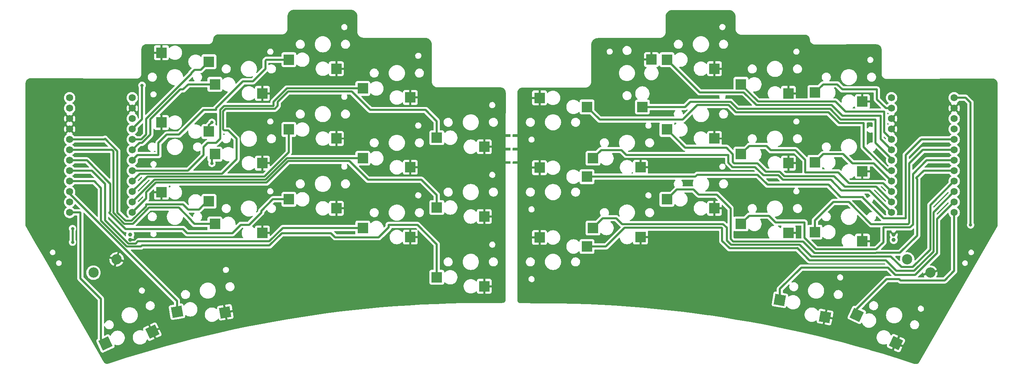
<source format=gbl>
G04 #@! TF.GenerationSoftware,KiCad,Pcbnew,7.0.6*
G04 #@! TF.CreationDate,2023-08-29T20:54:37+02:00*
G04 #@! TF.ProjectId,KoalaKeeb,4b6f616c-614b-4656-9562-2e6b69636164,rev?*
G04 #@! TF.SameCoordinates,Original*
G04 #@! TF.FileFunction,Copper,L2,Bot*
G04 #@! TF.FilePolarity,Positive*
%FSLAX46Y46*%
G04 Gerber Fmt 4.6, Leading zero omitted, Abs format (unit mm)*
G04 Created by KiCad (PCBNEW 7.0.6) date 2023-08-29 20:54:37*
%MOMM*%
%LPD*%
G01*
G04 APERTURE LIST*
G04 Aperture macros list*
%AMRotRect*
0 Rectangle, with rotation*
0 The origin of the aperture is its center*
0 $1 length*
0 $2 width*
0 $3 Rotation angle, in degrees counterclockwise*
0 Add horizontal line*
21,1,$1,$2,0,0,$3*%
G04 Aperture macros list end*
G04 #@! TA.AperFunction,SMDPad,CuDef*
%ADD10R,2.600000X2.600000*%
G04 #@! TD*
G04 #@! TA.AperFunction,ComponentPad*
%ADD11C,1.000000*%
G04 #@! TD*
G04 #@! TA.AperFunction,SMDPad,CuDef*
%ADD12RotRect,2.600000X2.600000X350.000000*%
G04 #@! TD*
G04 #@! TA.AperFunction,ComponentPad*
%ADD13C,2.500000*%
G04 #@! TD*
G04 #@! TA.AperFunction,SMDPad,CuDef*
%ADD14RotRect,2.600000X2.600000X10.000000*%
G04 #@! TD*
G04 #@! TA.AperFunction,SMDPad,CuDef*
%ADD15RotRect,2.600000X2.600000X25.000000*%
G04 #@! TD*
G04 #@! TA.AperFunction,SMDPad,CuDef*
%ADD16RotRect,2.600000X2.600000X335.000000*%
G04 #@! TD*
G04 #@! TA.AperFunction,ComponentPad*
%ADD17C,1.752600*%
G04 #@! TD*
G04 #@! TA.AperFunction,ViaPad*
%ADD18C,0.800000*%
G04 #@! TD*
G04 #@! TA.AperFunction,Conductor*
%ADD19C,0.500000*%
G04 #@! TD*
G04 APERTURE END LIST*
D10*
X245275000Y-60950000D03*
X233725000Y-58750000D03*
D11*
X67096000Y-76375000D03*
X67096000Y-77625000D03*
D10*
X153275000Y-71950000D03*
X141725000Y-69750000D03*
D12*
X236192039Y-96428304D03*
X225199535Y-92256090D03*
D10*
X135275000Y-42950000D03*
X123725000Y-40750000D03*
D13*
X261814583Y-85625000D03*
X256185417Y-82375000D03*
D10*
X99275000Y-58950000D03*
X87725000Y-56750000D03*
X74725000Y-49050000D03*
X86275000Y-51250000D03*
X227275000Y-41950000D03*
X215725000Y-39750000D03*
X245275000Y-77950000D03*
X233725000Y-75750000D03*
X99275000Y-75950000D03*
X87725000Y-73750000D03*
D14*
X90258452Y-95290908D03*
X78501897Y-95129968D03*
D10*
X99275000Y-41950000D03*
X87725000Y-39750000D03*
D15*
X72482737Y-100008457D03*
X61085122Y-102895820D03*
D10*
X135275000Y-59950000D03*
X123725000Y-57750000D03*
X166725000Y-43050000D03*
X178275000Y-45250000D03*
X191275000Y-76950000D03*
X179725000Y-74750000D03*
X117275000Y-69950000D03*
X105725000Y-67750000D03*
X209275000Y-52950000D03*
X197725000Y-50750000D03*
D16*
X253453579Y-102776606D03*
X243915485Y-95901488D03*
D11*
X252904000Y-77625000D03*
X252904000Y-76375000D03*
D10*
X135275000Y-76950000D03*
X123725000Y-74750000D03*
X166725000Y-60050000D03*
X178275000Y-62250000D03*
D17*
X252380000Y-43030000D03*
X252380000Y-45570000D03*
X252380000Y-48110000D03*
X252380000Y-50650000D03*
X252380000Y-53190000D03*
X252380000Y-55730000D03*
X252380000Y-58270000D03*
X252380000Y-60810000D03*
X252380000Y-63350000D03*
X252380000Y-65890000D03*
X252380000Y-68430000D03*
X252380000Y-70970000D03*
X267620000Y-70970000D03*
X267620000Y-68430000D03*
X267620000Y-65890000D03*
X267620000Y-63350000D03*
X267620000Y-60810000D03*
X267620000Y-58270000D03*
X267620000Y-55730000D03*
X267620000Y-53190000D03*
X267620000Y-50650000D03*
X267620000Y-48110000D03*
X267620000Y-45570000D03*
X267620000Y-43030000D03*
D10*
X209275000Y-69950000D03*
X197725000Y-67750000D03*
X209275000Y-35950000D03*
X197725000Y-33750000D03*
X245275000Y-43950000D03*
X233725000Y-41750000D03*
X74725000Y-66050000D03*
X86275000Y-68250000D03*
X227275000Y-75950000D03*
X215725000Y-73750000D03*
X153275000Y-88950000D03*
X141725000Y-86750000D03*
X193950000Y-33725000D03*
X191750000Y-45275000D03*
X74725000Y-32050000D03*
X86275000Y-34250000D03*
D13*
X63814583Y-82375000D03*
X58185417Y-85625000D03*
D17*
X52380000Y-43030000D03*
X52380000Y-45570000D03*
X52380000Y-48110000D03*
X52380000Y-50650000D03*
X52380000Y-53190000D03*
X52380000Y-55730000D03*
X52380000Y-58270000D03*
X52380000Y-60810000D03*
X52380000Y-63350000D03*
X52380000Y-65890000D03*
X52380000Y-68430000D03*
X52380000Y-70970000D03*
X67620000Y-70970000D03*
X67620000Y-68430000D03*
X67620000Y-65890000D03*
X67620000Y-63350000D03*
X67620000Y-60810000D03*
X67620000Y-58270000D03*
X67620000Y-55730000D03*
X67620000Y-53190000D03*
X67620000Y-50650000D03*
X67620000Y-48110000D03*
X67620000Y-45570000D03*
X67620000Y-43030000D03*
D10*
X117275000Y-35950000D03*
X105725000Y-33750000D03*
X117275000Y-52950000D03*
X105725000Y-50750000D03*
X153275000Y-54950000D03*
X141725000Y-52750000D03*
X191275000Y-59950000D03*
X179725000Y-57750000D03*
X227275000Y-58950000D03*
X215725000Y-56750000D03*
X166725000Y-77050000D03*
X178275000Y-79250000D03*
D18*
X229800000Y-76000000D03*
X209500000Y-49500000D03*
X245300000Y-75000000D03*
X230000000Y-59000000D03*
X194200000Y-43000000D03*
X247800000Y-44000000D03*
X248000000Y-61000000D03*
X69400000Y-76600000D03*
X68000000Y-80400000D03*
X82600000Y-42800000D03*
X70000000Y-40000000D03*
X271600000Y-74000000D03*
X53100000Y-78200000D03*
X53100000Y-74900000D03*
X87000000Y-49000000D03*
X87000000Y-59000000D03*
D19*
X153275000Y-53275000D02*
X153275000Y-54950000D01*
X68102208Y-77625000D02*
X69127208Y-76600000D01*
X69127208Y-76600000D02*
X69400000Y-76600000D01*
X67096000Y-77625000D02*
X68102208Y-77625000D01*
X67620000Y-50650000D02*
X70000000Y-48270000D01*
X70000000Y-48270000D02*
X70000000Y-40000000D01*
X271600000Y-44200000D02*
X271600000Y-74000000D01*
X267620000Y-43030000D02*
X270430000Y-43030000D01*
X270430000Y-43030000D02*
X271600000Y-44200000D01*
X53100000Y-74900000D02*
X53100000Y-78200000D01*
X201517324Y-48350900D02*
X181375900Y-48350900D01*
X245600000Y-55010461D02*
X245600000Y-49200000D01*
X205082724Y-44785500D02*
X201517324Y-48350900D01*
X251399539Y-60810000D02*
X245600000Y-55010461D01*
X239654416Y-49200000D02*
X237054416Y-46600000D01*
X212712708Y-44785500D02*
X205082724Y-44785500D01*
X245600000Y-49200000D02*
X239654416Y-49200000D01*
X237054416Y-46600000D02*
X214527208Y-46600000D01*
X214527208Y-46600000D02*
X212712708Y-44785500D01*
X252380000Y-60810000D02*
X251399539Y-60810000D01*
X181375900Y-48350900D02*
X178275000Y-45250000D01*
X213200000Y-44000000D02*
X214900000Y-45700000D01*
X214900000Y-45700000D02*
X237427208Y-45700000D01*
X203400000Y-44000000D02*
X213200000Y-44000000D01*
X248500000Y-48300000D02*
X248500000Y-54008515D01*
X203400000Y-44000000D02*
X202125000Y-45275000D01*
X202125000Y-45275000D02*
X191750000Y-45275000D01*
X248500000Y-54008515D02*
X252380000Y-57888515D01*
X240027208Y-48300000D02*
X248500000Y-48300000D01*
X237427208Y-45700000D02*
X240027208Y-48300000D01*
X252380000Y-57888515D02*
X252380000Y-58270000D01*
X216402208Y-41700000D02*
X219502208Y-44800000D01*
X237800000Y-44800000D02*
X240400000Y-47400000D01*
X205675000Y-41700000D02*
X216402208Y-41700000D01*
X219502208Y-44800000D02*
X237800000Y-44800000D01*
X249700000Y-53050000D02*
X252380000Y-55730000D01*
X249700000Y-47400000D02*
X249700000Y-53050000D01*
X240400000Y-47400000D02*
X249700000Y-47400000D01*
X197725000Y-33750000D02*
X205675000Y-41700000D01*
X219925000Y-43950000D02*
X238750000Y-43950000D01*
X241200000Y-46400000D02*
X250600000Y-46400000D01*
X250600000Y-46400000D02*
X250600000Y-51410000D01*
X238750000Y-43950000D02*
X241200000Y-46400000D01*
X215725000Y-39750000D02*
X219925000Y-43950000D01*
X250600000Y-51410000D02*
X252380000Y-53190000D01*
X248800000Y-43400000D02*
X250970000Y-45570000D01*
X235725000Y-39750000D02*
X239150000Y-39750000D01*
X233725000Y-41750000D02*
X235725000Y-39750000D01*
X240400000Y-41000000D02*
X248800000Y-41000000D01*
X248800000Y-41000000D02*
X248800000Y-43400000D01*
X239150000Y-39750000D02*
X240400000Y-41000000D01*
X250970000Y-45570000D02*
X252380000Y-45570000D01*
X219785500Y-61785500D02*
X222200000Y-64200000D01*
X250412433Y-72400000D02*
X255800000Y-72400000D01*
X240000000Y-67200000D02*
X245400000Y-67200000D01*
X255800000Y-57000000D02*
X259610000Y-53190000D01*
X245400000Y-67200000D02*
X245400000Y-67387567D01*
X245400000Y-67387567D02*
X250412433Y-72400000D01*
X205082724Y-61785500D02*
X219785500Y-61785500D01*
X222200000Y-64200000D02*
X237000000Y-64200000D01*
X255800000Y-72400000D02*
X255800000Y-57000000D01*
X178275000Y-62250000D02*
X204618224Y-62250000D01*
X237000000Y-64200000D02*
X240000000Y-67200000D01*
X204618224Y-62250000D02*
X205082724Y-61785500D01*
X259610000Y-53190000D02*
X267620000Y-53190000D01*
X179725000Y-57750000D02*
X181725000Y-55750000D01*
X213702208Y-59900000D02*
X219200000Y-59900000D01*
X240200000Y-65600000D02*
X247010000Y-65600000D01*
X237600000Y-63000000D02*
X240200000Y-65600000D01*
X187804620Y-56936396D02*
X212663604Y-56936396D01*
X219200000Y-59900000D02*
X221200000Y-61900000D01*
X181725000Y-55750000D02*
X186618224Y-55750000D01*
X186618224Y-55750000D02*
X187804620Y-56936396D01*
X212663604Y-58861396D02*
X213702208Y-59900000D01*
X247010000Y-65600000D02*
X252380000Y-70970000D01*
X221200000Y-61900000D02*
X224827208Y-61900000D01*
X212663604Y-56936396D02*
X212663604Y-58861396D01*
X225927208Y-63000000D02*
X237600000Y-63000000D01*
X224827208Y-61900000D02*
X225927208Y-63000000D01*
X226300000Y-62100000D02*
X238400000Y-62100000D01*
X238400000Y-62100000D02*
X241000000Y-64700000D01*
X221800000Y-61000000D02*
X225200000Y-61000000D01*
X214075000Y-59000000D02*
X219800000Y-59000000D01*
X212200000Y-55200000D02*
X213775000Y-56775000D01*
X248650000Y-64700000D02*
X252380000Y-68430000D01*
X197725000Y-50750000D02*
X202175000Y-55200000D01*
X213775000Y-58700000D02*
X214075000Y-59000000D01*
X202175000Y-55200000D02*
X212200000Y-55200000D01*
X225200000Y-61000000D02*
X226300000Y-62100000D01*
X213775000Y-56775000D02*
X213775000Y-58700000D01*
X219800000Y-59000000D02*
X221800000Y-61000000D01*
X241000000Y-64700000D02*
X248650000Y-64700000D01*
X217725000Y-54750000D02*
X221950000Y-54750000D01*
X250290000Y-63800000D02*
X252380000Y-65890000D01*
X231400000Y-58200000D02*
X231400000Y-61200000D01*
X215725000Y-56750000D02*
X217725000Y-54750000D01*
X239400000Y-61200000D02*
X242000000Y-63800000D01*
X229000000Y-55800000D02*
X231400000Y-58200000D01*
X223000000Y-55800000D02*
X229000000Y-55800000D01*
X242000000Y-63800000D02*
X250290000Y-63800000D01*
X221950000Y-54750000D02*
X223000000Y-55800000D01*
X231400000Y-61200000D02*
X239400000Y-61200000D01*
X235725000Y-56750000D02*
X240618224Y-56750000D01*
X240618224Y-56750000D02*
X242868224Y-59000000D01*
X233725000Y-58750000D02*
X235725000Y-56750000D01*
X242868224Y-59000000D02*
X248030000Y-59000000D01*
X248030000Y-59000000D02*
X252380000Y-63350000D01*
X211027208Y-74700000D02*
X211163604Y-74836396D01*
X253575000Y-85175000D02*
X257897792Y-85175000D01*
X262600000Y-70910000D02*
X267620000Y-65890000D01*
X182871573Y-79250000D02*
X187421573Y-74700000D01*
X232400000Y-82600000D02*
X251000000Y-82600000D01*
X178275000Y-79250000D02*
X182871573Y-79250000D01*
X212954416Y-79700000D02*
X229300000Y-79700000D01*
X257897792Y-85175000D02*
X262600000Y-80472792D01*
X187421573Y-74700000D02*
X211027208Y-74700000D01*
X211163604Y-74836396D02*
X211163604Y-77909188D01*
X229300000Y-79700000D02*
X229400000Y-79600000D01*
X251000000Y-82600000D02*
X253575000Y-85175000D01*
X262600000Y-80472792D02*
X262600000Y-70910000D01*
X229400000Y-79600000D02*
X232400000Y-82600000D01*
X211163604Y-77909188D02*
X212954416Y-79700000D01*
X186800000Y-73800000D02*
X211400000Y-73800000D01*
X252200000Y-81700000D02*
X254775000Y-84275000D01*
X212300000Y-74700000D02*
X212300000Y-77772792D01*
X182124100Y-72350900D02*
X185350900Y-72350900D01*
X211400000Y-73800000D02*
X212300000Y-74700000D01*
X185350900Y-72350900D02*
X186800000Y-73800000D01*
X212300000Y-77772792D02*
X213327208Y-78800000D01*
X179725000Y-74750000D02*
X182124100Y-72350900D01*
X230000000Y-78800000D02*
X232900000Y-81700000D01*
X261800000Y-80000000D02*
X261800000Y-69170000D01*
X232900000Y-81700000D02*
X252200000Y-81700000D01*
X261800000Y-69170000D02*
X267620000Y-63350000D01*
X213327208Y-78800000D02*
X230000000Y-78800000D01*
X257525000Y-84275000D02*
X261800000Y-80000000D01*
X254775000Y-84275000D02*
X257525000Y-84275000D01*
X209825000Y-66600000D02*
X213200000Y-69975000D01*
X213200000Y-77400000D02*
X213825000Y-78025000D01*
X197725000Y-67750000D02*
X200124100Y-65350900D01*
X258600000Y-76600000D02*
X258600000Y-62800000D01*
X248600000Y-80800000D02*
X254400000Y-80800000D01*
X204219124Y-65350900D02*
X205468224Y-66600000D01*
X233652208Y-80850000D02*
X248550000Y-80850000D01*
X260190000Y-60810000D02*
X267620000Y-60810000D01*
X248550000Y-80850000D02*
X248600000Y-80800000D01*
X254400000Y-80800000D02*
X258600000Y-76600000D01*
X213825000Y-78025000D02*
X230827208Y-78025000D01*
X258600000Y-62800000D02*
X258400000Y-62600000D01*
X200124100Y-65350900D02*
X204219124Y-65350900D01*
X205468224Y-66600000D02*
X209825000Y-66600000D01*
X258400000Y-62600000D02*
X260190000Y-60810000D01*
X230827208Y-78025000D02*
X233652208Y-80850000D01*
X213200000Y-69975000D02*
X213200000Y-77400000D01*
X217725000Y-71750000D02*
X222550000Y-71750000D01*
X256872792Y-74600000D02*
X257600000Y-73872792D01*
X257600000Y-73872792D02*
X257600000Y-61600000D01*
X231200000Y-77125000D02*
X234025000Y-79950000D01*
X222550000Y-71750000D02*
X224200000Y-73400000D01*
X234025000Y-79950000D02*
X248650000Y-79950000D01*
X260930000Y-58270000D02*
X267620000Y-58270000D01*
X257600000Y-61600000D02*
X260930000Y-58270000D01*
X215725000Y-73750000D02*
X217725000Y-71750000D01*
X224200000Y-73400000D02*
X231200000Y-73400000D01*
X250400000Y-78200000D02*
X250400000Y-74600000D01*
X231200000Y-73400000D02*
X231200000Y-77125000D01*
X250400000Y-74600000D02*
X256872792Y-74600000D01*
X248650000Y-79950000D02*
X250400000Y-78200000D01*
X233725000Y-72864539D02*
X238189539Y-68400000D01*
X256700000Y-73500000D02*
X256700000Y-59000000D01*
X259970000Y-55730000D02*
X267620000Y-55730000D01*
X241989539Y-68400000D02*
X247389539Y-73800000D01*
X256400000Y-73800000D02*
X256700000Y-73500000D01*
X238189539Y-68400000D02*
X241989539Y-68400000D01*
X233725000Y-75750000D02*
X233725000Y-72864539D01*
X256700000Y-59000000D02*
X259970000Y-55730000D01*
X247389539Y-73800000D02*
X256400000Y-73800000D01*
X253327208Y-86200000D02*
X258145584Y-86200000D01*
X230400000Y-84400000D02*
X251527208Y-84400000D01*
X225199535Y-92256090D02*
X225199535Y-89600465D01*
X263472792Y-80872792D02*
X263472792Y-72577208D01*
X251527208Y-84400000D02*
X253327208Y-86200000D01*
X258145584Y-86200000D02*
X263472792Y-80872792D01*
X225199535Y-89600465D02*
X230400000Y-84400000D01*
X263472792Y-72577208D02*
X267620000Y-68430000D01*
X243915485Y-95901488D02*
X243915485Y-94467097D01*
X267620000Y-85180000D02*
X267620000Y-70970000D01*
X243915485Y-94467097D02*
X251182582Y-87200000D01*
X254525000Y-87525000D02*
X265275000Y-87525000D01*
X254200000Y-87200000D02*
X254525000Y-87525000D01*
X251182582Y-87200000D02*
X254200000Y-87200000D01*
X265275000Y-87525000D02*
X267620000Y-85180000D01*
X71000000Y-52000000D02*
X71000000Y-48131776D01*
X71000000Y-48131776D02*
X82000000Y-37131776D01*
X84275000Y-36250000D02*
X86275000Y-34250000D01*
X67620000Y-53190000D02*
X69810000Y-53190000D01*
X69810000Y-53190000D02*
X71000000Y-52000000D01*
X82000000Y-37131776D02*
X82000000Y-37000000D01*
X82000000Y-37000000D02*
X82750000Y-36250000D01*
X82750000Y-36250000D02*
X84275000Y-36250000D01*
X81250000Y-39750000D02*
X87725000Y-39750000D01*
X67620000Y-55730000D02*
X69350000Y-54000000D01*
X72000000Y-52000000D02*
X72000000Y-48275000D01*
X79275000Y-41000000D02*
X80000000Y-41000000D01*
X70000000Y-54000000D02*
X72000000Y-52000000D01*
X69350000Y-54000000D02*
X70000000Y-54000000D01*
X80000000Y-41000000D02*
X81250000Y-39750000D01*
X72000000Y-48275000D02*
X79275000Y-41000000D01*
X68890000Y-57000000D02*
X67620000Y-58270000D01*
X88000000Y-45578427D02*
X88000000Y-46000000D01*
X85000000Y-46000000D02*
X79000000Y-52000000D01*
X100000000Y-34000000D02*
X100000000Y-36000000D01*
X74000000Y-57000000D02*
X68890000Y-57000000D01*
X74000000Y-54000000D02*
X74000000Y-57000000D01*
X105725000Y-33750000D02*
X100250000Y-33750000D01*
X100000000Y-36000000D02*
X97000000Y-39000000D01*
X88000000Y-46000000D02*
X85000000Y-46000000D01*
X94578427Y-39000000D02*
X88000000Y-45578427D01*
X76000000Y-52000000D02*
X74000000Y-54000000D01*
X97000000Y-39000000D02*
X94578427Y-39000000D01*
X100250000Y-33750000D02*
X100000000Y-34000000D01*
X79000000Y-52000000D02*
X76000000Y-52000000D01*
X105250000Y-40750000D02*
X102000000Y-44000000D01*
X88000000Y-54000000D02*
X86000000Y-54000000D01*
X89000000Y-53000000D02*
X88000000Y-54000000D01*
X123725000Y-40750000D02*
X105250000Y-40750000D01*
X85000000Y-57000000D02*
X81190000Y-60810000D01*
X89000000Y-46000000D02*
X89000000Y-53000000D01*
X81190000Y-60810000D02*
X67620000Y-60810000D01*
X102000000Y-45000000D02*
X90000000Y-45000000D01*
X90000000Y-45000000D02*
X89000000Y-46000000D01*
X86000000Y-54000000D02*
X85000000Y-55000000D01*
X102000000Y-44000000D02*
X102000000Y-45000000D01*
X85000000Y-55000000D02*
X85000000Y-57000000D01*
X91000000Y-51000000D02*
X93000000Y-53000000D01*
X103000000Y-44989949D02*
X102289949Y-45700000D01*
X90000000Y-51000000D02*
X91000000Y-51000000D01*
X141725000Y-48725000D02*
X139000000Y-46000000D01*
X93000000Y-58000000D02*
X89490000Y-61510000D01*
X69460000Y-61510000D02*
X67620000Y-63350000D01*
X125550000Y-46000000D02*
X121000000Y-41450000D01*
X102289949Y-45700000D02*
X90300000Y-45700000D01*
X89700000Y-46300000D02*
X89700000Y-50700000D01*
X105550000Y-41450000D02*
X103000000Y-44000000D01*
X90300000Y-45700000D02*
X89700000Y-46300000D01*
X89490000Y-61510000D02*
X69460000Y-61510000D01*
X121000000Y-41450000D02*
X105550000Y-41450000D01*
X93000000Y-53000000D02*
X93000000Y-58000000D01*
X139000000Y-46000000D02*
X125550000Y-46000000D01*
X141725000Y-52750000D02*
X141725000Y-48725000D01*
X103000000Y-44000000D02*
X103000000Y-44989949D01*
X89700000Y-50700000D02*
X90000000Y-51000000D01*
X86275000Y-51250000D02*
X86275000Y-49725000D01*
X86275000Y-49725000D02*
X87000000Y-49000000D01*
X87000000Y-59000000D02*
X87000000Y-57475000D01*
X87000000Y-57475000D02*
X87725000Y-56750000D01*
X100289950Y-63700000D02*
X105539949Y-58450000D01*
X138000000Y-63000000D02*
X141725000Y-66725000D01*
X105539949Y-58450000D02*
X120450000Y-58450000D01*
X71019975Y-66019975D02*
X73339950Y-63700000D01*
X141725000Y-66725000D02*
X141725000Y-69750000D01*
X67620000Y-70970000D02*
X71019975Y-67570025D01*
X125000000Y-63000000D02*
X138000000Y-63000000D01*
X120450000Y-58450000D02*
X125000000Y-63000000D01*
X71019975Y-67570025D02*
X71019975Y-66019975D01*
X73339950Y-63700000D02*
X100289950Y-63700000D01*
X61000000Y-53000000D02*
X60810000Y-53190000D01*
X60810000Y-53190000D02*
X52380000Y-53190000D01*
X66000000Y-73000000D02*
X64000000Y-71000000D01*
X86275000Y-68250000D02*
X85828427Y-68250000D01*
X71000000Y-69465672D02*
X67465672Y-73000000D01*
X71000000Y-69000000D02*
X71000000Y-69465672D01*
X80000000Y-69000000D02*
X71000000Y-69000000D01*
X83828427Y-70250000D02*
X81250000Y-70250000D01*
X85828427Y-68250000D02*
X83828427Y-70250000D01*
X81250000Y-70250000D02*
X80000000Y-69000000D01*
X64000000Y-71000000D02*
X64000000Y-56000000D01*
X67465672Y-73000000D02*
X66000000Y-73000000D01*
X64000000Y-56000000D02*
X61000000Y-53000000D01*
X82750000Y-73750000D02*
X82000000Y-73000000D01*
X82000000Y-72868224D02*
X78917276Y-69785500D01*
X82000000Y-73000000D02*
X82000000Y-72868224D01*
X78917276Y-69785500D02*
X71670122Y-69785500D01*
X62730000Y-55730000D02*
X52380000Y-55730000D01*
X63000000Y-71000000D02*
X63000000Y-56000000D01*
X67755622Y-73700000D02*
X65700000Y-73700000D01*
X63000000Y-56000000D02*
X62730000Y-55730000D01*
X87725000Y-73750000D02*
X82750000Y-73750000D01*
X65700000Y-73700000D02*
X63000000Y-71000000D01*
X71670122Y-69785500D02*
X67755622Y-73700000D01*
X92000000Y-76000000D02*
X81000000Y-76000000D01*
X62000000Y-71000000D02*
X62300000Y-70700000D01*
X80000000Y-75000000D02*
X66000000Y-75000000D01*
X66000000Y-75000000D02*
X62000000Y-71000000D01*
X94050000Y-73950000D02*
X92000000Y-76000000D01*
X99000000Y-71000000D02*
X96050000Y-73950000D01*
X96050000Y-73950000D02*
X94050000Y-73950000D01*
X105725000Y-67750000D02*
X101839539Y-67750000D01*
X62300000Y-70700000D02*
X62300000Y-64000000D01*
X62300000Y-64000000D02*
X56570000Y-58270000D01*
X101839539Y-67750000D02*
X99000000Y-70589539D01*
X56570000Y-58270000D02*
X52380000Y-58270000D01*
X99000000Y-70589539D02*
X99000000Y-71000000D01*
X81000000Y-76000000D02*
X80000000Y-75000000D01*
X55000000Y-87000000D02*
X60000000Y-92000000D01*
X54920000Y-70970000D02*
X52380000Y-70970000D01*
X60000000Y-92000000D02*
X60000000Y-101810698D01*
X55000000Y-71050000D02*
X54920000Y-70970000D01*
X55000000Y-87000000D02*
X55000000Y-71050000D01*
X60000000Y-101810698D02*
X61085122Y-102895820D01*
X52380000Y-65890000D02*
X52380000Y-66380000D01*
X52380000Y-66380000D02*
X78501897Y-92501897D01*
X78501897Y-92501897D02*
X78501897Y-95129968D01*
X99790000Y-62210000D02*
X71300000Y-62210000D01*
X71300000Y-62210000D02*
X67620000Y-65890000D01*
X105725000Y-56275000D02*
X99790000Y-62210000D01*
X105725000Y-50750000D02*
X105725000Y-56275000D01*
X100989950Y-79000000D02*
X70000000Y-79000000D01*
X117000000Y-77000000D02*
X116000000Y-76000000D01*
X60000000Y-65000000D02*
X58350000Y-63350000D01*
X69725000Y-79275000D02*
X66275000Y-79275000D01*
X103989950Y-76000000D02*
X100989950Y-79000000D01*
X58350000Y-63350000D02*
X52380000Y-63350000D01*
X60000000Y-73000000D02*
X60000000Y-65000000D01*
X137000000Y-74000000D02*
X130000000Y-74000000D01*
X70000000Y-79000000D02*
X69725000Y-79275000D01*
X130000000Y-74000000D02*
X130000000Y-74578427D01*
X141725000Y-78725000D02*
X137000000Y-74000000D01*
X130000000Y-74578427D02*
X127578427Y-77000000D01*
X116000000Y-76000000D02*
X103989950Y-76000000D01*
X66275000Y-79275000D02*
X60000000Y-73000000D01*
X141725000Y-86750000D02*
X141725000Y-78725000D01*
X127578427Y-77000000D02*
X117000000Y-77000000D01*
X100000000Y-63000000D02*
X73050000Y-63000000D01*
X123725000Y-57750000D02*
X105250000Y-57750000D01*
X105250000Y-57750000D02*
X100000000Y-63000000D01*
X73050000Y-63000000D02*
X67620000Y-68430000D01*
X52380000Y-60810000D02*
X57810000Y-60810000D01*
X69000000Y-78000000D02*
X101000000Y-78000000D01*
X66702497Y-78575000D02*
X68425000Y-78575000D01*
X104250000Y-74750000D02*
X123725000Y-74750000D01*
X101000000Y-78000000D02*
X104250000Y-74750000D01*
X68425000Y-78575000D02*
X69000000Y-78000000D01*
X61000000Y-64000000D02*
X61000000Y-72872503D01*
X57810000Y-60810000D02*
X61000000Y-64000000D01*
X61000000Y-72872503D02*
X66702497Y-78575000D01*
G04 #@! TA.AperFunction,Conductor*
G36*
X94565678Y-74720185D02*
G01*
X94611433Y-74772989D01*
X94621377Y-74842147D01*
X94601093Y-74894350D01*
X94502369Y-75039153D01*
X94479768Y-75072302D01*
X94479767Y-75072303D01*
X94365938Y-75308673D01*
X94288606Y-75559376D01*
X94288605Y-75559381D01*
X94288604Y-75559385D01*
X94279887Y-75617219D01*
X94249500Y-75818812D01*
X94249500Y-76081187D01*
X94266580Y-76194500D01*
X94288604Y-76340615D01*
X94288605Y-76340617D01*
X94288606Y-76340623D01*
X94321490Y-76447229D01*
X94364997Y-76588277D01*
X94365938Y-76591326D01*
X94479767Y-76827696D01*
X94479768Y-76827697D01*
X94479770Y-76827700D01*
X94479772Y-76827704D01*
X94558396Y-76943024D01*
X94627571Y-77044485D01*
X94630458Y-77048104D01*
X94628683Y-77049519D01*
X94655678Y-77103818D01*
X94648018Y-77173267D01*
X94604028Y-77227550D01*
X94537674Y-77249433D01*
X94533588Y-77249500D01*
X69063705Y-77249500D01*
X69045735Y-77248191D01*
X69021972Y-77244710D01*
X68976533Y-77248686D01*
X68969931Y-77249264D01*
X68964530Y-77249500D01*
X68956289Y-77249500D01*
X68934579Y-77252037D01*
X68923724Y-77253306D01*
X68908419Y-77254645D01*
X68847199Y-77260001D01*
X68840132Y-77261460D01*
X68840120Y-77261404D01*
X68832763Y-77263035D01*
X68832777Y-77263092D01*
X68825743Y-77264759D01*
X68753575Y-77291025D01*
X68680675Y-77315181D01*
X68674126Y-77318236D01*
X68674101Y-77318183D01*
X68667308Y-77321471D01*
X68667334Y-77321523D01*
X68660880Y-77324764D01*
X68596708Y-77366971D01*
X68531347Y-77407285D01*
X68525683Y-77411765D01*
X68525647Y-77411719D01*
X68519798Y-77416484D01*
X68519835Y-77416528D01*
X68514310Y-77421164D01*
X68514304Y-77421169D01*
X68514304Y-77421170D01*
X68492048Y-77444760D01*
X68461599Y-77477033D01*
X68305304Y-77633328D01*
X68243981Y-77666812D01*
X68174289Y-77661828D01*
X68118356Y-77619956D01*
X68094220Y-77557800D01*
X68081531Y-77428967D01*
X68024348Y-77240460D01*
X67928622Y-77061368D01*
X67930431Y-77060400D01*
X67912353Y-77002661D01*
X67929740Y-76939285D01*
X67929038Y-76938910D01*
X67930692Y-76935814D01*
X67930839Y-76935281D01*
X67931663Y-76933998D01*
X67931906Y-76933541D01*
X67931910Y-76933538D01*
X68024814Y-76759727D01*
X68082024Y-76571132D01*
X68101341Y-76375000D01*
X68082024Y-76178868D01*
X68024814Y-75990273D01*
X67999559Y-75943024D01*
X67994176Y-75932952D01*
X67979935Y-75864550D01*
X68004936Y-75799306D01*
X68061241Y-75757936D01*
X68103535Y-75750500D01*
X71969506Y-75750500D01*
X72036545Y-75770185D01*
X72082300Y-75822989D01*
X72092244Y-75892147D01*
X72088298Y-75910055D01*
X72065998Y-75984545D01*
X72040531Y-76069610D01*
X72040530Y-76069616D01*
X72030393Y-76243659D01*
X72059041Y-76406130D01*
X72060668Y-76415354D01*
X72129721Y-76575438D01*
X72129722Y-76575440D01*
X72129724Y-76575443D01*
X72211304Y-76685023D01*
X72233832Y-76715283D01*
X72367386Y-76827349D01*
X72523185Y-76905594D01*
X72692829Y-76945800D01*
X72692831Y-76945800D01*
X72823429Y-76945800D01*
X72823436Y-76945800D01*
X72953164Y-76930637D01*
X73116993Y-76871008D01*
X73262654Y-76775205D01*
X73382296Y-76648393D01*
X73469467Y-76497407D01*
X73519469Y-76330388D01*
X73529607Y-76156340D01*
X73499332Y-75984646D01*
X73499288Y-75984545D01*
X73481378Y-75943023D01*
X73473004Y-75923612D01*
X73464527Y-75854260D01*
X73494890Y-75791333D01*
X73554454Y-75754810D01*
X73586864Y-75750500D01*
X79637770Y-75750500D01*
X79704809Y-75770185D01*
X79725451Y-75786819D01*
X80424269Y-76485637D01*
X80436049Y-76499268D01*
X80450389Y-76518530D01*
X80450391Y-76518532D01*
X80490409Y-76552110D01*
X80494399Y-76555766D01*
X80500227Y-76561594D01*
X80525947Y-76581931D01*
X80584788Y-76631304D01*
X80590818Y-76635270D01*
X80590785Y-76635319D01*
X80597143Y-76639369D01*
X80597175Y-76639319D01*
X80603320Y-76643109D01*
X80603323Y-76643111D01*
X80672936Y-76675572D01*
X80741567Y-76710040D01*
X80741572Y-76710041D01*
X80748361Y-76712513D01*
X80748340Y-76712570D01*
X80755455Y-76715043D01*
X80755475Y-76714986D01*
X80762330Y-76717258D01*
X80837476Y-76732773D01*
X80837558Y-76732790D01*
X80912279Y-76750500D01*
X80912289Y-76750500D01*
X80919452Y-76751338D01*
X80919444Y-76751397D01*
X80926945Y-76752164D01*
X80926951Y-76752105D01*
X80934140Y-76752734D01*
X80934144Y-76752733D01*
X80934145Y-76752734D01*
X81010918Y-76750500D01*
X91936295Y-76750500D01*
X91954265Y-76751809D01*
X91978023Y-76755289D01*
X92030068Y-76750735D01*
X92035470Y-76750500D01*
X92043704Y-76750500D01*
X92043709Y-76750500D01*
X92056284Y-76749030D01*
X92076276Y-76746693D01*
X92089028Y-76745577D01*
X92152797Y-76739999D01*
X92152805Y-76739996D01*
X92159866Y-76738539D01*
X92159878Y-76738598D01*
X92167243Y-76736965D01*
X92167229Y-76736906D01*
X92174246Y-76735241D01*
X92174255Y-76735241D01*
X92246423Y-76708974D01*
X92319334Y-76684814D01*
X92319343Y-76684807D01*
X92325882Y-76681760D01*
X92325908Y-76681816D01*
X92332690Y-76678532D01*
X92332663Y-76678478D01*
X92339106Y-76675240D01*
X92339117Y-76675237D01*
X92403283Y-76633034D01*
X92468656Y-76592712D01*
X92468662Y-76592705D01*
X92474325Y-76588229D01*
X92474363Y-76588277D01*
X92480200Y-76583522D01*
X92480161Y-76583475D01*
X92485696Y-76578830D01*
X92538385Y-76522982D01*
X94324549Y-74736819D01*
X94385872Y-74703334D01*
X94412230Y-74700500D01*
X94498639Y-74700500D01*
X94565678Y-74720185D01*
G37*
G04 #@! TD.AperFunction*
G04 #@! TA.AperFunction,Conductor*
G36*
X85867540Y-40520185D02*
G01*
X85913295Y-40572989D01*
X85924501Y-40624500D01*
X85924501Y-41097876D01*
X85930908Y-41157483D01*
X85981202Y-41292328D01*
X85981206Y-41292335D01*
X86067452Y-41407544D01*
X86067455Y-41407547D01*
X86182664Y-41493793D01*
X86182671Y-41493797D01*
X86317517Y-41544091D01*
X86317516Y-41544091D01*
X86324444Y-41544835D01*
X86377127Y-41550500D01*
X89072872Y-41550499D01*
X89132483Y-41544091D01*
X89267331Y-41493796D01*
X89382546Y-41407546D01*
X89468796Y-41292331D01*
X89519091Y-41157483D01*
X89525500Y-41097873D01*
X89525499Y-41050422D01*
X89545182Y-40983387D01*
X89597985Y-40937631D01*
X89667144Y-40927686D01*
X89730700Y-40956709D01*
X89740397Y-40966083D01*
X89806009Y-41036796D01*
X89806012Y-41036799D01*
X89806017Y-41036803D01*
X89806019Y-41036805D01*
X90011143Y-41200386D01*
X90238357Y-41331568D01*
X90482584Y-41427420D01*
X90738370Y-41485802D01*
X90741281Y-41486020D01*
X90742259Y-41486388D01*
X90742971Y-41486496D01*
X90742948Y-41486648D01*
X90806664Y-41510655D01*
X90848349Y-41566728D01*
X90853101Y-41636436D01*
X90819704Y-41697355D01*
X87514358Y-45002699D01*
X87500729Y-45014478D01*
X87481468Y-45028817D01*
X87447898Y-45068824D01*
X87444253Y-45072803D01*
X87438409Y-45078649D01*
X87418059Y-45104386D01*
X87368695Y-45163216D01*
X87364729Y-45169246D01*
X87364682Y-45169215D01*
X87360630Y-45175574D01*
X87360679Y-45175604D01*
X87353100Y-45187893D01*
X87351017Y-45186608D01*
X87312513Y-45230342D01*
X87246300Y-45249500D01*
X85063705Y-45249500D01*
X85045735Y-45248191D01*
X85021972Y-45244710D01*
X84976890Y-45248655D01*
X84969933Y-45249264D01*
X84964532Y-45249500D01*
X84956288Y-45249500D01*
X84923707Y-45253308D01*
X84847199Y-45260001D01*
X84840133Y-45261461D01*
X84840121Y-45261404D01*
X84832754Y-45263038D01*
X84832768Y-45263094D01*
X84825751Y-45264756D01*
X84753573Y-45291026D01*
X84680662Y-45315187D01*
X84674119Y-45318238D01*
X84674094Y-45318186D01*
X84667314Y-45321468D01*
X84667340Y-45321520D01*
X84660881Y-45324764D01*
X84596709Y-45366970D01*
X84531345Y-45407288D01*
X84525677Y-45411770D01*
X84525641Y-45411724D01*
X84519798Y-45416484D01*
X84519835Y-45416528D01*
X84514310Y-45421164D01*
X84514304Y-45421169D01*
X84514304Y-45421170D01*
X84473906Y-45463989D01*
X84461597Y-45477035D01*
X78725451Y-51213181D01*
X78664128Y-51246666D01*
X78637770Y-51249500D01*
X76063705Y-51249500D01*
X76045735Y-51248191D01*
X76021972Y-51244710D01*
X75976890Y-51248655D01*
X75969933Y-51249264D01*
X75964532Y-51249500D01*
X75956287Y-51249500D01*
X75930222Y-51252546D01*
X75923705Y-51253308D01*
X75918403Y-51253771D01*
X75847201Y-51260001D01*
X75840134Y-51261461D01*
X75840122Y-51261404D01*
X75832753Y-51263038D01*
X75832767Y-51263095D01*
X75825739Y-51264760D01*
X75770536Y-51284852D01*
X75753563Y-51291030D01*
X75680666Y-51315186D01*
X75680664Y-51315186D01*
X75680661Y-51315188D01*
X75674122Y-51318237D01*
X75674097Y-51318185D01*
X75667308Y-51321471D01*
X75667334Y-51321522D01*
X75660884Y-51324761D01*
X75596716Y-51366964D01*
X75531347Y-51407285D01*
X75525677Y-51411769D01*
X75525641Y-51411723D01*
X75519798Y-51416484D01*
X75519835Y-51416528D01*
X75514310Y-51421164D01*
X75461614Y-51477017D01*
X73514358Y-53424272D01*
X73500729Y-53436051D01*
X73481468Y-53450390D01*
X73447898Y-53490397D01*
X73444253Y-53494376D01*
X73438409Y-53500222D01*
X73418059Y-53525959D01*
X73368695Y-53584789D01*
X73364729Y-53590819D01*
X73364682Y-53590788D01*
X73360630Y-53597147D01*
X73360679Y-53597177D01*
X73356889Y-53603321D01*
X73324424Y-53672941D01*
X73289960Y-53741566D01*
X73287488Y-53748357D01*
X73287432Y-53748336D01*
X73284960Y-53755450D01*
X73285015Y-53755469D01*
X73282742Y-53762327D01*
X73277164Y-53789344D01*
X73267207Y-53837565D01*
X73259592Y-53869697D01*
X73249498Y-53912286D01*
X73248661Y-53919454D01*
X73248601Y-53919447D01*
X73247835Y-53926945D01*
X73247895Y-53926951D01*
X73247265Y-53934145D01*
X73247449Y-53940466D01*
X73229718Y-54008048D01*
X73178265Y-54055317D01*
X73109424Y-54067263D01*
X73056462Y-54048380D01*
X73025495Y-54028479D01*
X73006985Y-54016583D01*
X72811721Y-53938410D01*
X72811714Y-53938407D01*
X72811712Y-53938407D01*
X72811709Y-53938406D01*
X72811708Y-53938406D01*
X72605172Y-53898600D01*
X72605171Y-53898600D01*
X72447532Y-53898600D01*
X72290611Y-53913584D01*
X72290607Y-53913585D01*
X72088791Y-53972843D01*
X71901831Y-54069228D01*
X71736490Y-54199252D01*
X71736489Y-54199253D01*
X71598749Y-54358214D01*
X71598740Y-54358225D01*
X71493574Y-54540379D01*
X71424779Y-54739148D01*
X71424778Y-54739153D01*
X71424778Y-54739154D01*
X71394843Y-54947355D01*
X71404852Y-55157459D01*
X71454442Y-55361871D01*
X71505580Y-55473848D01*
X71541820Y-55553204D01*
X71541824Y-55553210D01*
X71663826Y-55724539D01*
X71663831Y-55724544D01*
X71816063Y-55869697D01*
X71993014Y-55983416D01*
X72035562Y-56000450D01*
X72060373Y-56010383D01*
X72115294Y-56053573D01*
X72138146Y-56119601D01*
X72121673Y-56187501D01*
X72071105Y-56235716D01*
X72014286Y-56249500D01*
X69068019Y-56249500D01*
X69000980Y-56229815D01*
X68955225Y-56177011D01*
X68945281Y-56107853D01*
X68947814Y-56095058D01*
X68948474Y-56092455D01*
X68982677Y-55957391D01*
X68982800Y-55955908D01*
X69001519Y-55730005D01*
X69001519Y-55729994D01*
X68985468Y-55536296D01*
X68982677Y-55502609D01*
X68982673Y-55502594D01*
X68982613Y-55502230D01*
X68982632Y-55502067D01*
X68982254Y-55497498D01*
X68983193Y-55497420D01*
X68990988Y-55432864D01*
X69017236Y-55394130D01*
X69624548Y-54786818D01*
X69685871Y-54753334D01*
X69712229Y-54750500D01*
X69936295Y-54750500D01*
X69954265Y-54751809D01*
X69978023Y-54755289D01*
X70030068Y-54750735D01*
X70035470Y-54750500D01*
X70043704Y-54750500D01*
X70043709Y-54750500D01*
X70055327Y-54749141D01*
X70076276Y-54746693D01*
X70089028Y-54745577D01*
X70152797Y-54739999D01*
X70152805Y-54739996D01*
X70159866Y-54738539D01*
X70159878Y-54738598D01*
X70167243Y-54736965D01*
X70167229Y-54736906D01*
X70174246Y-54735241D01*
X70174255Y-54735241D01*
X70246423Y-54708974D01*
X70319334Y-54684814D01*
X70319343Y-54684807D01*
X70325882Y-54681760D01*
X70325908Y-54681816D01*
X70332690Y-54678532D01*
X70332663Y-54678478D01*
X70339106Y-54675240D01*
X70339117Y-54675237D01*
X70403283Y-54633034D01*
X70468656Y-54592712D01*
X70468662Y-54592705D01*
X70474325Y-54588229D01*
X70474362Y-54588277D01*
X70480204Y-54583518D01*
X70480164Y-54583471D01*
X70485686Y-54578836D01*
X70485696Y-54578830D01*
X70512425Y-54550499D01*
X70538386Y-54522982D01*
X72158270Y-52903096D01*
X72485638Y-52575727D01*
X72499267Y-52563950D01*
X72518530Y-52549610D01*
X72518532Y-52549606D01*
X72518534Y-52549606D01*
X72548151Y-52514308D01*
X72552113Y-52509585D01*
X72555767Y-52505599D01*
X72561589Y-52499778D01*
X72564247Y-52496417D01*
X72572457Y-52486033D01*
X72581928Y-52474054D01*
X72587162Y-52467815D01*
X72631302Y-52415214D01*
X72631304Y-52415209D01*
X72635272Y-52409179D01*
X72635323Y-52409212D01*
X72639372Y-52402856D01*
X72639320Y-52402824D01*
X72643112Y-52396675D01*
X72675575Y-52327058D01*
X72700072Y-52278281D01*
X72710040Y-52258433D01*
X72710042Y-52258421D01*
X72712509Y-52251646D01*
X72712567Y-52251667D01*
X72715043Y-52244546D01*
X72714986Y-52244527D01*
X72717255Y-52237678D01*
X72717255Y-52237676D01*
X72717257Y-52237673D01*
X72732788Y-52162449D01*
X72750500Y-52087721D01*
X72750500Y-52087718D01*
X72751339Y-52080548D01*
X72751397Y-52080554D01*
X72752164Y-52073056D01*
X72752104Y-52073051D01*
X72752733Y-52065860D01*
X72751887Y-52036796D01*
X72750500Y-51989102D01*
X72750500Y-50654601D01*
X72770185Y-50587563D01*
X72822989Y-50541808D01*
X72892147Y-50531864D01*
X72955703Y-50560889D01*
X72975577Y-50585553D01*
X72976331Y-50584989D01*
X73067809Y-50707187D01*
X73067812Y-50707190D01*
X73182906Y-50793350D01*
X73182913Y-50793354D01*
X73317620Y-50843596D01*
X73317627Y-50843598D01*
X73377155Y-50849999D01*
X73377172Y-50850000D01*
X74475000Y-50850000D01*
X74475000Y-47250000D01*
X74975000Y-47250000D01*
X74975000Y-50850000D01*
X76072828Y-50850000D01*
X76072844Y-50849999D01*
X76132372Y-50843598D01*
X76132379Y-50843596D01*
X76267086Y-50793354D01*
X76267093Y-50793350D01*
X76382187Y-50707190D01*
X76382190Y-50707187D01*
X76468350Y-50592093D01*
X76468354Y-50592086D01*
X76518596Y-50457379D01*
X76518598Y-50457372D01*
X76524999Y-50397844D01*
X76525000Y-50397827D01*
X76525000Y-50349885D01*
X76544685Y-50282846D01*
X76597489Y-50237091D01*
X76666647Y-50227147D01*
X76730203Y-50256172D01*
X76739895Y-50265540D01*
X76754919Y-50281732D01*
X76806014Y-50336801D01*
X76806018Y-50336804D01*
X76806019Y-50336805D01*
X77011143Y-50500386D01*
X77238357Y-50631568D01*
X77482584Y-50727420D01*
X77738370Y-50785802D01*
X77738376Y-50785802D01*
X77738379Y-50785803D01*
X77934500Y-50800500D01*
X77934506Y-50800500D01*
X78065500Y-50800500D01*
X78261620Y-50785803D01*
X78261622Y-50785802D01*
X78261630Y-50785802D01*
X78517416Y-50727420D01*
X78761643Y-50631568D01*
X78988857Y-50500386D01*
X79193981Y-50336805D01*
X79213951Y-50315283D01*
X79242087Y-50284959D01*
X79372433Y-50144479D01*
X79520228Y-49927704D01*
X79520270Y-49927618D01*
X79564971Y-49834794D01*
X79634063Y-49691323D01*
X79711396Y-49440615D01*
X79750500Y-49181182D01*
X79750500Y-48918818D01*
X79711396Y-48659385D01*
X79634063Y-48408677D01*
X79606578Y-48351603D01*
X79520232Y-48172303D01*
X79520231Y-48172302D01*
X79520230Y-48172301D01*
X79520228Y-48172296D01*
X79372433Y-47955521D01*
X79349771Y-47931097D01*
X79193985Y-47763198D01*
X79119798Y-47704036D01*
X78988857Y-47599614D01*
X78761643Y-47468432D01*
X78517416Y-47372580D01*
X78517411Y-47372578D01*
X78517402Y-47372576D01*
X78286647Y-47319908D01*
X78261630Y-47314198D01*
X78261629Y-47314197D01*
X78261625Y-47314197D01*
X78261620Y-47314196D01*
X78065500Y-47299500D01*
X78065494Y-47299500D01*
X77934506Y-47299500D01*
X77934500Y-47299500D01*
X77738379Y-47314196D01*
X77738374Y-47314197D01*
X77482597Y-47372576D01*
X77482578Y-47372582D01*
X77238356Y-47468432D01*
X77011143Y-47599614D01*
X76806014Y-47763198D01*
X76739899Y-47834455D01*
X76679870Y-47870210D01*
X76610041Y-47867835D01*
X76552581Y-47828084D01*
X76525733Y-47763579D01*
X76525000Y-47750114D01*
X76525000Y-47702172D01*
X76524999Y-47702155D01*
X76518598Y-47642627D01*
X76518596Y-47642620D01*
X76468354Y-47507913D01*
X76468350Y-47507906D01*
X76382190Y-47392812D01*
X76382187Y-47392809D01*
X76267093Y-47306649D01*
X76267086Y-47306645D01*
X76132379Y-47256403D01*
X76132372Y-47256401D01*
X76072844Y-47250000D01*
X74975000Y-47250000D01*
X74475000Y-47250000D01*
X74385729Y-47250000D01*
X74318690Y-47230315D01*
X74272935Y-47177511D01*
X74262991Y-47108353D01*
X74292016Y-47044797D01*
X74298048Y-47038319D01*
X79549548Y-41786819D01*
X79610871Y-41753334D01*
X79637229Y-41750500D01*
X79936295Y-41750500D01*
X79954265Y-41751809D01*
X79978023Y-41755289D01*
X80030068Y-41750735D01*
X80035470Y-41750500D01*
X80043704Y-41750500D01*
X80043709Y-41750500D01*
X80055327Y-41749141D01*
X80076276Y-41746693D01*
X80089028Y-41745577D01*
X80152797Y-41739999D01*
X80152805Y-41739996D01*
X80159866Y-41738539D01*
X80159878Y-41738598D01*
X80167243Y-41736965D01*
X80167229Y-41736906D01*
X80174246Y-41735241D01*
X80174255Y-41735241D01*
X80246423Y-41708974D01*
X80319334Y-41684814D01*
X80319343Y-41684807D01*
X80325882Y-41681760D01*
X80325908Y-41681816D01*
X80332690Y-41678532D01*
X80332663Y-41678478D01*
X80339106Y-41675240D01*
X80339117Y-41675237D01*
X80403283Y-41633034D01*
X80468656Y-41592712D01*
X80468662Y-41592705D01*
X80474325Y-41588229D01*
X80474363Y-41588277D01*
X80480200Y-41583522D01*
X80480161Y-41583475D01*
X80485696Y-41578830D01*
X80538385Y-41522982D01*
X81524549Y-40536819D01*
X81585872Y-40503334D01*
X81612230Y-40500500D01*
X85800501Y-40500500D01*
X85867540Y-40520185D01*
G37*
G04 #@! TD.AperFunction*
G04 #@! TA.AperFunction,Conductor*
G36*
X120902207Y-21600657D02*
G01*
X120969755Y-21605489D01*
X121116644Y-21617049D01*
X121124947Y-21618274D01*
X121219760Y-21638899D01*
X121336225Y-21666860D01*
X121343401Y-21669051D01*
X121439737Y-21704983D01*
X121517922Y-21737368D01*
X121545856Y-21748939D01*
X121551847Y-21751805D01*
X121642937Y-21801543D01*
X121645580Y-21803073D01*
X121740903Y-21861488D01*
X121745643Y-21864705D01*
X121829440Y-21927435D01*
X121832520Y-21929898D01*
X121916937Y-22001997D01*
X121920513Y-22005303D01*
X121994695Y-22079485D01*
X121998001Y-22083061D01*
X122070094Y-22167471D01*
X122072576Y-22170574D01*
X122135289Y-22254349D01*
X122138521Y-22259111D01*
X122196910Y-22354393D01*
X122198463Y-22357076D01*
X122248193Y-22448151D01*
X122251059Y-22454141D01*
X122295016Y-22560260D01*
X122330942Y-22656582D01*
X122333140Y-22663781D01*
X122361098Y-22780231D01*
X122381723Y-22875044D01*
X122382950Y-22883367D01*
X122394517Y-23030331D01*
X122399342Y-23097789D01*
X122399500Y-23102213D01*
X122399500Y-26855082D01*
X122397105Y-26863236D01*
X122399309Y-26891235D01*
X122399500Y-26896102D01*
X122399500Y-27007319D01*
X122414071Y-27108665D01*
X122413380Y-27113467D01*
X122416151Y-27125009D01*
X122417232Y-27130657D01*
X122418980Y-27142803D01*
X122419420Y-27146767D01*
X122424390Y-27209908D01*
X122432054Y-27226610D01*
X122463758Y-27334583D01*
X122463758Y-27340215D01*
X122468168Y-27350862D01*
X122470376Y-27357123D01*
X122472837Y-27365503D01*
X122478168Y-27383658D01*
X122478966Y-27386651D01*
X122489041Y-27428614D01*
X122498447Y-27443079D01*
X122546060Y-27547337D01*
X122547038Y-27554139D01*
X122553424Y-27564561D01*
X122556961Y-27571205D01*
X122579894Y-27621422D01*
X122582463Y-27626791D01*
X122585915Y-27635126D01*
X122596494Y-27647115D01*
X122658982Y-27744349D01*
X122661281Y-27752180D01*
X122669586Y-27761904D01*
X122674601Y-27768653D01*
X122678269Y-27774360D01*
X122695720Y-27801514D01*
X122698979Y-27805275D01*
X122710994Y-27821689D01*
X122712873Y-27824755D01*
X122724015Y-27834169D01*
X122799962Y-27921817D01*
X122803863Y-27930359D01*
X122810250Y-27935814D01*
X122823434Y-27948904D01*
X122836276Y-27963725D01*
X122836277Y-27963726D01*
X122851096Y-27976567D01*
X122864183Y-27989747D01*
X122867103Y-27993165D01*
X122878181Y-28000036D01*
X122965829Y-28075983D01*
X122971526Y-28084848D01*
X122978311Y-28089006D01*
X122994717Y-28101015D01*
X122998482Y-28104277D01*
X122998487Y-28104281D01*
X123027057Y-28122641D01*
X123031341Y-28125395D01*
X123038096Y-28130413D01*
X123045222Y-28136500D01*
X123055646Y-28141014D01*
X123152884Y-28203505D01*
X123160469Y-28212258D01*
X123173210Y-28217536D01*
X123178631Y-28220130D01*
X123228795Y-28243039D01*
X123235440Y-28246576D01*
X123243393Y-28251449D01*
X123252661Y-28253938D01*
X123356919Y-28301551D01*
X123366392Y-28309759D01*
X123413341Y-28321031D01*
X123416303Y-28321820D01*
X123440908Y-28329045D01*
X123442880Y-28329624D01*
X123449143Y-28331833D01*
X123457579Y-28335327D01*
X123465409Y-28336239D01*
X123573383Y-28367943D01*
X123584644Y-28375180D01*
X123653222Y-28380578D01*
X123657170Y-28381016D01*
X123661800Y-28381681D01*
X123669348Y-28382768D01*
X123674998Y-28383850D01*
X123684521Y-28386136D01*
X123691332Y-28385928D01*
X123792682Y-28400500D01*
X123899896Y-28400500D01*
X123899993Y-28400500D01*
X123904052Y-28400505D01*
X123908840Y-28400696D01*
X123933413Y-28402629D01*
X123945064Y-28400556D01*
X138867092Y-28419296D01*
X138867314Y-28419362D01*
X138916652Y-28419362D01*
X138921068Y-28419519D01*
X138987151Y-28424244D01*
X139147915Y-28436919D01*
X139156207Y-28438141D01*
X139213267Y-28450553D01*
X139252946Y-28459184D01*
X139313831Y-28473799D01*
X139379393Y-28489537D01*
X139386577Y-28491730D01*
X139486113Y-28528853D01*
X139600391Y-28576187D01*
X139606358Y-28579041D01*
X139700986Y-28630710D01*
X139703580Y-28632212D01*
X139805975Y-28694958D01*
X139810704Y-28698167D01*
X139826404Y-28709919D01*
X139897890Y-28763432D01*
X139901001Y-28765921D01*
X139938073Y-28797582D01*
X139991538Y-28843244D01*
X139995103Y-28846540D01*
X140072327Y-28923762D01*
X140075633Y-28927338D01*
X140152955Y-29017869D01*
X140155444Y-29020980D01*
X140220703Y-29108152D01*
X140223935Y-29112916D01*
X140286640Y-29215240D01*
X140288192Y-29217921D01*
X140339832Y-29312491D01*
X140342698Y-29318482D01*
X140381509Y-29412175D01*
X140389461Y-29431372D01*
X140390031Y-29432747D01*
X140398718Y-29456036D01*
X140427153Y-29532274D01*
X140429351Y-29539473D01*
X140459712Y-29665933D01*
X140480743Y-29762615D01*
X140481971Y-29770938D01*
X140494935Y-29935646D01*
X140498466Y-29985022D01*
X140499342Y-29997262D01*
X140499500Y-30001687D01*
X140499500Y-38955082D01*
X140497105Y-38963236D01*
X140499309Y-38991235D01*
X140499500Y-38996102D01*
X140499500Y-39107319D01*
X140514071Y-39208665D01*
X140513380Y-39213467D01*
X140516151Y-39225009D01*
X140517232Y-39230657D01*
X140518980Y-39242803D01*
X140519420Y-39246767D01*
X140524390Y-39309908D01*
X140532054Y-39326610D01*
X140563758Y-39434583D01*
X140563758Y-39440215D01*
X140568168Y-39450862D01*
X140570378Y-39457126D01*
X140578168Y-39483658D01*
X140578966Y-39486651D01*
X140589041Y-39528614D01*
X140598447Y-39543079D01*
X140646060Y-39647337D01*
X140647038Y-39654139D01*
X140653424Y-39664561D01*
X140656961Y-39671205D01*
X140679894Y-39721422D01*
X140682463Y-39726791D01*
X140685915Y-39735126D01*
X140696494Y-39747115D01*
X140758982Y-39844349D01*
X140761281Y-39852180D01*
X140769586Y-39861904D01*
X140774601Y-39868653D01*
X140795719Y-39901513D01*
X140795720Y-39901514D01*
X140798979Y-39905275D01*
X140810994Y-39921689D01*
X140812873Y-39924755D01*
X140824015Y-39934169D01*
X140899962Y-40021817D01*
X140903863Y-40030359D01*
X140910250Y-40035814D01*
X140923434Y-40048904D01*
X140936276Y-40063725D01*
X140936277Y-40063726D01*
X140951096Y-40076567D01*
X140964183Y-40089747D01*
X140967103Y-40093165D01*
X140978181Y-40100036D01*
X141065829Y-40175983D01*
X141071526Y-40184848D01*
X141078311Y-40189006D01*
X141094717Y-40201015D01*
X141098482Y-40204277D01*
X141098487Y-40204281D01*
X141127057Y-40222641D01*
X141131341Y-40225395D01*
X141138096Y-40230413D01*
X141145222Y-40236500D01*
X141155646Y-40241014D01*
X141252884Y-40303505D01*
X141260469Y-40312258D01*
X141273210Y-40317536D01*
X141278631Y-40320130D01*
X141328795Y-40343039D01*
X141335440Y-40346576D01*
X141343393Y-40351449D01*
X141352661Y-40353938D01*
X141456919Y-40401551D01*
X141466392Y-40409759D01*
X141513341Y-40421031D01*
X141516303Y-40421820D01*
X141540908Y-40429045D01*
X141542880Y-40429624D01*
X141549143Y-40431833D01*
X141557579Y-40435327D01*
X141565409Y-40436239D01*
X141673383Y-40467943D01*
X141684644Y-40475180D01*
X141753221Y-40480578D01*
X141757180Y-40481017D01*
X141769347Y-40482767D01*
X141774998Y-40483850D01*
X141784521Y-40486136D01*
X141791332Y-40485928D01*
X141892682Y-40500500D01*
X141892683Y-40500500D01*
X142003911Y-40500500D01*
X142008777Y-40500691D01*
X142033057Y-40502601D01*
X142044830Y-40500500D01*
X142051722Y-40500500D01*
X142051841Y-40500485D01*
X157297582Y-40496336D01*
X157302449Y-40496528D01*
X157311800Y-40497263D01*
X157356549Y-40500786D01*
X157486777Y-40512189D01*
X157504902Y-40515141D01*
X157545969Y-40525001D01*
X157581102Y-40533436D01*
X157685346Y-40561369D01*
X157693031Y-40563977D01*
X157775252Y-40598035D01*
X157868596Y-40641563D01*
X157874775Y-40644883D01*
X157907940Y-40665207D01*
X157951255Y-40691751D01*
X157954420Y-40693826D01*
X158036098Y-40751018D01*
X158040797Y-40754657D01*
X158109574Y-40813399D01*
X158113150Y-40816705D01*
X158151966Y-40855520D01*
X158183312Y-40886866D01*
X158186593Y-40890416D01*
X158210536Y-40918449D01*
X158245338Y-40959198D01*
X158248982Y-40963903D01*
X158306184Y-41045595D01*
X158308252Y-41048750D01*
X158355110Y-41125214D01*
X158358441Y-41131412D01*
X158401970Y-41224762D01*
X158436023Y-41306974D01*
X158438633Y-41314662D01*
X158466558Y-41418877D01*
X158484857Y-41495096D01*
X158487811Y-41513236D01*
X158499297Y-41644522D01*
X158503458Y-41697393D01*
X158503649Y-41702284D01*
X158499507Y-51880744D01*
X158499458Y-51899997D01*
X158499678Y-51900541D01*
X158499999Y-51900540D01*
X158500000Y-51900541D01*
X158500000Y-51900540D01*
X158524616Y-51900524D01*
X158524616Y-51900528D01*
X158524760Y-51900500D01*
X159539495Y-51900500D01*
X159599504Y-51918120D01*
X159601713Y-52579942D01*
X159592248Y-52588181D01*
X159540488Y-52599500D01*
X158524760Y-52599500D01*
X158524554Y-52599459D01*
X158500000Y-52599459D01*
X158499901Y-52599500D01*
X158499617Y-52599616D01*
X158499615Y-52599618D01*
X158499459Y-52599999D01*
X158499476Y-52624616D01*
X158499471Y-52624616D01*
X158499500Y-52624759D01*
X158499500Y-55175467D01*
X158499416Y-55175889D01*
X158499459Y-55200001D01*
X158499500Y-55200099D01*
X158499616Y-55200382D01*
X158499618Y-55200384D01*
X158499808Y-55200462D01*
X158500000Y-55200541D01*
X158500002Y-55200539D01*
X158524616Y-55200524D01*
X158524616Y-55200528D01*
X158524760Y-55200500D01*
X159546764Y-55200500D01*
X159610520Y-55219221D01*
X159612714Y-55876694D01*
X159599517Y-55888181D01*
X159547757Y-55899500D01*
X158524760Y-55899500D01*
X158524554Y-55899459D01*
X158500000Y-55899459D01*
X158499901Y-55899500D01*
X158499617Y-55899616D01*
X158499615Y-55899618D01*
X158499459Y-55899999D01*
X158499476Y-55924616D01*
X158499471Y-55924616D01*
X158499500Y-55924759D01*
X158499500Y-58475467D01*
X158499416Y-58475889D01*
X158499459Y-58500001D01*
X158499500Y-58500099D01*
X158499616Y-58500382D01*
X158499618Y-58500384D01*
X158499808Y-58500462D01*
X158500000Y-58500541D01*
X158500002Y-58500539D01*
X158524616Y-58500524D01*
X158524616Y-58500528D01*
X158524760Y-58500500D01*
X159554033Y-58500500D01*
X159621072Y-58520185D01*
X159621537Y-58520721D01*
X159623382Y-59073543D01*
X159606566Y-59088180D01*
X159554806Y-59099500D01*
X158524760Y-59099500D01*
X158524554Y-59099459D01*
X158500000Y-59099459D01*
X158499901Y-59099500D01*
X158499617Y-59099616D01*
X158499615Y-59099618D01*
X158499458Y-59100000D01*
X158499372Y-59123577D01*
X158499496Y-59124211D01*
X158495535Y-92075806D01*
X158492238Y-92087026D01*
X158495217Y-92117250D01*
X158495516Y-92123627D01*
X158495373Y-92153794D01*
X158492791Y-92285118D01*
X158489998Y-92308959D01*
X158477565Y-92366297D01*
X158476916Y-92368994D01*
X158452582Y-92461107D01*
X158445798Y-92480265D01*
X158418651Y-92540673D01*
X158416600Y-92544816D01*
X158371807Y-92627413D01*
X158367355Y-92634450D01*
X158324078Y-92693661D01*
X158319990Y-92698681D01*
X158257896Y-92767294D01*
X158253307Y-92771861D01*
X158198700Y-92820812D01*
X158192142Y-92825940D01*
X158114402Y-92878738D01*
X158110482Y-92881192D01*
X158053089Y-92914207D01*
X158034702Y-92922864D01*
X157945458Y-92956247D01*
X157942838Y-92957160D01*
X157887021Y-92975238D01*
X157863576Y-92980388D01*
X157733134Y-92996027D01*
X157703215Y-92999162D01*
X157696750Y-92999500D01*
X157651174Y-92999500D01*
X157648544Y-92999788D01*
X153000076Y-93025900D01*
X151343046Y-93025900D01*
X148029357Y-93063889D01*
X144716320Y-93139862D01*
X141404372Y-93253808D01*
X138093948Y-93405714D01*
X134785483Y-93595559D01*
X131479412Y-93823318D01*
X128176168Y-94088961D01*
X124876187Y-94392454D01*
X121579902Y-94733756D01*
X118287746Y-95112822D01*
X115000152Y-95529603D01*
X111717551Y-95984044D01*
X108440376Y-96476085D01*
X105169056Y-97005662D01*
X101904023Y-97572704D01*
X98645704Y-98177138D01*
X95394528Y-98818884D01*
X92150922Y-99497858D01*
X88915313Y-100213970D01*
X85688126Y-100967127D01*
X82469784Y-101757228D01*
X79260712Y-102584172D01*
X76061330Y-103447848D01*
X72872059Y-104348143D01*
X69693317Y-105284940D01*
X66525524Y-106258114D01*
X63369095Y-107267539D01*
X61857423Y-107770144D01*
X61857251Y-107770150D01*
X61799499Y-107789399D01*
X61793988Y-107790957D01*
X61760036Y-107798885D01*
X61628098Y-107827857D01*
X61607029Y-107830620D01*
X61541488Y-107833544D01*
X61440750Y-107834046D01*
X61422802Y-107832831D01*
X61351796Y-107822809D01*
X61347767Y-107822104D01*
X61270094Y-107805858D01*
X61252102Y-107802095D01*
X61245000Y-107800163D01*
X61219037Y-107791416D01*
X61170858Y-107775182D01*
X61165521Y-107773104D01*
X61077474Y-107734062D01*
X61072349Y-107731501D01*
X61004072Y-107693330D01*
X60997866Y-107689360D01*
X60918814Y-107631897D01*
X60915585Y-107629384D01*
X60860481Y-107583482D01*
X60847532Y-107570998D01*
X60780282Y-107496013D01*
X60738434Y-107445460D01*
X60726336Y-107427991D01*
X60659306Y-107310892D01*
X60648359Y-107291168D01*
X60647672Y-107289468D01*
X60642601Y-107280678D01*
X60639562Y-107274683D01*
X60630342Y-107253750D01*
X60625723Y-107250119D01*
X60619188Y-107239927D01*
X59776381Y-105772484D01*
X52564719Y-93215979D01*
X46916163Y-83381059D01*
X49074500Y-83381059D01*
X49113756Y-83540329D01*
X49189993Y-83685586D01*
X49298766Y-83808365D01*
X49298768Y-83808367D01*
X49298771Y-83808370D01*
X49433771Y-83901554D01*
X49433772Y-83901554D01*
X49433774Y-83901556D01*
X49587155Y-83959726D01*
X49617652Y-83963429D01*
X49709140Y-83974538D01*
X49709143Y-83974538D01*
X49790860Y-83974538D01*
X49864049Y-83965650D01*
X49912845Y-83959726D01*
X50066226Y-83901556D01*
X50201229Y-83808370D01*
X50310008Y-83685584D01*
X50386242Y-83540333D01*
X50425500Y-83381059D01*
X50425500Y-83217017D01*
X50424432Y-83212685D01*
X50386243Y-83057746D01*
X50386242Y-83057745D01*
X50386242Y-83057743D01*
X50310008Y-82912492D01*
X50310006Y-82912490D01*
X50310006Y-82912489D01*
X50201233Y-82789710D01*
X50201231Y-82789708D01*
X50201229Y-82789706D01*
X50066227Y-82696521D01*
X50066229Y-82696521D01*
X49912845Y-82638350D01*
X49912843Y-82638349D01*
X49790860Y-82623538D01*
X49790857Y-82623538D01*
X49709143Y-82623538D01*
X49709140Y-82623538D01*
X49587156Y-82638349D01*
X49587154Y-82638350D01*
X49433771Y-82696521D01*
X49298773Y-82789704D01*
X49298766Y-82789710D01*
X49189993Y-82912489D01*
X49113756Y-83057746D01*
X49074500Y-83217016D01*
X49074500Y-83381059D01*
X46916163Y-83381059D01*
X45423992Y-80782983D01*
X47574500Y-80782983D01*
X47613756Y-80942253D01*
X47689993Y-81087510D01*
X47798766Y-81210289D01*
X47798768Y-81210291D01*
X47798771Y-81210294D01*
X47933771Y-81303478D01*
X47933772Y-81303478D01*
X47933774Y-81303480D01*
X48087155Y-81361650D01*
X48117652Y-81365353D01*
X48209140Y-81376462D01*
X48209143Y-81376462D01*
X48290860Y-81376462D01*
X48364049Y-81367574D01*
X48412845Y-81361650D01*
X48566226Y-81303480D01*
X48701229Y-81210294D01*
X48810008Y-81087508D01*
X48886242Y-80942257D01*
X48925500Y-80782983D01*
X48925500Y-80618941D01*
X48925500Y-80618940D01*
X48886243Y-80459670D01*
X48886242Y-80459669D01*
X48886242Y-80459667D01*
X48810008Y-80314416D01*
X48810006Y-80314414D01*
X48810006Y-80314413D01*
X48701233Y-80191634D01*
X48701231Y-80191632D01*
X48701229Y-80191630D01*
X48566227Y-80098445D01*
X48566229Y-80098445D01*
X48412845Y-80040274D01*
X48412843Y-80040273D01*
X48290860Y-80025462D01*
X48290857Y-80025462D01*
X48209143Y-80025462D01*
X48209140Y-80025462D01*
X48087156Y-80040273D01*
X48087154Y-80040274D01*
X47933771Y-80098445D01*
X47798773Y-80191628D01*
X47798766Y-80191634D01*
X47689993Y-80314413D01*
X47613756Y-80459670D01*
X47574500Y-80618940D01*
X47574500Y-80782983D01*
X45423992Y-80782983D01*
X43940490Y-78200000D01*
X52194540Y-78200000D01*
X52214326Y-78388256D01*
X52214327Y-78388259D01*
X52272818Y-78568277D01*
X52272821Y-78568284D01*
X52367467Y-78732216D01*
X52467811Y-78843659D01*
X52494129Y-78872888D01*
X52647265Y-78984148D01*
X52647270Y-78984151D01*
X52820192Y-79061142D01*
X52820197Y-79061144D01*
X53005354Y-79100500D01*
X53005355Y-79100500D01*
X53194644Y-79100500D01*
X53194646Y-79100500D01*
X53379803Y-79061144D01*
X53552730Y-78984151D01*
X53705871Y-78872888D01*
X53832533Y-78732216D01*
X53927179Y-78568284D01*
X53985674Y-78388256D01*
X54002179Y-78231214D01*
X54014023Y-78202427D01*
X54006522Y-78190755D01*
X54002179Y-78168790D01*
X53985674Y-78011744D01*
X53927179Y-77831716D01*
X53867111Y-77727674D01*
X53850500Y-77665680D01*
X53850500Y-75434321D01*
X53867113Y-75372321D01*
X53927179Y-75268284D01*
X53985674Y-75088256D01*
X54002179Y-74931212D01*
X54014021Y-74902428D01*
X54006522Y-74890758D01*
X54002180Y-74868796D01*
X53985674Y-74711744D01*
X53927179Y-74531716D01*
X53832533Y-74367784D01*
X53705871Y-74227112D01*
X53705870Y-74227111D01*
X53552734Y-74115851D01*
X53552729Y-74115848D01*
X53379807Y-74038857D01*
X53379802Y-74038855D01*
X53221411Y-74005189D01*
X53194646Y-73999500D01*
X53005354Y-73999500D01*
X52987448Y-74003306D01*
X52820197Y-74038855D01*
X52820192Y-74038857D01*
X52647270Y-74115848D01*
X52647265Y-74115851D01*
X52494129Y-74227111D01*
X52367466Y-74367785D01*
X52272821Y-74531715D01*
X52272818Y-74531722D01*
X52214327Y-74711740D01*
X52214326Y-74711744D01*
X52194540Y-74900000D01*
X52214326Y-75088256D01*
X52214327Y-75088259D01*
X52272818Y-75268277D01*
X52272821Y-75268284D01*
X52330641Y-75368432D01*
X52332887Y-75372321D01*
X52349500Y-75434321D01*
X52349499Y-77665677D01*
X52332887Y-77727676D01*
X52272820Y-77831716D01*
X52221511Y-77989630D01*
X52214326Y-78011744D01*
X52194540Y-78200000D01*
X43940490Y-78200000D01*
X41726169Y-74344561D01*
X41725387Y-74341307D01*
X41701873Y-74302148D01*
X41699206Y-74297214D01*
X41697076Y-74292809D01*
X41696236Y-74291072D01*
X41695082Y-74288539D01*
X41648094Y-74179026D01*
X41645320Y-74171130D01*
X41636319Y-74138632D01*
X41634638Y-74130453D01*
X41618579Y-74012319D01*
X41618272Y-74009608D01*
X41617657Y-74002793D01*
X41617407Y-73997188D01*
X41620071Y-70970005D01*
X50998481Y-70970005D01*
X51017321Y-71197383D01*
X51017323Y-71197391D01*
X51073335Y-71418577D01*
X51164989Y-71627529D01*
X51289787Y-71818548D01*
X51440701Y-71982483D01*
X51444323Y-71986417D01*
X51624381Y-72126561D01*
X51825050Y-72235158D01*
X52040857Y-72309245D01*
X52265915Y-72346800D01*
X52494085Y-72346800D01*
X52719143Y-72309245D01*
X52934950Y-72235158D01*
X53135619Y-72126561D01*
X53315677Y-71986417D01*
X53470213Y-71818547D01*
X53488159Y-71791079D01*
X53497567Y-71776679D01*
X53550713Y-71731322D01*
X53601376Y-71720500D01*
X54125500Y-71720500D01*
X54192539Y-71740185D01*
X54238294Y-71792989D01*
X54249500Y-71844500D01*
X54249499Y-74855823D01*
X54236503Y-74900079D01*
X54247476Y-74921869D01*
X54249499Y-74944177D01*
X54249499Y-78155820D01*
X54236502Y-78200080D01*
X54247476Y-78221872D01*
X54249499Y-78244179D01*
X54249499Y-86936298D01*
X54248190Y-86954265D01*
X54247394Y-86959700D01*
X54244711Y-86978020D01*
X54244710Y-86978027D01*
X54249264Y-87030063D01*
X54249500Y-87035470D01*
X54249500Y-87043709D01*
X54253306Y-87076274D01*
X54260000Y-87152791D01*
X54261461Y-87159867D01*
X54261403Y-87159878D01*
X54263034Y-87167237D01*
X54263092Y-87167224D01*
X54264757Y-87174250D01*
X54291025Y-87246424D01*
X54315185Y-87319331D01*
X54318236Y-87325874D01*
X54318182Y-87325898D01*
X54321470Y-87332688D01*
X54321521Y-87332663D01*
X54324761Y-87339113D01*
X54324762Y-87339114D01*
X54324763Y-87339117D01*
X54348692Y-87375500D01*
X54366965Y-87403283D01*
X54407287Y-87468655D01*
X54411766Y-87474319D01*
X54411719Y-87474356D01*
X54416482Y-87480202D01*
X54416528Y-87480164D01*
X54421173Y-87485700D01*
X54477017Y-87538385D01*
X59213181Y-92274549D01*
X59246666Y-92335872D01*
X59249500Y-92362230D01*
X59249500Y-101686156D01*
X59229815Y-101753195D01*
X59177906Y-101798538D01*
X59102607Y-101833651D01*
X59051295Y-101864647D01*
X59051292Y-101864650D01*
X58950337Y-101967218D01*
X58950335Y-101967220D01*
X58950335Y-101967221D01*
X58924929Y-102014640D01*
X58882367Y-102094080D01*
X58882364Y-102094086D01*
X58852888Y-102234951D01*
X58864295Y-102378422D01*
X58883681Y-102435162D01*
X60022951Y-104878331D01*
X60053949Y-104929646D01*
X60053951Y-104929648D01*
X60156523Y-105030607D01*
X60283384Y-105098576D01*
X60283387Y-105098576D01*
X60283388Y-105098577D01*
X60314229Y-105105030D01*
X60424255Y-105128053D01*
X60567725Y-105116647D01*
X60624458Y-105097263D01*
X63067633Y-103957991D01*
X63118950Y-103926991D01*
X63219909Y-103824419D01*
X63287878Y-103697558D01*
X63317355Y-103556687D01*
X63305949Y-103413217D01*
X63286565Y-103356484D01*
X63266335Y-103313102D01*
X63255844Y-103244026D01*
X63284363Y-103180242D01*
X63342839Y-103142002D01*
X63412707Y-103141447D01*
X63424005Y-103145264D01*
X63535864Y-103189166D01*
X63791650Y-103247548D01*
X63791656Y-103247548D01*
X63791659Y-103247549D01*
X63987780Y-103262246D01*
X63987786Y-103262246D01*
X64118780Y-103262246D01*
X64314900Y-103247549D01*
X64314902Y-103247548D01*
X64314910Y-103247548D01*
X64570696Y-103189166D01*
X64814923Y-103093314D01*
X65042137Y-102962132D01*
X65247261Y-102798551D01*
X65425713Y-102606225D01*
X65573508Y-102389450D01*
X65687343Y-102153069D01*
X65764676Y-101902361D01*
X65803780Y-101642928D01*
X65803780Y-101523718D01*
X67764079Y-101523718D01*
X67782048Y-101642928D01*
X67803183Y-101783146D01*
X67803184Y-101783148D01*
X67803185Y-101783154D01*
X67880517Y-102033857D01*
X67994346Y-102270227D01*
X67994347Y-102270228D01*
X67994349Y-102270231D01*
X67994351Y-102270235D01*
X68142145Y-102487009D01*
X68142146Y-102487010D01*
X68320593Y-102679332D01*
X68320597Y-102679335D01*
X68320598Y-102679336D01*
X68525722Y-102842917D01*
X68752936Y-102974099D01*
X68997163Y-103069951D01*
X69252949Y-103128333D01*
X69252955Y-103128333D01*
X69252958Y-103128334D01*
X69449079Y-103143031D01*
X69449085Y-103143031D01*
X69580079Y-103143031D01*
X69776199Y-103128334D01*
X69776201Y-103128333D01*
X69776209Y-103128333D01*
X70031995Y-103069951D01*
X70276222Y-102974099D01*
X70503436Y-102842917D01*
X70708560Y-102679336D01*
X70887012Y-102487010D01*
X71034807Y-102270235D01*
X71148642Y-102033854D01*
X71170224Y-101963886D01*
X71208793Y-101905629D01*
X71272738Y-101877472D01*
X71341755Y-101888355D01*
X71393931Y-101934823D01*
X71401096Y-101948033D01*
X71420999Y-101990717D01*
X71451967Y-102041979D01*
X71554439Y-102142838D01*
X71554442Y-102142839D01*
X71681164Y-102210735D01*
X71681177Y-102210740D01*
X71821900Y-102240185D01*
X71965228Y-102228791D01*
X72021910Y-102209425D01*
X73016873Y-101745464D01*
X72263279Y-100129379D01*
X72814967Y-100129379D01*
X73470027Y-101534155D01*
X74464997Y-101070194D01*
X74516259Y-101039226D01*
X74617118Y-100936754D01*
X74617119Y-100936751D01*
X74685015Y-100810029D01*
X74685020Y-100810016D01*
X74714466Y-100669293D01*
X74703071Y-100525965D01*
X74683705Y-100469283D01*
X74219744Y-99474319D01*
X72814967Y-100129379D01*
X72263279Y-100129379D01*
X72153851Y-99894710D01*
X71495445Y-98482756D01*
X70500476Y-98946719D01*
X70449214Y-98977687D01*
X70348355Y-99080159D01*
X70348354Y-99080162D01*
X70280458Y-99206884D01*
X70280453Y-99206897D01*
X70251007Y-99347620D01*
X70262402Y-99490948D01*
X70281768Y-99547629D01*
X70302197Y-99591440D01*
X70312688Y-99660518D01*
X70284167Y-99724301D01*
X70225690Y-99762540D01*
X70155822Y-99763093D01*
X70144524Y-99759275D01*
X70031995Y-99715111D01*
X70031981Y-99715107D01*
X69814397Y-99665445D01*
X69776209Y-99656729D01*
X69776208Y-99656728D01*
X69776204Y-99656728D01*
X69776199Y-99656727D01*
X69580079Y-99642031D01*
X69580073Y-99642031D01*
X69449085Y-99642031D01*
X69449079Y-99642031D01*
X69252958Y-99656727D01*
X69252953Y-99656728D01*
X68997176Y-99715107D01*
X68997157Y-99715113D01*
X68752935Y-99810963D01*
X68525722Y-99942145D01*
X68320593Y-100105729D01*
X68142146Y-100298051D01*
X67994347Y-100514833D01*
X67994346Y-100514834D01*
X67880517Y-100751204D01*
X67803185Y-101001907D01*
X67803184Y-101001912D01*
X67803183Y-101001916D01*
X67797206Y-101041570D01*
X67764079Y-101261343D01*
X67764079Y-101523718D01*
X65803780Y-101523718D01*
X65803780Y-101380564D01*
X65764676Y-101121131D01*
X65687343Y-100870423D01*
X65658253Y-100810016D01*
X65573512Y-100634049D01*
X65573511Y-100634048D01*
X65573510Y-100634047D01*
X65573508Y-100634042D01*
X65425713Y-100417267D01*
X65415721Y-100406499D01*
X65247265Y-100224944D01*
X65127430Y-100129379D01*
X65042137Y-100061360D01*
X64814923Y-99930178D01*
X64570696Y-99834326D01*
X64570691Y-99834324D01*
X64570682Y-99834322D01*
X64353098Y-99784660D01*
X64314910Y-99775944D01*
X64314909Y-99775943D01*
X64314905Y-99775943D01*
X64314900Y-99775942D01*
X64118780Y-99761246D01*
X64118774Y-99761246D01*
X63987786Y-99761246D01*
X63987780Y-99761246D01*
X63791659Y-99775942D01*
X63791654Y-99775943D01*
X63535877Y-99834322D01*
X63535858Y-99834328D01*
X63291636Y-99930178D01*
X63064423Y-100061360D01*
X62859294Y-100224944D01*
X62680847Y-100417266D01*
X62606738Y-100525965D01*
X62546644Y-100614107D01*
X62533048Y-100634048D01*
X62533047Y-100634049D01*
X62419218Y-100870419D01*
X62397855Y-100939677D01*
X62359284Y-100997936D01*
X62295339Y-101026094D01*
X62226323Y-101015210D01*
X62174146Y-100968741D01*
X62166982Y-100955532D01*
X62163430Y-100947915D01*
X62147293Y-100913309D01*
X62116293Y-100861992D01*
X62013721Y-100761033D01*
X61886860Y-100693064D01*
X61886858Y-100693063D01*
X61886855Y-100693062D01*
X61745989Y-100663586D01*
X61602519Y-100674993D01*
X61545778Y-100694379D01*
X60926905Y-100982965D01*
X60857827Y-100993457D01*
X60794043Y-100964937D01*
X60755804Y-100906461D01*
X60750500Y-100870583D01*
X60750500Y-98776201D01*
X60770185Y-98709162D01*
X60822989Y-98663407D01*
X60892147Y-98653463D01*
X60955703Y-98682488D01*
X60987293Y-98724687D01*
X61019376Y-98794939D01*
X61057127Y-98877604D01*
X61057131Y-98877610D01*
X61179133Y-99048939D01*
X61179138Y-99048944D01*
X61331370Y-99194097D01*
X61508321Y-99307816D01*
X61703595Y-99385993D01*
X61832391Y-99410816D01*
X61910135Y-99425800D01*
X61910136Y-99425800D01*
X62067768Y-99425800D01*
X62067775Y-99425800D01*
X62224696Y-99410816D01*
X62426518Y-99351556D01*
X62613477Y-99255171D01*
X62778817Y-99125147D01*
X62916562Y-98966181D01*
X63021733Y-98784019D01*
X63090529Y-98585246D01*
X63120464Y-98377045D01*
X63115434Y-98271448D01*
X71948600Y-98271448D01*
X72603659Y-99676225D01*
X74008435Y-99021165D01*
X73544474Y-98026196D01*
X73513506Y-97974934D01*
X73411034Y-97874075D01*
X73411031Y-97874074D01*
X73284309Y-97806178D01*
X73284296Y-97806173D01*
X73143572Y-97776727D01*
X73000245Y-97788122D01*
X72943563Y-97807488D01*
X71948600Y-98271448D01*
X63115434Y-98271448D01*
X63110455Y-98166941D01*
X63060865Y-97962529D01*
X62973486Y-97771195D01*
X62958418Y-97750035D01*
X62851480Y-97599860D01*
X62851474Y-97599854D01*
X62699246Y-97454705D01*
X62699244Y-97454703D01*
X62522293Y-97340984D01*
X62497350Y-97330998D01*
X62327028Y-97262810D01*
X62327021Y-97262807D01*
X62327019Y-97262807D01*
X62327016Y-97262806D01*
X62327015Y-97262806D01*
X62120479Y-97223000D01*
X62120478Y-97223000D01*
X61962839Y-97223000D01*
X61805918Y-97237984D01*
X61805914Y-97237985D01*
X61604098Y-97297243D01*
X61417138Y-97393628D01*
X61251797Y-97523652D01*
X61251796Y-97523653D01*
X61114056Y-97682614D01*
X61114047Y-97682625D01*
X61008882Y-97864778D01*
X61008880Y-97864781D01*
X61008881Y-97864781D01*
X61000077Y-97890220D01*
X60991680Y-97914481D01*
X60951152Y-97971395D01*
X60886287Y-97997363D01*
X60817680Y-97984140D01*
X60767113Y-97935924D01*
X60750500Y-97873924D01*
X60750500Y-96000001D01*
X65029981Y-96000001D01*
X65050033Y-96280364D01*
X65050034Y-96280371D01*
X65103874Y-96527866D01*
X65109781Y-96555018D01*
X65170768Y-96718532D01*
X65208008Y-96818376D01*
X65208010Y-96818380D01*
X65342711Y-97065067D01*
X65342716Y-97065075D01*
X65511152Y-97290080D01*
X65511168Y-97290098D01*
X65709901Y-97488831D01*
X65709919Y-97488847D01*
X65934924Y-97657283D01*
X65934932Y-97657288D01*
X66181619Y-97791989D01*
X66181623Y-97791991D01*
X66181625Y-97791992D01*
X66444982Y-97890219D01*
X66719637Y-97949967D01*
X66929825Y-97965000D01*
X67070175Y-97965000D01*
X67280363Y-97949967D01*
X67555018Y-97890219D01*
X67818375Y-97791992D01*
X68065073Y-97657285D01*
X68290088Y-97488841D01*
X68488841Y-97290088D01*
X68657285Y-97065073D01*
X68791992Y-96818375D01*
X68890219Y-96555018D01*
X68949967Y-96280363D01*
X68970019Y-96000000D01*
X68949967Y-95719637D01*
X68890219Y-95444982D01*
X68791992Y-95181625D01*
X68760009Y-95123053D01*
X68657288Y-94934932D01*
X68657283Y-94934924D01*
X68488847Y-94709919D01*
X68488831Y-94709901D01*
X68290098Y-94511168D01*
X68290080Y-94511152D01*
X68065075Y-94342716D01*
X68065067Y-94342711D01*
X67818380Y-94208010D01*
X67818376Y-94208008D01*
X67712989Y-94168701D01*
X67555018Y-94109781D01*
X67555014Y-94109780D01*
X67555011Y-94109779D01*
X67280371Y-94050034D01*
X67280364Y-94050033D01*
X67070175Y-94035000D01*
X66929825Y-94035000D01*
X66719635Y-94050033D01*
X66719628Y-94050034D01*
X66444988Y-94109779D01*
X66444983Y-94109780D01*
X66444982Y-94109781D01*
X66430381Y-94115227D01*
X66181623Y-94208008D01*
X66181619Y-94208010D01*
X65934932Y-94342711D01*
X65934924Y-94342716D01*
X65709919Y-94511152D01*
X65709901Y-94511168D01*
X65511168Y-94709901D01*
X65511152Y-94709919D01*
X65342716Y-94934924D01*
X65342711Y-94934932D01*
X65208010Y-95181619D01*
X65208008Y-95181623D01*
X65151813Y-95332289D01*
X65112025Y-95438967D01*
X65109779Y-95444988D01*
X65050034Y-95719628D01*
X65050033Y-95719635D01*
X65029981Y-95999998D01*
X65029981Y-96000001D01*
X60750500Y-96000001D01*
X60750500Y-94981902D01*
X60750500Y-93622955D01*
X70879536Y-93622955D01*
X70889545Y-93833059D01*
X70939135Y-94037471D01*
X70983775Y-94135219D01*
X71026513Y-94228804D01*
X71026517Y-94228810D01*
X71148519Y-94400139D01*
X71148524Y-94400144D01*
X71300756Y-94545297D01*
X71477707Y-94659016D01*
X71672981Y-94737193D01*
X71801777Y-94762016D01*
X71879521Y-94777000D01*
X71879522Y-94777000D01*
X72037154Y-94777000D01*
X72037161Y-94777000D01*
X72194082Y-94762016D01*
X72395904Y-94702756D01*
X72582863Y-94606371D01*
X72748203Y-94476347D01*
X72885948Y-94317381D01*
X72991119Y-94135219D01*
X73059915Y-93936446D01*
X73089850Y-93728245D01*
X73079841Y-93518141D01*
X73030251Y-93313729D01*
X72942872Y-93122395D01*
X72941073Y-93119868D01*
X72820866Y-92951060D01*
X72820860Y-92951054D01*
X72668632Y-92805905D01*
X72668630Y-92805903D01*
X72491679Y-92692184D01*
X72458458Y-92678884D01*
X72296414Y-92614010D01*
X72296407Y-92614007D01*
X72296405Y-92614007D01*
X72296402Y-92614006D01*
X72296401Y-92614006D01*
X72089865Y-92574200D01*
X72089864Y-92574200D01*
X71932225Y-92574200D01*
X71775304Y-92589184D01*
X71775300Y-92589185D01*
X71573484Y-92648443D01*
X71386524Y-92744828D01*
X71221183Y-92874852D01*
X71221182Y-92874853D01*
X71083442Y-93033814D01*
X71083433Y-93033825D01*
X70978267Y-93215979D01*
X70909472Y-93414748D01*
X70909471Y-93414753D01*
X70909471Y-93414754D01*
X70879536Y-93622955D01*
X60750500Y-93622955D01*
X60750499Y-92063691D01*
X60751808Y-92045738D01*
X60755289Y-92021977D01*
X60755264Y-92021696D01*
X60750736Y-91969934D01*
X60750500Y-91964528D01*
X60750500Y-91956297D01*
X60750500Y-91956291D01*
X60746693Y-91923724D01*
X60739999Y-91847203D01*
X60739999Y-91847201D01*
X60738539Y-91840129D01*
X60738597Y-91840116D01*
X60736965Y-91832757D01*
X60736906Y-91832772D01*
X60735242Y-91825753D01*
X60735241Y-91825745D01*
X60708974Y-91753576D01*
X60684814Y-91680666D01*
X60684809Y-91680659D01*
X60681760Y-91674118D01*
X60681815Y-91674091D01*
X60678533Y-91667313D01*
X60678480Y-91667340D01*
X60675235Y-91660880D01*
X60672872Y-91657288D01*
X60633028Y-91596708D01*
X60592712Y-91531345D01*
X60592711Y-91531344D01*
X60592710Y-91531342D01*
X60588234Y-91525682D01*
X60588281Y-91525644D01*
X60583519Y-91519799D01*
X60583474Y-91519838D01*
X60578834Y-91514308D01*
X60522964Y-91461596D01*
X59092468Y-90031100D01*
X69206323Y-90031100D01*
X69219623Y-90106524D01*
X69226642Y-90146335D01*
X69236598Y-90202794D01*
X69305651Y-90362878D01*
X69305652Y-90362880D01*
X69305654Y-90362883D01*
X69398831Y-90488040D01*
X69409762Y-90502723D01*
X69543316Y-90614789D01*
X69699115Y-90693034D01*
X69868759Y-90733240D01*
X69868761Y-90733240D01*
X69999359Y-90733240D01*
X69999366Y-90733240D01*
X70129094Y-90718077D01*
X70292923Y-90658448D01*
X70438584Y-90562645D01*
X70558226Y-90435833D01*
X70645397Y-90284847D01*
X70695399Y-90117828D01*
X70705537Y-89943780D01*
X70675262Y-89772086D01*
X70606209Y-89612002D01*
X70600270Y-89604025D01*
X70502097Y-89472156D01*
X70368544Y-89360091D01*
X70368542Y-89360090D01*
X70212748Y-89281847D01*
X70212746Y-89281846D01*
X70212745Y-89281846D01*
X70043101Y-89241640D01*
X69912494Y-89241640D01*
X69798981Y-89254907D01*
X69782765Y-89256803D01*
X69782762Y-89256804D01*
X69618938Y-89316431D01*
X69618934Y-89316433D01*
X69473278Y-89412232D01*
X69473277Y-89412233D01*
X69353636Y-89539043D01*
X69353634Y-89539047D01*
X69348783Y-89547450D01*
X69266464Y-89690030D01*
X69216461Y-89857050D01*
X69216460Y-89857056D01*
X69208134Y-90000001D01*
X69206323Y-90031100D01*
X59092468Y-90031100D01*
X55786818Y-86725450D01*
X55753333Y-86664127D01*
X55750499Y-86637778D01*
X55750499Y-85625004D01*
X56430009Y-85625004D01*
X56449613Y-85886620D01*
X56449614Y-85886625D01*
X56507993Y-86142402D01*
X56507995Y-86142411D01*
X56507997Y-86142416D01*
X56603849Y-86386643D01*
X56735031Y-86613857D01*
X56826250Y-86728242D01*
X56898615Y-86818985D01*
X57064231Y-86972653D01*
X57090938Y-86997433D01*
X57307713Y-87145228D01*
X57307718Y-87145230D01*
X57307719Y-87145231D01*
X57307720Y-87145232D01*
X57420410Y-87199500D01*
X57544090Y-87259061D01*
X57544091Y-87259061D01*
X57544094Y-87259063D01*
X57794802Y-87336396D01*
X58054235Y-87375500D01*
X58316599Y-87375500D01*
X58576032Y-87336396D01*
X58826740Y-87259063D01*
X59063121Y-87145228D01*
X59279896Y-86997433D01*
X59469258Y-86821731D01*
X59472218Y-86818985D01*
X59472218Y-86818983D01*
X59472222Y-86818981D01*
X59635803Y-86613857D01*
X59766985Y-86386643D01*
X59862837Y-86142416D01*
X59921219Y-85886630D01*
X59921220Y-85886620D01*
X59940825Y-85625004D01*
X59940825Y-85624995D01*
X59921220Y-85363379D01*
X59921219Y-85363374D01*
X59921219Y-85363370D01*
X59862837Y-85107584D01*
X59766985Y-84863357D01*
X59635803Y-84636143D01*
X59472222Y-84431019D01*
X59472221Y-84431018D01*
X59472218Y-84431014D01*
X59279896Y-84252567D01*
X59241996Y-84226727D01*
X59063121Y-84104772D01*
X59063117Y-84104770D01*
X59063114Y-84104768D01*
X59063113Y-84104767D01*
X58826742Y-83990938D01*
X58826744Y-83990938D01*
X58576040Y-83913606D01*
X58576036Y-83913605D01*
X58576032Y-83913604D01*
X58451232Y-83894793D01*
X58316604Y-83874500D01*
X58316599Y-83874500D01*
X58054235Y-83874500D01*
X58054229Y-83874500D01*
X57892664Y-83898853D01*
X57794802Y-83913604D01*
X57794798Y-83913605D01*
X57794799Y-83913605D01*
X57794793Y-83913606D01*
X57544090Y-83990938D01*
X57307720Y-84104767D01*
X57307719Y-84104768D01*
X57307713Y-84104771D01*
X57307713Y-84104772D01*
X57282256Y-84122128D01*
X57090937Y-84252567D01*
X56898615Y-84431014D01*
X56735031Y-84636143D01*
X56603849Y-84863356D01*
X56507999Y-85107578D01*
X56507993Y-85107597D01*
X56449614Y-85363374D01*
X56449613Y-85363379D01*
X56430009Y-85624995D01*
X56430009Y-85625004D01*
X55750499Y-85625004D01*
X55750499Y-82375004D01*
X62059676Y-82375004D01*
X62079275Y-82636545D01*
X62079276Y-82636550D01*
X62137641Y-82892270D01*
X62233466Y-83136426D01*
X62233465Y-83136426D01*
X62364611Y-83363573D01*
X62528145Y-83568639D01*
X62528153Y-83568648D01*
X62720413Y-83747040D01*
X62720415Y-83747041D01*
X62937129Y-83894793D01*
X62937133Y-83894795D01*
X63124373Y-83984965D01*
X63416904Y-82893224D01*
X63429486Y-82905040D01*
X63573400Y-82984158D01*
X63732469Y-83025000D01*
X63855477Y-83025000D01*
X63900767Y-83019278D01*
X63607555Y-84113561D01*
X63607555Y-84113562D01*
X63683433Y-84124999D01*
X63683439Y-84125000D01*
X63945726Y-84125000D01*
X63945734Y-84124999D01*
X64205082Y-84085909D01*
X64205088Y-84085907D01*
X64455726Y-84008595D01*
X64692028Y-83894798D01*
X64692037Y-83894793D01*
X64908750Y-83747041D01*
X64908752Y-83747040D01*
X65101012Y-83568648D01*
X65101020Y-83568639D01*
X65264554Y-83363573D01*
X65395699Y-83136427D01*
X65395701Y-83136422D01*
X65423734Y-83064990D01*
X64329845Y-82771883D01*
X64367758Y-82726055D01*
X64437683Y-82577457D01*
X64468456Y-82416138D01*
X64460472Y-82289245D01*
X65553957Y-82582244D01*
X65553958Y-82582244D01*
X65569490Y-82375003D01*
X65569490Y-82374995D01*
X65549890Y-82113454D01*
X65549889Y-82113449D01*
X65491524Y-81857729D01*
X65395699Y-81613573D01*
X65395700Y-81613573D01*
X65264554Y-81386426D01*
X65101020Y-81181360D01*
X65101012Y-81181351D01*
X64908752Y-81002959D01*
X64908750Y-81002958D01*
X64692037Y-80855206D01*
X64692033Y-80855204D01*
X64504791Y-80765033D01*
X64212259Y-81856773D01*
X64199680Y-81844960D01*
X64055766Y-81765842D01*
X63896697Y-81725000D01*
X63773689Y-81725000D01*
X63728396Y-81730721D01*
X64021609Y-80636437D01*
X64021609Y-80636436D01*
X63945734Y-80625000D01*
X63683431Y-80625000D01*
X63424083Y-80664090D01*
X63424077Y-80664092D01*
X63173441Y-80741404D01*
X63173437Y-80741405D01*
X62937133Y-80855204D01*
X62937129Y-80855206D01*
X62720415Y-81002958D01*
X62720413Y-81002959D01*
X62528153Y-81181351D01*
X62528145Y-81181360D01*
X62364611Y-81386426D01*
X62233466Y-81613573D01*
X62205429Y-81685008D01*
X63299321Y-81978115D01*
X63261408Y-82023945D01*
X63191483Y-82172543D01*
X63160710Y-82333862D01*
X63168693Y-82460753D01*
X62075207Y-82167754D01*
X62075206Y-82167754D01*
X62059676Y-82374996D01*
X62059676Y-82375004D01*
X55750499Y-82375004D01*
X55750499Y-71113703D01*
X55751805Y-71095754D01*
X55752123Y-71093584D01*
X55781308Y-71030105D01*
X55840182Y-70992480D01*
X55910051Y-70992657D01*
X55962496Y-71023864D01*
X77715078Y-92776446D01*
X77748563Y-92837769D01*
X77751397Y-92864127D01*
X77751397Y-93329977D01*
X77731712Y-93397016D01*
X77678908Y-93442771D01*
X77648930Y-93452093D01*
X76861855Y-93590876D01*
X76861852Y-93590877D01*
X76804253Y-93607541D01*
X76804252Y-93607541D01*
X76680189Y-93680486D01*
X76581704Y-93785431D01*
X76581702Y-93785435D01*
X76516771Y-93913871D01*
X76516770Y-93913874D01*
X76516770Y-93913875D01*
X76497593Y-94017811D01*
X76490655Y-94055410D01*
X76494695Y-94115227D01*
X76494696Y-94115237D01*
X76962804Y-96770005D01*
X76962806Y-96770012D01*
X76962807Y-96770016D01*
X76974815Y-96811523D01*
X76979470Y-96827611D01*
X76979470Y-96827612D01*
X77052415Y-96951675D01*
X77157360Y-97050160D01*
X77157361Y-97050160D01*
X77157363Y-97050162D01*
X77285800Y-97115093D01*
X77285804Y-97115095D01*
X77427337Y-97141210D01*
X77487155Y-97137170D01*
X78814549Y-96903113D01*
X80141934Y-96669060D01*
X80141934Y-96669059D01*
X80141945Y-96669058D01*
X80199538Y-96652396D01*
X80323604Y-96579449D01*
X80422091Y-96474502D01*
X80487024Y-96346061D01*
X80513139Y-96204528D01*
X80509099Y-96144710D01*
X80501239Y-96100135D01*
X80508982Y-96030699D01*
X80553038Y-95976469D01*
X80619419Y-95954666D01*
X80687049Y-95972213D01*
X80700663Y-95981654D01*
X80738285Y-96011656D01*
X80965499Y-96142838D01*
X81209726Y-96238690D01*
X81465512Y-96297072D01*
X81465518Y-96297072D01*
X81465521Y-96297073D01*
X81661642Y-96311770D01*
X81661648Y-96311770D01*
X81792642Y-96311770D01*
X81988762Y-96297073D01*
X81988764Y-96297072D01*
X81988772Y-96297072D01*
X82244558Y-96238690D01*
X82488785Y-96142838D01*
X82715999Y-96011656D01*
X82742160Y-95990793D01*
X85282707Y-95990793D01*
X85291785Y-96051015D01*
X85321811Y-96250221D01*
X85321812Y-96250223D01*
X85321813Y-96250229D01*
X85399145Y-96500932D01*
X85512974Y-96737302D01*
X85512975Y-96737303D01*
X85512977Y-96737306D01*
X85512979Y-96737310D01*
X85605549Y-96873085D01*
X85660774Y-96954085D01*
X85839221Y-97146407D01*
X85839225Y-97146410D01*
X85839226Y-97146411D01*
X86044350Y-97309992D01*
X86271564Y-97441174D01*
X86515791Y-97537026D01*
X86771577Y-97595408D01*
X86771583Y-97595408D01*
X86771586Y-97595409D01*
X86967707Y-97610106D01*
X86967713Y-97610106D01*
X87098707Y-97610106D01*
X87294827Y-97595409D01*
X87294829Y-97595408D01*
X87294837Y-97595408D01*
X87550623Y-97537026D01*
X87794850Y-97441174D01*
X88022064Y-97309992D01*
X88227188Y-97146411D01*
X88235763Y-97137170D01*
X88275678Y-97094151D01*
X88405640Y-96954085D01*
X88486885Y-96834919D01*
X88540913Y-96790619D01*
X88610316Y-96782559D01*
X88673059Y-96813302D01*
X88709221Y-96873085D01*
X88711454Y-96883238D01*
X88719844Y-96930820D01*
X88736492Y-96988360D01*
X88809365Y-97112300D01*
X88914204Y-97210686D01*
X88914211Y-97210690D01*
X89042518Y-97275554D01*
X89183915Y-97301645D01*
X89183916Y-97301645D01*
X89243657Y-97297611D01*
X89243666Y-97297610D01*
X90324817Y-97106973D01*
X90055662Y-95580522D01*
X90040352Y-95493696D01*
X90548065Y-95493696D01*
X90817220Y-97020149D01*
X91898361Y-96829516D01*
X91955904Y-96812867D01*
X92079844Y-96739994D01*
X92178230Y-96635155D01*
X92178234Y-96635148D01*
X92243098Y-96506841D01*
X92269189Y-96365444D01*
X92269189Y-96365443D01*
X92265155Y-96305702D01*
X92265153Y-96305690D01*
X92074517Y-95224541D01*
X90548065Y-95493696D01*
X90040352Y-95493696D01*
X89699682Y-93561665D01*
X88618543Y-93752299D01*
X88618542Y-93752299D01*
X88560999Y-93768948D01*
X88437059Y-93841821D01*
X88338673Y-93946660D01*
X88338669Y-93946667D01*
X88273805Y-94074974D01*
X88247714Y-94216371D01*
X88247714Y-94216372D01*
X88251748Y-94276108D01*
X88251749Y-94276117D01*
X88259700Y-94321212D01*
X88251954Y-94390651D01*
X88207897Y-94444879D01*
X88141515Y-94466680D01*
X88073885Y-94449131D01*
X88060276Y-94439693D01*
X88022064Y-94409220D01*
X87794850Y-94278038D01*
X87550623Y-94182186D01*
X87550618Y-94182184D01*
X87550609Y-94182182D01*
X87333025Y-94132520D01*
X87294837Y-94123804D01*
X87294836Y-94123803D01*
X87294832Y-94123803D01*
X87294827Y-94123802D01*
X87098707Y-94109106D01*
X87098701Y-94109106D01*
X86967713Y-94109106D01*
X86967707Y-94109106D01*
X86771586Y-94123802D01*
X86771581Y-94123803D01*
X86515804Y-94182182D01*
X86515785Y-94182188D01*
X86271563Y-94278038D01*
X86044350Y-94409220D01*
X85839221Y-94572804D01*
X85660774Y-94765126D01*
X85512975Y-94981908D01*
X85512974Y-94981909D01*
X85399145Y-95218279D01*
X85321813Y-95468982D01*
X85321812Y-95468987D01*
X85321811Y-95468991D01*
X85307060Y-95566853D01*
X85282707Y-95728418D01*
X85282707Y-95990793D01*
X82742160Y-95990793D01*
X82921123Y-95848075D01*
X83099575Y-95655749D01*
X83247370Y-95438974D01*
X83361205Y-95202593D01*
X83438538Y-94951885D01*
X83477642Y-94692452D01*
X83477642Y-94430088D01*
X83438538Y-94170655D01*
X83361205Y-93919947D01*
X83311889Y-93817541D01*
X83247374Y-93683573D01*
X83247373Y-93683572D01*
X83247372Y-93683571D01*
X83247370Y-93683566D01*
X83105063Y-93474841D01*
X90192085Y-93474841D01*
X90461240Y-95001293D01*
X91987693Y-94732138D01*
X91797060Y-93650999D01*
X91797060Y-93650998D01*
X91780411Y-93593455D01*
X91707538Y-93469515D01*
X91602699Y-93371129D01*
X91602692Y-93371125D01*
X91474385Y-93306261D01*
X91332988Y-93280170D01*
X91332987Y-93280170D01*
X91273246Y-93284204D01*
X91273234Y-93284206D01*
X90192085Y-93474841D01*
X83105063Y-93474841D01*
X83099575Y-93466791D01*
X83067597Y-93432327D01*
X82921127Y-93274468D01*
X82834089Y-93205058D01*
X82715999Y-93110884D01*
X82488785Y-92979702D01*
X82244558Y-92883850D01*
X82244553Y-92883848D01*
X82244544Y-92883846D01*
X82026960Y-92834184D01*
X81988772Y-92825468D01*
X81988771Y-92825467D01*
X81988767Y-92825467D01*
X81988762Y-92825466D01*
X81792642Y-92810770D01*
X81792636Y-92810770D01*
X81661648Y-92810770D01*
X81661642Y-92810770D01*
X81465521Y-92825466D01*
X81465516Y-92825467D01*
X81209739Y-92883846D01*
X81209720Y-92883852D01*
X80965498Y-92979702D01*
X80738285Y-93110884D01*
X80533156Y-93274468D01*
X80354705Y-93466794D01*
X80273865Y-93585365D01*
X80219836Y-93629667D01*
X80150433Y-93637725D01*
X80087690Y-93606982D01*
X80051529Y-93547198D01*
X80049300Y-93537066D01*
X80040987Y-93489920D01*
X80024325Y-93432327D01*
X80020421Y-93425687D01*
X79951378Y-93308260D01*
X79846433Y-93209775D01*
X79846429Y-93209773D01*
X79717993Y-93144842D01*
X79717994Y-93144842D01*
X79717990Y-93144841D01*
X79576457Y-93118726D01*
X79576454Y-93118726D01*
X79516637Y-93122766D01*
X79516627Y-93122767D01*
X79397929Y-93143697D01*
X79328490Y-93135953D01*
X79274261Y-93091896D01*
X79252459Y-93025515D01*
X79252397Y-93021581D01*
X79252397Y-92565602D01*
X79253706Y-92547632D01*
X79254725Y-92540673D01*
X79257186Y-92523874D01*
X79252632Y-92471828D01*
X79252397Y-92466425D01*
X79252397Y-92458194D01*
X79252397Y-92458188D01*
X79248590Y-92425621D01*
X79243636Y-92368994D01*
X79241896Y-92349098D01*
X79240436Y-92342026D01*
X79240494Y-92342013D01*
X79238862Y-92334654D01*
X79238803Y-92334669D01*
X79237138Y-92327648D01*
X79237138Y-92327642D01*
X79210871Y-92255473D01*
X79186711Y-92182563D01*
X79186710Y-92182562D01*
X79186710Y-92182560D01*
X79183661Y-92176021D01*
X79183714Y-92175996D01*
X79180428Y-92169208D01*
X79180376Y-92169235D01*
X79177133Y-92162779D01*
X79172530Y-92155781D01*
X79134931Y-92098613D01*
X79127784Y-92087026D01*
X79094611Y-92033244D01*
X79090131Y-92027578D01*
X79090177Y-92027540D01*
X79085416Y-92021696D01*
X79085371Y-92021735D01*
X79080731Y-92016205D01*
X79024879Y-91963510D01*
X77963789Y-90902420D01*
X79478400Y-90902420D01*
X79488409Y-91112524D01*
X79537999Y-91316936D01*
X79570589Y-91388298D01*
X79625377Y-91508269D01*
X79625381Y-91508275D01*
X79747383Y-91679604D01*
X79747388Y-91679609D01*
X79899620Y-91824762D01*
X80076571Y-91938481D01*
X80271845Y-92016658D01*
X80400641Y-92041481D01*
X80478385Y-92056465D01*
X80478386Y-92056465D01*
X80636018Y-92056465D01*
X80636025Y-92056465D01*
X80792946Y-92041481D01*
X80994768Y-91982221D01*
X81181727Y-91885836D01*
X81347067Y-91755812D01*
X81484812Y-91596846D01*
X81589983Y-91414684D01*
X81658779Y-91215911D01*
X81688714Y-91007710D01*
X81678705Y-90797606D01*
X81629115Y-90593194D01*
X81541736Y-90401860D01*
X81541732Y-90401854D01*
X81419730Y-90230525D01*
X81419724Y-90230519D01*
X81315720Y-90131351D01*
X81267494Y-90085368D01*
X81134660Y-90000001D01*
X84029981Y-90000001D01*
X84050033Y-90280364D01*
X84050034Y-90280371D01*
X84108956Y-90551227D01*
X84109781Y-90555018D01*
X84148997Y-90660160D01*
X84208008Y-90818376D01*
X84208010Y-90818380D01*
X84342711Y-91065067D01*
X84342716Y-91065075D01*
X84511152Y-91290080D01*
X84511168Y-91290098D01*
X84709901Y-91488831D01*
X84709919Y-91488847D01*
X84934924Y-91657283D01*
X84934932Y-91657288D01*
X85181619Y-91791989D01*
X85181623Y-91791991D01*
X85181625Y-91791992D01*
X85444982Y-91890219D01*
X85719637Y-91949967D01*
X85929825Y-91965000D01*
X86070175Y-91965000D01*
X86280363Y-91949967D01*
X86555018Y-91890219D01*
X86818375Y-91791992D01*
X87065073Y-91657285D01*
X87290088Y-91488841D01*
X87488841Y-91290088D01*
X87657285Y-91065073D01*
X87791992Y-90818375D01*
X87890219Y-90555018D01*
X87949967Y-90280363D01*
X87970019Y-90000000D01*
X87968281Y-89975706D01*
X87962400Y-89893471D01*
X87949967Y-89719637D01*
X87890219Y-89444982D01*
X87791992Y-89181625D01*
X87746098Y-89097577D01*
X87688608Y-88992290D01*
X90311286Y-88992290D01*
X90321295Y-89202394D01*
X90370885Y-89406806D01*
X90415525Y-89504554D01*
X90458263Y-89598139D01*
X90458267Y-89598145D01*
X90580269Y-89769474D01*
X90580274Y-89769479D01*
X90732506Y-89914632D01*
X90909457Y-90028351D01*
X91104731Y-90106528D01*
X91233527Y-90131351D01*
X91311271Y-90146335D01*
X91311272Y-90146335D01*
X91468904Y-90146335D01*
X91468911Y-90146335D01*
X91625832Y-90131351D01*
X91827654Y-90072091D01*
X92014613Y-89975706D01*
X92179953Y-89845682D01*
X92317698Y-89686716D01*
X92422869Y-89504554D01*
X92491665Y-89305781D01*
X92521600Y-89097580D01*
X92520819Y-89081187D01*
X148249500Y-89081187D01*
X148267409Y-89200000D01*
X148288604Y-89340615D01*
X148288605Y-89340617D01*
X148288606Y-89340623D01*
X148365938Y-89591326D01*
X148479767Y-89827696D01*
X148479768Y-89827697D01*
X148479770Y-89827700D01*
X148479772Y-89827704D01*
X148613804Y-90024293D01*
X148627567Y-90044479D01*
X148806014Y-90236801D01*
X148806018Y-90236804D01*
X148806019Y-90236805D01*
X149011143Y-90400386D01*
X149238357Y-90531568D01*
X149482584Y-90627420D01*
X149738370Y-90685802D01*
X149738376Y-90685802D01*
X149738379Y-90685803D01*
X149934500Y-90700500D01*
X149934506Y-90700500D01*
X150065500Y-90700500D01*
X150261620Y-90685803D01*
X150261622Y-90685802D01*
X150261630Y-90685802D01*
X150517416Y-90627420D01*
X150761643Y-90531568D01*
X150988857Y-90400386D01*
X151193981Y-90236805D01*
X151260101Y-90165543D01*
X151320129Y-90129789D01*
X151389958Y-90132164D01*
X151447419Y-90171914D01*
X151474267Y-90236419D01*
X151475000Y-90249885D01*
X151475000Y-90297844D01*
X151481401Y-90357372D01*
X151481403Y-90357379D01*
X151531645Y-90492086D01*
X151531649Y-90492093D01*
X151617809Y-90607187D01*
X151617812Y-90607190D01*
X151732906Y-90693350D01*
X151732913Y-90693354D01*
X151867620Y-90743596D01*
X151867627Y-90743598D01*
X151927155Y-90749999D01*
X151927172Y-90750000D01*
X153025000Y-90750000D01*
X153025000Y-89200000D01*
X153525000Y-89200000D01*
X153525000Y-90750000D01*
X154622828Y-90750000D01*
X154622844Y-90749999D01*
X154682372Y-90743598D01*
X154682379Y-90743596D01*
X154817086Y-90693354D01*
X154817093Y-90693350D01*
X154932187Y-90607190D01*
X154932190Y-90607187D01*
X155018350Y-90492093D01*
X155018354Y-90492086D01*
X155068596Y-90357379D01*
X155068598Y-90357372D01*
X155074999Y-90297844D01*
X155075000Y-90297827D01*
X155075000Y-89200000D01*
X153525000Y-89200000D01*
X153025000Y-89200000D01*
X153025000Y-87150000D01*
X153525000Y-87150000D01*
X153525000Y-88700000D01*
X155075000Y-88700000D01*
X155075000Y-87602172D01*
X155074999Y-87602155D01*
X155068598Y-87542627D01*
X155068596Y-87542620D01*
X155018354Y-87407913D01*
X155018350Y-87407906D01*
X154932190Y-87292812D01*
X154932187Y-87292809D01*
X154817093Y-87206649D01*
X154817086Y-87206645D01*
X154682379Y-87156403D01*
X154682372Y-87156401D01*
X154622844Y-87150000D01*
X153525000Y-87150000D01*
X153025000Y-87150000D01*
X151927155Y-87150000D01*
X151867627Y-87156401D01*
X151867620Y-87156403D01*
X151732913Y-87206645D01*
X151732906Y-87206649D01*
X151617812Y-87292809D01*
X151617809Y-87292812D01*
X151531649Y-87407906D01*
X151531645Y-87407913D01*
X151481403Y-87542620D01*
X151481401Y-87542627D01*
X151475000Y-87602155D01*
X151475000Y-87650114D01*
X151455315Y-87717153D01*
X151402511Y-87762908D01*
X151333353Y-87772852D01*
X151269797Y-87743827D01*
X151260101Y-87734455D01*
X151193985Y-87663198D01*
X151139569Y-87619803D01*
X150988857Y-87499614D01*
X150761643Y-87368432D01*
X150517416Y-87272580D01*
X150517411Y-87272578D01*
X150517402Y-87272576D01*
X150266598Y-87215332D01*
X150261630Y-87214198D01*
X150261629Y-87214197D01*
X150261625Y-87214197D01*
X150261620Y-87214196D01*
X150065500Y-87199500D01*
X150065494Y-87199500D01*
X149934506Y-87199500D01*
X149934500Y-87199500D01*
X149738379Y-87214196D01*
X149738374Y-87214197D01*
X149482597Y-87272576D01*
X149482578Y-87272582D01*
X149238356Y-87368432D01*
X149011143Y-87499614D01*
X148806014Y-87663198D01*
X148627567Y-87855520D01*
X148479768Y-88072302D01*
X148479767Y-88072303D01*
X148365938Y-88308673D01*
X148288606Y-88559376D01*
X148288605Y-88559381D01*
X148288604Y-88559385D01*
X148283079Y-88596042D01*
X148249500Y-88818812D01*
X148249500Y-89081187D01*
X92520819Y-89081187D01*
X92511591Y-88887476D01*
X92462001Y-88683064D01*
X92374622Y-88491730D01*
X92374618Y-88491724D01*
X92252616Y-88320395D01*
X92252610Y-88320389D01*
X92100382Y-88175240D01*
X92100380Y-88175238D01*
X91923429Y-88061519D01*
X91923427Y-88061518D01*
X91728164Y-87983345D01*
X91728157Y-87983342D01*
X91728155Y-87983342D01*
X91728152Y-87983341D01*
X91728151Y-87983341D01*
X91521615Y-87943535D01*
X91521614Y-87943535D01*
X91363975Y-87943535D01*
X91207054Y-87958518D01*
X91207054Y-87958519D01*
X91207050Y-87958520D01*
X91005234Y-88017778D01*
X90818274Y-88114163D01*
X90652933Y-88244187D01*
X90652932Y-88244188D01*
X90515192Y-88403149D01*
X90515183Y-88403160D01*
X90410017Y-88585314D01*
X90341222Y-88784083D01*
X90341221Y-88784088D01*
X90341221Y-88784089D01*
X90311286Y-88992290D01*
X87688608Y-88992290D01*
X87657288Y-88934932D01*
X87657283Y-88934924D01*
X87488847Y-88709919D01*
X87488831Y-88709901D01*
X87290098Y-88511168D01*
X87290080Y-88511152D01*
X87065075Y-88342716D01*
X87065067Y-88342711D01*
X86818380Y-88208010D01*
X86818376Y-88208008D01*
X86659093Y-88148599D01*
X86555018Y-88109781D01*
X86555014Y-88109780D01*
X86555011Y-88109779D01*
X86280371Y-88050034D01*
X86280364Y-88050033D01*
X86070175Y-88035000D01*
X85929825Y-88035000D01*
X85719635Y-88050033D01*
X85719628Y-88050034D01*
X85444988Y-88109779D01*
X85444983Y-88109780D01*
X85444982Y-88109781D01*
X85433231Y-88114164D01*
X85181623Y-88208008D01*
X85181619Y-88208010D01*
X84934932Y-88342711D01*
X84934924Y-88342716D01*
X84709919Y-88511152D01*
X84709901Y-88511168D01*
X84511168Y-88709901D01*
X84511152Y-88709919D01*
X84342716Y-88934924D01*
X84342711Y-88934932D01*
X84208010Y-89181619D01*
X84208008Y-89181623D01*
X84141444Y-89360090D01*
X84120883Y-89415218D01*
X84109779Y-89444988D01*
X84050034Y-89719628D01*
X84050033Y-89719635D01*
X84029981Y-89999998D01*
X84029981Y-90000001D01*
X81134660Y-90000001D01*
X81090543Y-89971649D01*
X81020931Y-89943780D01*
X80895278Y-89893475D01*
X80895271Y-89893472D01*
X80895269Y-89893472D01*
X80895266Y-89893471D01*
X80895265Y-89893471D01*
X80688729Y-89853665D01*
X80688728Y-89853665D01*
X80531089Y-89853665D01*
X80374167Y-89868649D01*
X80374168Y-89868649D01*
X80374164Y-89868650D01*
X80172348Y-89927908D01*
X79985388Y-90024293D01*
X79820047Y-90154317D01*
X79820046Y-90154318D01*
X79682306Y-90313279D01*
X79682297Y-90313290D01*
X79577131Y-90495444D01*
X79508336Y-90694213D01*
X79508335Y-90694218D01*
X79508335Y-90694219D01*
X79478400Y-90902420D01*
X77963789Y-90902420D01*
X72062392Y-85001024D01*
X89661767Y-85001024D01*
X89692042Y-85172718D01*
X89761095Y-85332802D01*
X89761096Y-85332804D01*
X89761098Y-85332807D01*
X89815406Y-85405754D01*
X89865206Y-85472647D01*
X89998760Y-85584713D01*
X90154559Y-85662958D01*
X90324203Y-85703164D01*
X90324205Y-85703164D01*
X90454803Y-85703164D01*
X90454810Y-85703164D01*
X90584538Y-85688001D01*
X90748367Y-85628372D01*
X90894028Y-85532569D01*
X91013670Y-85405757D01*
X91100841Y-85254771D01*
X91150843Y-85087752D01*
X91160981Y-84913704D01*
X91130706Y-84742010D01*
X91061653Y-84581926D01*
X90957542Y-84442081D01*
X90823988Y-84330015D01*
X90725529Y-84280567D01*
X90668192Y-84251771D01*
X90668190Y-84251770D01*
X90668189Y-84251770D01*
X90498545Y-84211564D01*
X90367938Y-84211564D01*
X90254426Y-84224831D01*
X90238209Y-84226727D01*
X90238206Y-84226728D01*
X90074382Y-84286355D01*
X90074378Y-84286357D01*
X89928722Y-84382156D01*
X89928721Y-84382157D01*
X89809080Y-84508967D01*
X89809077Y-84508973D01*
X89721908Y-84659954D01*
X89721907Y-84659956D01*
X89721907Y-84659957D01*
X89714638Y-84684236D01*
X89671905Y-84826974D01*
X89671904Y-84826980D01*
X89663865Y-84965000D01*
X89661767Y-85001024D01*
X72062392Y-85001024D01*
X67298549Y-80237181D01*
X67265064Y-80175858D01*
X67270048Y-80106166D01*
X67311920Y-80050233D01*
X67377384Y-80025816D01*
X67386230Y-80025500D01*
X69661295Y-80025500D01*
X69679265Y-80026809D01*
X69703023Y-80030289D01*
X69755068Y-80025735D01*
X69760470Y-80025500D01*
X69768704Y-80025500D01*
X69768709Y-80025500D01*
X69780327Y-80024141D01*
X69801276Y-80021693D01*
X69814028Y-80020577D01*
X69877797Y-80014999D01*
X69877805Y-80014996D01*
X69884866Y-80013539D01*
X69884878Y-80013598D01*
X69892243Y-80011965D01*
X69892229Y-80011906D01*
X69899246Y-80010241D01*
X69899255Y-80010241D01*
X69971423Y-79983974D01*
X70044334Y-79959814D01*
X70044343Y-79959807D01*
X70050882Y-79956760D01*
X70050908Y-79956816D01*
X70057690Y-79953532D01*
X70057663Y-79953478D01*
X70064106Y-79950240D01*
X70064117Y-79950237D01*
X70128283Y-79908034D01*
X70193656Y-79867712D01*
X70193662Y-79867705D01*
X70199325Y-79863229D01*
X70199363Y-79863277D01*
X70205200Y-79858522D01*
X70205161Y-79858475D01*
X70210696Y-79853830D01*
X70263385Y-79797982D01*
X70274549Y-79786819D01*
X70335872Y-79753334D01*
X70362230Y-79750500D01*
X100926245Y-79750500D01*
X100944215Y-79751809D01*
X100967973Y-79755289D01*
X101020018Y-79750735D01*
X101025420Y-79750500D01*
X101033654Y-79750500D01*
X101033659Y-79750500D01*
X101045277Y-79749141D01*
X101066226Y-79746693D01*
X101078978Y-79745577D01*
X101142747Y-79739999D01*
X101142755Y-79739996D01*
X101149816Y-79738539D01*
X101149828Y-79738598D01*
X101157193Y-79736965D01*
X101157179Y-79736906D01*
X101164196Y-79735241D01*
X101164205Y-79735241D01*
X101236373Y-79708974D01*
X101309284Y-79684814D01*
X101309293Y-79684807D01*
X101315832Y-79681760D01*
X101315858Y-79681816D01*
X101322640Y-79678532D01*
X101322613Y-79678478D01*
X101329056Y-79675240D01*
X101329067Y-79675237D01*
X101393233Y-79633034D01*
X101458606Y-79592712D01*
X101458612Y-79592705D01*
X101464275Y-79588229D01*
X101464312Y-79588277D01*
X101470154Y-79583518D01*
X101470114Y-79583471D01*
X101475641Y-79578832D01*
X101475646Y-79578830D01*
X101528336Y-79522981D01*
X104264498Y-76786819D01*
X104325821Y-76753334D01*
X104352179Y-76750500D01*
X115637770Y-76750500D01*
X115704809Y-76770185D01*
X115725451Y-76786819D01*
X116424269Y-77485637D01*
X116436049Y-77499268D01*
X116450389Y-77518530D01*
X116450391Y-77518532D01*
X116490409Y-77552110D01*
X116494399Y-77555766D01*
X116500227Y-77561594D01*
X116525947Y-77581931D01*
X116584788Y-77631304D01*
X116590818Y-77635270D01*
X116590785Y-77635319D01*
X116597143Y-77639369D01*
X116597175Y-77639319D01*
X116603320Y-77643109D01*
X116603323Y-77643111D01*
X116672936Y-77675572D01*
X116741567Y-77710040D01*
X116741572Y-77710041D01*
X116748361Y-77712513D01*
X116748340Y-77712570D01*
X116755455Y-77715043D01*
X116755475Y-77714986D01*
X116762330Y-77717258D01*
X116835558Y-77732377D01*
X116837558Y-77732790D01*
X116912279Y-77750500D01*
X116912289Y-77750500D01*
X116919452Y-77751338D01*
X116919444Y-77751397D01*
X116926945Y-77752164D01*
X116926951Y-77752105D01*
X116934140Y-77752734D01*
X116934144Y-77752733D01*
X116934145Y-77752734D01*
X117010918Y-77750500D01*
X127514722Y-77750500D01*
X127532692Y-77751809D01*
X127556450Y-77755289D01*
X127608495Y-77750735D01*
X127613897Y-77750500D01*
X127622131Y-77750500D01*
X127622136Y-77750500D01*
X127633754Y-77749141D01*
X127654703Y-77746693D01*
X127667455Y-77745577D01*
X127731224Y-77739999D01*
X127731232Y-77739996D01*
X127738293Y-77738539D01*
X127738305Y-77738598D01*
X127745670Y-77736965D01*
X127745656Y-77736906D01*
X127752673Y-77735241D01*
X127752682Y-77735241D01*
X127824850Y-77708974D01*
X127897761Y-77684814D01*
X127897770Y-77684807D01*
X127904309Y-77681760D01*
X127904335Y-77681816D01*
X127911117Y-77678532D01*
X127911090Y-77678478D01*
X127917533Y-77675240D01*
X127917544Y-77675237D01*
X127981710Y-77633034D01*
X128047083Y-77592712D01*
X128047089Y-77592705D01*
X128052752Y-77588229D01*
X128052789Y-77588277D01*
X128058631Y-77583518D01*
X128058591Y-77583471D01*
X128064118Y-77578832D01*
X128064123Y-77578830D01*
X128083964Y-77557800D01*
X128116813Y-77522981D01*
X128558607Y-77081187D01*
X130249500Y-77081187D01*
X130266580Y-77194500D01*
X130288604Y-77340615D01*
X130288605Y-77340617D01*
X130288606Y-77340623D01*
X130311579Y-77415099D01*
X130364997Y-77588277D01*
X130365938Y-77591326D01*
X130479767Y-77827696D01*
X130479768Y-77827697D01*
X130479770Y-77827700D01*
X130479772Y-77827704D01*
X130623538Y-78038569D01*
X130627567Y-78044479D01*
X130806014Y-78236801D01*
X130806018Y-78236804D01*
X130806019Y-78236805D01*
X131011143Y-78400386D01*
X131238357Y-78531568D01*
X131482584Y-78627420D01*
X131738370Y-78685802D01*
X131738376Y-78685802D01*
X131738379Y-78685803D01*
X131934500Y-78700500D01*
X131934506Y-78700500D01*
X132065500Y-78700500D01*
X132261620Y-78685803D01*
X132261622Y-78685802D01*
X132261630Y-78685802D01*
X132517416Y-78627420D01*
X132761643Y-78531568D01*
X132988857Y-78400386D01*
X133193981Y-78236805D01*
X133260102Y-78165543D01*
X133320127Y-78129790D01*
X133389956Y-78132164D01*
X133447417Y-78171913D01*
X133474266Y-78236419D01*
X133474999Y-78249883D01*
X133474999Y-78297826D01*
X133475000Y-78297844D01*
X133481401Y-78357372D01*
X133481403Y-78357379D01*
X133531645Y-78492086D01*
X133531649Y-78492093D01*
X133617809Y-78607187D01*
X133617812Y-78607190D01*
X133732906Y-78693350D01*
X133732913Y-78693354D01*
X133867620Y-78743596D01*
X133867627Y-78743598D01*
X133927155Y-78749999D01*
X133927172Y-78750000D01*
X135025000Y-78750000D01*
X135025000Y-77200000D01*
X135525000Y-77200000D01*
X135525000Y-78750000D01*
X136622828Y-78750000D01*
X136622844Y-78749999D01*
X136682372Y-78743598D01*
X136682379Y-78743596D01*
X136817086Y-78693354D01*
X136817093Y-78693350D01*
X136932187Y-78607190D01*
X136932190Y-78607187D01*
X137018350Y-78492093D01*
X137018354Y-78492086D01*
X137068596Y-78357379D01*
X137068598Y-78357372D01*
X137074999Y-78297844D01*
X137075000Y-78297827D01*
X137075000Y-77200000D01*
X135525000Y-77200000D01*
X135025000Y-77200000D01*
X135025000Y-75150000D01*
X133927155Y-75150000D01*
X133867627Y-75156401D01*
X133867620Y-75156403D01*
X133732913Y-75206645D01*
X133732906Y-75206649D01*
X133617812Y-75292809D01*
X133617809Y-75292812D01*
X133531649Y-75407906D01*
X133531645Y-75407913D01*
X133481403Y-75542620D01*
X133481401Y-75542627D01*
X133475000Y-75602155D01*
X133475000Y-75650114D01*
X133455315Y-75717153D01*
X133402511Y-75762908D01*
X133333353Y-75772852D01*
X133269797Y-75743827D01*
X133260101Y-75734455D01*
X133193985Y-75663198D01*
X133124029Y-75607410D01*
X132988857Y-75499614D01*
X132761643Y-75368432D01*
X132517416Y-75272580D01*
X132517411Y-75272578D01*
X132517402Y-75272576D01*
X132275041Y-75217259D01*
X132261630Y-75214198D01*
X132261629Y-75214197D01*
X132261625Y-75214197D01*
X132261620Y-75214196D01*
X132065500Y-75199500D01*
X132065494Y-75199500D01*
X131934506Y-75199500D01*
X131934500Y-75199500D01*
X131738379Y-75214196D01*
X131738374Y-75214197D01*
X131482597Y-75272576D01*
X131482578Y-75272582D01*
X131238356Y-75368432D01*
X131011143Y-75499614D01*
X130806014Y-75663198D01*
X130627567Y-75855520D01*
X130479768Y-76072302D01*
X130479767Y-76072303D01*
X130365938Y-76308673D01*
X130288606Y-76559376D01*
X130288605Y-76559381D01*
X130288604Y-76559385D01*
X130274652Y-76651949D01*
X130249500Y-76818812D01*
X130249500Y-77081187D01*
X128558607Y-77081187D01*
X128706256Y-76933538D01*
X130485638Y-75154154D01*
X130499267Y-75142377D01*
X130518530Y-75128037D01*
X130518532Y-75128033D01*
X130518534Y-75128033D01*
X130543841Y-75097872D01*
X130552113Y-75088012D01*
X130555767Y-75084026D01*
X130561589Y-75078205D01*
X130566256Y-75072303D01*
X130581927Y-75052482D01*
X130631302Y-74993641D01*
X130631304Y-74993636D01*
X130635272Y-74987606D01*
X130635323Y-74987639D01*
X130639369Y-74981287D01*
X130639317Y-74981255D01*
X130643109Y-74975106D01*
X130643111Y-74975104D01*
X130675569Y-74905496D01*
X130710040Y-74836860D01*
X130710041Y-74836854D01*
X130711776Y-74832090D01*
X130753202Y-74775826D01*
X130818471Y-74750890D01*
X130828298Y-74750500D01*
X136637770Y-74750500D01*
X136704809Y-74770185D01*
X136725451Y-74786819D01*
X136937437Y-74998805D01*
X136970922Y-75060128D01*
X136965938Y-75129820D01*
X136924066Y-75185753D01*
X136858602Y-75210170D01*
X136806423Y-75202668D01*
X136682380Y-75156403D01*
X136682372Y-75156401D01*
X136622844Y-75150000D01*
X135525000Y-75150000D01*
X135525000Y-76700000D01*
X137075000Y-76700000D01*
X137075000Y-75602172D01*
X137074999Y-75602155D01*
X137068598Y-75542627D01*
X137068596Y-75542620D01*
X137022331Y-75418576D01*
X137017347Y-75348885D01*
X137050832Y-75287562D01*
X137112155Y-75254077D01*
X137181847Y-75259061D01*
X137226194Y-75287562D01*
X140938181Y-78999549D01*
X140971666Y-79060872D01*
X140974500Y-79087230D01*
X140974500Y-84825500D01*
X140954815Y-84892539D01*
X140902011Y-84938294D01*
X140850500Y-84949500D01*
X140377129Y-84949500D01*
X140377123Y-84949501D01*
X140317516Y-84955908D01*
X140182671Y-85006202D01*
X140182664Y-85006206D01*
X140067455Y-85092452D01*
X140067452Y-85092455D01*
X139981206Y-85207664D01*
X139981202Y-85207671D01*
X139930908Y-85342517D01*
X139924501Y-85402116D01*
X139924501Y-85402123D01*
X139924500Y-85402135D01*
X139924500Y-88097870D01*
X139924501Y-88097876D01*
X139930908Y-88157483D01*
X139981202Y-88292328D01*
X139981206Y-88292335D01*
X140067452Y-88407544D01*
X140067455Y-88407547D01*
X140182664Y-88493793D01*
X140182671Y-88493797D01*
X140317517Y-88544091D01*
X140317516Y-88544091D01*
X140324444Y-88544835D01*
X140377127Y-88550500D01*
X143072872Y-88550499D01*
X143132483Y-88544091D01*
X143267331Y-88493796D01*
X143382546Y-88407546D01*
X143468796Y-88292331D01*
X143519091Y-88157483D01*
X143525500Y-88097873D01*
X143525499Y-88050422D01*
X143545182Y-87983387D01*
X143597985Y-87937631D01*
X143667144Y-87927686D01*
X143730700Y-87956709D01*
X143740397Y-87966083D01*
X143806009Y-88036796D01*
X143806012Y-88036799D01*
X143806015Y-88036801D01*
X143806019Y-88036805D01*
X144011143Y-88200386D01*
X144238357Y-88331568D01*
X144482584Y-88427420D01*
X144738370Y-88485802D01*
X144738376Y-88485802D01*
X144738379Y-88485803D01*
X144934500Y-88500500D01*
X144934506Y-88500500D01*
X145065500Y-88500500D01*
X145261620Y-88485803D01*
X145261622Y-88485802D01*
X145261630Y-88485802D01*
X145517416Y-88427420D01*
X145761643Y-88331568D01*
X145988857Y-88200386D01*
X146193981Y-88036805D01*
X146193990Y-88036796D01*
X146233945Y-87993733D01*
X146372433Y-87844479D01*
X146520228Y-87627704D01*
X146634063Y-87391323D01*
X146711396Y-87140615D01*
X146750500Y-86881182D01*
X146750500Y-86618818D01*
X146711396Y-86359385D01*
X146634063Y-86108677D01*
X146579588Y-85995558D01*
X146520232Y-85872303D01*
X146520231Y-85872302D01*
X146520230Y-85872301D01*
X146520228Y-85872296D01*
X146372433Y-85655521D01*
X146362441Y-85644753D01*
X146193985Y-85463198D01*
X146117414Y-85402135D01*
X145988857Y-85299614D01*
X145761643Y-85168432D01*
X145517416Y-85072580D01*
X145517411Y-85072578D01*
X145517402Y-85072576D01*
X145287370Y-85020073D01*
X145261630Y-85014198D01*
X145261629Y-85014197D01*
X145261625Y-85014197D01*
X145261620Y-85014196D01*
X145065500Y-84999500D01*
X145065494Y-84999500D01*
X144934506Y-84999500D01*
X144934500Y-84999500D01*
X144738379Y-85014196D01*
X144738374Y-85014197D01*
X144482597Y-85072576D01*
X144482578Y-85072582D01*
X144238356Y-85168432D01*
X144011143Y-85299614D01*
X143806012Y-85463200D01*
X143806009Y-85463203D01*
X143740397Y-85533917D01*
X143680369Y-85569672D01*
X143610540Y-85567297D01*
X143553080Y-85527546D01*
X143526232Y-85463041D01*
X143525499Y-85449576D01*
X143525499Y-85402129D01*
X143525498Y-85402123D01*
X143525497Y-85402116D01*
X143519091Y-85342517D01*
X143515469Y-85332807D01*
X143468797Y-85207671D01*
X143468793Y-85207664D01*
X143382547Y-85092455D01*
X143382544Y-85092452D01*
X143267335Y-85006206D01*
X143267328Y-85006202D01*
X143132482Y-84955908D01*
X143132483Y-84955908D01*
X143072883Y-84949501D01*
X143072881Y-84949500D01*
X143072873Y-84949500D01*
X143072865Y-84949500D01*
X142599500Y-84949500D01*
X142532461Y-84929815D01*
X142486706Y-84877011D01*
X142475500Y-84825500D01*
X142475500Y-82947355D01*
X143394843Y-82947355D01*
X143404852Y-83157459D01*
X143454442Y-83361871D01*
X143499082Y-83459619D01*
X143541820Y-83553204D01*
X143541824Y-83553210D01*
X143663826Y-83724539D01*
X143663831Y-83724544D01*
X143816063Y-83869697D01*
X143993014Y-83983416D01*
X144188288Y-84061593D01*
X144317084Y-84086416D01*
X144394828Y-84101400D01*
X144394829Y-84101400D01*
X144552461Y-84101400D01*
X144552468Y-84101400D01*
X144709389Y-84086416D01*
X144911211Y-84027156D01*
X145098170Y-83930771D01*
X145263510Y-83800747D01*
X145401255Y-83641781D01*
X145506426Y-83459619D01*
X145575222Y-83260846D01*
X145605157Y-83052645D01*
X145602649Y-83000001D01*
X148029981Y-83000001D01*
X148050033Y-83280364D01*
X148050034Y-83280371D01*
X148109779Y-83555011D01*
X148109781Y-83555018D01*
X148149466Y-83661417D01*
X148208008Y-83818376D01*
X148208010Y-83818380D01*
X148342711Y-84065067D01*
X148342716Y-84065075D01*
X148511152Y-84290080D01*
X148511168Y-84290098D01*
X148709901Y-84488831D01*
X148709919Y-84488847D01*
X148934924Y-84657283D01*
X148934932Y-84657288D01*
X149181619Y-84791989D01*
X149181623Y-84791991D01*
X149181625Y-84791992D01*
X149444982Y-84890219D01*
X149719637Y-84949967D01*
X149929825Y-84965000D01*
X150070175Y-84965000D01*
X150280363Y-84949967D01*
X150555018Y-84890219D01*
X150818375Y-84791992D01*
X151065073Y-84657285D01*
X151290088Y-84488841D01*
X151488841Y-84290088D01*
X151657285Y-84065073D01*
X151791992Y-83818375D01*
X151890219Y-83555018D01*
X151949967Y-83280363D01*
X151970019Y-83000000D01*
X151970013Y-82999923D01*
X151966254Y-82947355D01*
X154394843Y-82947355D01*
X154404852Y-83157459D01*
X154454442Y-83361871D01*
X154499082Y-83459619D01*
X154541820Y-83553204D01*
X154541824Y-83553210D01*
X154663826Y-83724539D01*
X154663831Y-83724544D01*
X154816063Y-83869697D01*
X154993014Y-83983416D01*
X155188288Y-84061593D01*
X155317084Y-84086416D01*
X155394828Y-84101400D01*
X155394829Y-84101400D01*
X155552461Y-84101400D01*
X155552468Y-84101400D01*
X155709389Y-84086416D01*
X155911211Y-84027156D01*
X156098170Y-83930771D01*
X156263510Y-83800747D01*
X156401255Y-83641781D01*
X156506426Y-83459619D01*
X156575222Y-83260846D01*
X156605157Y-83052645D01*
X156595148Y-82842541D01*
X156545558Y-82638129D01*
X156458179Y-82446795D01*
X156458175Y-82446789D01*
X156336173Y-82275460D01*
X156336167Y-82275454D01*
X156183939Y-82130305D01*
X156183937Y-82130303D01*
X156006986Y-82016584D01*
X155983052Y-82007002D01*
X155811721Y-81938410D01*
X155811714Y-81938407D01*
X155811712Y-81938407D01*
X155811709Y-81938406D01*
X155811708Y-81938406D01*
X155605172Y-81898600D01*
X155605171Y-81898600D01*
X155447532Y-81898600D01*
X155290611Y-81913584D01*
X155290607Y-81913585D01*
X155088791Y-81972843D01*
X154901831Y-82069228D01*
X154736490Y-82199252D01*
X154736489Y-82199253D01*
X154598749Y-82358214D01*
X154598740Y-82358225D01*
X154493574Y-82540379D01*
X154424779Y-82739148D01*
X154424778Y-82739153D01*
X154424778Y-82739154D01*
X154394843Y-82947355D01*
X151966254Y-82947355D01*
X151949967Y-82719637D01*
X151890219Y-82444982D01*
X151791992Y-82181625D01*
X151758136Y-82119623D01*
X151657288Y-81934932D01*
X151657283Y-81934924D01*
X151488847Y-81709919D01*
X151488831Y-81709901D01*
X151290098Y-81511168D01*
X151290080Y-81511152D01*
X151065075Y-81342716D01*
X151065067Y-81342711D01*
X150818380Y-81208010D01*
X150818376Y-81208008D01*
X150644730Y-81143242D01*
X150555018Y-81109781D01*
X150555014Y-81109780D01*
X150555011Y-81109779D01*
X150280371Y-81050034D01*
X150280364Y-81050033D01*
X150070175Y-81035000D01*
X149929825Y-81035000D01*
X149719635Y-81050033D01*
X149719628Y-81050034D01*
X149444988Y-81109779D01*
X149444983Y-81109780D01*
X149444982Y-81109781D01*
X149390773Y-81130000D01*
X149181623Y-81208008D01*
X149181619Y-81208010D01*
X148934932Y-81342711D01*
X148934924Y-81342716D01*
X148709919Y-81511152D01*
X148709901Y-81511168D01*
X148511168Y-81709901D01*
X148511152Y-81709919D01*
X148342716Y-81934924D01*
X148342711Y-81934932D01*
X148208010Y-82181619D01*
X148208008Y-82181623D01*
X148142144Y-82358214D01*
X148110048Y-82444268D01*
X148109779Y-82444988D01*
X148050034Y-82719628D01*
X148050033Y-82719635D01*
X148029981Y-82999998D01*
X148029981Y-83000001D01*
X145602649Y-83000001D01*
X145595148Y-82842541D01*
X145545558Y-82638129D01*
X145458179Y-82446795D01*
X145458175Y-82446789D01*
X145336173Y-82275460D01*
X145336167Y-82275454D01*
X145183939Y-82130305D01*
X145183937Y-82130303D01*
X145006986Y-82016584D01*
X144983052Y-82007002D01*
X144811721Y-81938410D01*
X144811714Y-81938407D01*
X144811712Y-81938407D01*
X144811709Y-81938406D01*
X144811708Y-81938406D01*
X144605172Y-81898600D01*
X144605171Y-81898600D01*
X144447532Y-81898600D01*
X144290611Y-81913584D01*
X144290607Y-81913585D01*
X144088791Y-81972843D01*
X143901831Y-82069228D01*
X143736490Y-82199252D01*
X143736489Y-82199253D01*
X143598749Y-82358214D01*
X143598740Y-82358225D01*
X143493574Y-82540379D01*
X143424779Y-82739148D01*
X143424778Y-82739153D01*
X143424778Y-82739154D01*
X143394843Y-82947355D01*
X142475500Y-82947355D01*
X142475500Y-78843659D01*
X154470393Y-78843659D01*
X154496305Y-78990614D01*
X154500668Y-79015354D01*
X154569721Y-79175438D01*
X154569722Y-79175440D01*
X154569724Y-79175443D01*
X154624032Y-79248390D01*
X154673832Y-79315283D01*
X154807386Y-79427349D01*
X154963185Y-79505594D01*
X155132829Y-79545800D01*
X155132831Y-79545800D01*
X155263429Y-79545800D01*
X155263436Y-79545800D01*
X155393164Y-79530637D01*
X155556993Y-79471008D01*
X155702654Y-79375205D01*
X155822296Y-79248393D01*
X155909467Y-79097407D01*
X155959469Y-78930388D01*
X155969607Y-78756340D01*
X155939332Y-78584646D01*
X155870279Y-78424562D01*
X155860762Y-78411779D01*
X155766167Y-78284716D01*
X155632614Y-78172651D01*
X155632612Y-78172650D01*
X155476818Y-78094407D01*
X155476816Y-78094406D01*
X155476815Y-78094406D01*
X155307171Y-78054200D01*
X155176564Y-78054200D01*
X155063051Y-78067467D01*
X155046835Y-78069363D01*
X155046832Y-78069364D01*
X154883008Y-78128991D01*
X154883004Y-78128993D01*
X154737348Y-78224792D01*
X154737347Y-78224793D01*
X154617706Y-78351603D01*
X154617703Y-78351609D01*
X154530534Y-78502590D01*
X154480531Y-78669610D01*
X154480530Y-78669616D01*
X154470393Y-78843659D01*
X142475500Y-78843659D01*
X142475500Y-78788705D01*
X142476809Y-78770735D01*
X142478668Y-78758043D01*
X142480289Y-78746977D01*
X142479993Y-78743598D01*
X142475736Y-78694934D01*
X142475500Y-78689528D01*
X142475500Y-78681297D01*
X142475500Y-78681291D01*
X142471693Y-78648724D01*
X142464999Y-78572203D01*
X142464999Y-78572201D01*
X142463539Y-78565129D01*
X142463597Y-78565116D01*
X142461965Y-78557757D01*
X142461906Y-78557772D01*
X142460241Y-78550751D01*
X142460241Y-78550745D01*
X142445902Y-78511347D01*
X142433974Y-78478575D01*
X142409813Y-78405663D01*
X142406764Y-78399124D01*
X142406817Y-78399099D01*
X142403531Y-78392311D01*
X142403479Y-78392338D01*
X142400236Y-78385882D01*
X142398196Y-78382781D01*
X142358034Y-78321716D01*
X142343299Y-78297827D01*
X142317714Y-78256347D01*
X142313234Y-78250681D01*
X142313280Y-78250643D01*
X142308519Y-78244799D01*
X142308474Y-78244838D01*
X142303834Y-78239308D01*
X142247982Y-78186613D01*
X137575729Y-73514361D01*
X137563949Y-73500730D01*
X137552756Y-73485696D01*
X137549612Y-73481472D01*
X137549610Y-73481470D01*
X137509587Y-73447886D01*
X137505612Y-73444244D01*
X137501982Y-73440614D01*
X137499780Y-73438411D01*
X137474040Y-73418059D01*
X137471922Y-73416282D01*
X137415214Y-73368698D01*
X137415213Y-73368697D01*
X137415209Y-73368694D01*
X137409180Y-73364729D01*
X137409212Y-73364680D01*
X137402853Y-73360628D01*
X137402822Y-73360679D01*
X137396680Y-73356891D01*
X137396678Y-73356890D01*
X137396677Y-73356889D01*
X137353779Y-73336885D01*
X137327058Y-73324424D01*
X137284089Y-73302845D01*
X137258433Y-73289960D01*
X137258431Y-73289959D01*
X137258430Y-73289959D01*
X137251645Y-73287489D01*
X137251665Y-73287433D01*
X137244549Y-73284959D01*
X137244531Y-73285015D01*
X137237671Y-73282742D01*
X137205671Y-73276135D01*
X137162434Y-73267207D01*
X137113472Y-73255603D01*
X137087719Y-73249499D01*
X137080547Y-73248661D01*
X137080553Y-73248601D01*
X137073055Y-73247835D01*
X137073050Y-73247895D01*
X137065860Y-73247265D01*
X136989083Y-73249500D01*
X130023641Y-73249500D01*
X130020040Y-73249395D01*
X129956065Y-73245669D01*
X129956062Y-73245669D01*
X129892943Y-73256798D01*
X129889375Y-73257321D01*
X129825750Y-73264758D01*
X129825743Y-73264759D01*
X129815201Y-73268596D01*
X129794335Y-73274186D01*
X129783297Y-73276132D01*
X129783285Y-73276136D01*
X129724450Y-73301514D01*
X129721100Y-73302845D01*
X129660885Y-73324761D01*
X129660881Y-73324763D01*
X129651502Y-73330931D01*
X129632498Y-73341177D01*
X129622204Y-73345618D01*
X129622189Y-73345626D01*
X129570794Y-73383889D01*
X129567841Y-73385957D01*
X129514306Y-73421168D01*
X129506606Y-73429329D01*
X129490469Y-73443689D01*
X129481470Y-73450388D01*
X129440274Y-73499483D01*
X129437878Y-73502176D01*
X129393905Y-73548784D01*
X129388300Y-73558493D01*
X129375909Y-73576191D01*
X129368699Y-73584783D01*
X129339940Y-73642047D01*
X129338229Y-73645220D01*
X129306188Y-73700717D01*
X129306187Y-73700719D01*
X129302968Y-73711470D01*
X129294996Y-73731537D01*
X129289960Y-73741565D01*
X129289959Y-73741569D01*
X129275182Y-73803912D01*
X129274249Y-73807393D01*
X129255869Y-73868792D01*
X129255217Y-73879990D01*
X129252087Y-73901361D01*
X129249500Y-73912279D01*
X129249500Y-73976358D01*
X129249395Y-73979960D01*
X129249133Y-73984467D01*
X129245669Y-74043931D01*
X129245669Y-74043934D01*
X129247616Y-74054979D01*
X129249499Y-74076508D01*
X129249499Y-74216197D01*
X129229814Y-74283236D01*
X129213180Y-74303878D01*
X128943538Y-74573520D01*
X128882215Y-74607005D01*
X128812523Y-74602021D01*
X128756590Y-74560149D01*
X128733242Y-74504321D01*
X128732533Y-74499616D01*
X128711396Y-74359385D01*
X128634063Y-74108677D01*
X128611287Y-74061382D01*
X128520232Y-73872303D01*
X128520231Y-73872302D01*
X128520230Y-73872301D01*
X128520228Y-73872296D01*
X128372433Y-73655521D01*
X128346356Y-73627417D01*
X128193985Y-73463198D01*
X128117414Y-73402135D01*
X127988857Y-73299614D01*
X127761643Y-73168432D01*
X127517416Y-73072580D01*
X127517411Y-73072578D01*
X127517402Y-73072576D01*
X127275229Y-73017302D01*
X127261630Y-73014198D01*
X127261629Y-73014197D01*
X127261625Y-73014197D01*
X127261620Y-73014196D01*
X127065500Y-72999500D01*
X127065494Y-72999500D01*
X126934506Y-72999500D01*
X126934500Y-72999500D01*
X126738379Y-73014196D01*
X126738374Y-73014197D01*
X126482597Y-73072576D01*
X126482578Y-73072582D01*
X126238356Y-73168432D01*
X126011143Y-73299614D01*
X125806012Y-73463200D01*
X125806009Y-73463203D01*
X125740397Y-73533917D01*
X125680369Y-73569672D01*
X125610540Y-73567297D01*
X125553080Y-73527546D01*
X125526232Y-73463041D01*
X125525499Y-73449576D01*
X125525499Y-73402129D01*
X125525498Y-73402123D01*
X125525497Y-73402116D01*
X125519091Y-73342517D01*
X125518591Y-73341177D01*
X125468797Y-73207671D01*
X125468793Y-73207664D01*
X125382547Y-73092455D01*
X125382544Y-73092452D01*
X125267335Y-73006206D01*
X125267328Y-73006202D01*
X125132482Y-72955908D01*
X125132483Y-72955908D01*
X125072883Y-72949501D01*
X125072881Y-72949500D01*
X125072873Y-72949500D01*
X125072864Y-72949500D01*
X122377129Y-72949500D01*
X122377123Y-72949501D01*
X122317516Y-72955908D01*
X122182671Y-73006202D01*
X122182664Y-73006206D01*
X122067455Y-73092452D01*
X122067452Y-73092455D01*
X121981206Y-73207664D01*
X121981202Y-73207671D01*
X121930908Y-73342517D01*
X121925768Y-73390332D01*
X121924501Y-73402123D01*
X121924500Y-73402135D01*
X121924500Y-73875500D01*
X121904815Y-73942539D01*
X121852011Y-73988294D01*
X121800500Y-73999500D01*
X104313705Y-73999500D01*
X104295735Y-73998191D01*
X104271972Y-73994710D01*
X104226533Y-73998686D01*
X104219931Y-73999264D01*
X104214530Y-73999500D01*
X104206289Y-73999500D01*
X104184579Y-74002037D01*
X104173724Y-74003306D01*
X104158419Y-74004645D01*
X104097199Y-74010001D01*
X104090132Y-74011460D01*
X104090120Y-74011404D01*
X104082763Y-74013035D01*
X104082777Y-74013092D01*
X104075743Y-74014759D01*
X104003575Y-74041025D01*
X103930665Y-74065185D01*
X103924126Y-74068235D01*
X103924101Y-74068183D01*
X103917308Y-74071471D01*
X103917334Y-74071522D01*
X103910884Y-74074761D01*
X103846716Y-74116964D01*
X103781347Y-74157285D01*
X103775677Y-74161769D01*
X103775641Y-74161723D01*
X103769798Y-74166484D01*
X103769835Y-74166528D01*
X103764310Y-74171164D01*
X103764304Y-74171169D01*
X103764304Y-74171170D01*
X103721822Y-74216197D01*
X103711614Y-74227017D01*
X101286681Y-76651949D01*
X101225358Y-76685434D01*
X101155666Y-76680450D01*
X101099733Y-76638578D01*
X101075316Y-76573114D01*
X101075000Y-76564268D01*
X101075000Y-76200000D01*
X99149000Y-76200000D01*
X99081961Y-76180315D01*
X99036206Y-76127511D01*
X99025000Y-76076000D01*
X99025000Y-74150000D01*
X99525000Y-74150000D01*
X99525000Y-75700000D01*
X101075000Y-75700000D01*
X101075000Y-74602172D01*
X101074999Y-74602155D01*
X101068598Y-74542627D01*
X101068596Y-74542620D01*
X101018354Y-74407913D01*
X101018350Y-74407906D01*
X100932190Y-74292812D01*
X100932187Y-74292809D01*
X100817093Y-74206649D01*
X100817086Y-74206645D01*
X100682379Y-74156403D01*
X100682372Y-74156401D01*
X100622844Y-74150000D01*
X99525000Y-74150000D01*
X99025000Y-74150000D01*
X97927155Y-74150000D01*
X97867627Y-74156401D01*
X97867620Y-74156403D01*
X97732913Y-74206645D01*
X97732906Y-74206649D01*
X97617812Y-74292809D01*
X97617809Y-74292812D01*
X97531649Y-74407906D01*
X97531645Y-74407913D01*
X97481403Y-74542620D01*
X97481401Y-74542627D01*
X97475000Y-74602155D01*
X97475000Y-74650114D01*
X97455315Y-74717153D01*
X97402511Y-74762908D01*
X97333353Y-74772852D01*
X97269797Y-74743827D01*
X97260101Y-74734455D01*
X97193985Y-74663198D01*
X97080866Y-74572989D01*
X96988857Y-74499614D01*
X96876116Y-74434523D01*
X96858032Y-74424082D01*
X96809817Y-74373515D01*
X96796595Y-74304907D01*
X96822563Y-74240043D01*
X96832344Y-74229022D01*
X99485642Y-71575724D01*
X99499271Y-71563947D01*
X99505411Y-71559376D01*
X99518530Y-71549610D01*
X99538760Y-71525500D01*
X99552101Y-71509601D01*
X99555761Y-71505606D01*
X99557783Y-71503585D01*
X99561591Y-71499777D01*
X99581940Y-71474040D01*
X99631302Y-71415214D01*
X99631306Y-71415205D01*
X99635274Y-71409175D01*
X99635325Y-71409208D01*
X99639372Y-71402856D01*
X99639320Y-71402824D01*
X99643112Y-71396675D01*
X99675575Y-71327058D01*
X99699022Y-71280371D01*
X99710040Y-71258433D01*
X99710042Y-71258421D01*
X99712509Y-71251646D01*
X99712567Y-71251667D01*
X99715043Y-71244546D01*
X99714986Y-71244528D01*
X99717257Y-71237673D01*
X99732792Y-71162434D01*
X99740407Y-71130303D01*
X99750500Y-71087721D01*
X99750500Y-71087710D01*
X99751338Y-71080548D01*
X99751398Y-71080555D01*
X99752164Y-71073055D01*
X99752105Y-71073050D01*
X99752734Y-71065860D01*
X99752349Y-71052645D01*
X99750500Y-70989083D01*
X99750500Y-70951767D01*
X99770185Y-70884728D01*
X99786815Y-70864090D01*
X100276302Y-70374602D01*
X100337623Y-70341119D01*
X100407314Y-70346103D01*
X100463248Y-70387974D01*
X100476772Y-70410767D01*
X100502879Y-70467934D01*
X100541820Y-70553204D01*
X100541824Y-70553210D01*
X100663826Y-70724539D01*
X100663832Y-70724545D01*
X100692963Y-70752321D01*
X100816063Y-70869697D01*
X100993014Y-70983416D01*
X101188288Y-71061593D01*
X101317084Y-71086416D01*
X101394828Y-71101400D01*
X101394829Y-71101400D01*
X101552461Y-71101400D01*
X101552468Y-71101400D01*
X101709389Y-71086416D01*
X101911211Y-71027156D01*
X102098170Y-70930771D01*
X102263510Y-70800747D01*
X102401255Y-70641781D01*
X102506426Y-70459619D01*
X102575222Y-70260846D01*
X102601053Y-70081187D01*
X112249500Y-70081187D01*
X112267297Y-70199253D01*
X112288604Y-70340615D01*
X112288605Y-70340617D01*
X112288606Y-70340623D01*
X112365938Y-70591326D01*
X112479767Y-70827696D01*
X112479768Y-70827697D01*
X112479770Y-70827700D01*
X112479772Y-70827704D01*
X112608992Y-71017235D01*
X112627567Y-71044479D01*
X112806014Y-71236801D01*
X112806018Y-71236804D01*
X112806019Y-71236805D01*
X113011143Y-71400386D01*
X113238357Y-71531568D01*
X113482584Y-71627420D01*
X113482596Y-71627422D01*
X113482597Y-71627423D01*
X113483066Y-71627530D01*
X113738370Y-71685802D01*
X113738376Y-71685802D01*
X113738379Y-71685803D01*
X113934500Y-71700500D01*
X113934506Y-71700500D01*
X114065500Y-71700500D01*
X114261620Y-71685803D01*
X114261622Y-71685802D01*
X114261630Y-71685802D01*
X114517416Y-71627420D01*
X114761643Y-71531568D01*
X114988857Y-71400386D01*
X115193981Y-71236805D01*
X115260102Y-71165543D01*
X115320127Y-71129790D01*
X115389956Y-71132164D01*
X115447417Y-71171913D01*
X115474266Y-71236419D01*
X115474999Y-71249883D01*
X115474999Y-71297826D01*
X115475000Y-71297844D01*
X115481401Y-71357372D01*
X115481403Y-71357379D01*
X115531645Y-71492086D01*
X115531649Y-71492093D01*
X115617809Y-71607187D01*
X115617812Y-71607190D01*
X115732906Y-71693350D01*
X115732913Y-71693354D01*
X115867620Y-71743596D01*
X115867627Y-71743598D01*
X115927155Y-71749999D01*
X115927172Y-71750000D01*
X117025000Y-71750000D01*
X117025000Y-70200000D01*
X117525000Y-70200000D01*
X117525000Y-71750000D01*
X118622828Y-71750000D01*
X118622844Y-71749999D01*
X118682372Y-71743598D01*
X118682379Y-71743596D01*
X118817086Y-71693354D01*
X118817093Y-71693350D01*
X118932187Y-71607190D01*
X118932190Y-71607187D01*
X119018350Y-71492093D01*
X119018354Y-71492086D01*
X119068596Y-71357379D01*
X119068598Y-71357372D01*
X119074999Y-71297844D01*
X119075000Y-71297827D01*
X119075000Y-70947357D01*
X125394843Y-70947357D01*
X125395735Y-70966083D01*
X125404852Y-71157459D01*
X125454442Y-71361871D01*
X125504070Y-71470541D01*
X125541820Y-71553204D01*
X125541824Y-71553210D01*
X125663826Y-71724539D01*
X125663832Y-71724545D01*
X125679155Y-71739155D01*
X125816063Y-71869697D01*
X125993014Y-71983416D01*
X126188288Y-72061593D01*
X126317084Y-72086416D01*
X126394828Y-72101400D01*
X126394829Y-72101400D01*
X126552461Y-72101400D01*
X126552468Y-72101400D01*
X126709389Y-72086416D01*
X126911211Y-72027156D01*
X127098170Y-71930771D01*
X127263510Y-71800747D01*
X127401255Y-71641781D01*
X127506426Y-71459619D01*
X127575222Y-71260846D01*
X127605157Y-71052645D01*
X127602649Y-71000001D01*
X130029981Y-71000001D01*
X130050033Y-71280364D01*
X130050034Y-71280371D01*
X130109562Y-71554013D01*
X130109781Y-71555018D01*
X130164043Y-71700500D01*
X130208008Y-71818376D01*
X130208010Y-71818380D01*
X130342711Y-72065067D01*
X130342716Y-72065075D01*
X130511152Y-72290080D01*
X130511168Y-72290098D01*
X130709901Y-72488831D01*
X130709919Y-72488847D01*
X130934924Y-72657283D01*
X130934932Y-72657288D01*
X131181619Y-72791989D01*
X131181623Y-72791991D01*
X131181625Y-72791992D01*
X131444982Y-72890219D01*
X131719637Y-72949967D01*
X131929825Y-72965000D01*
X132070175Y-72965000D01*
X132280363Y-72949967D01*
X132555018Y-72890219D01*
X132818375Y-72791992D01*
X133065073Y-72657285D01*
X133290088Y-72488841D01*
X133488841Y-72290088D01*
X133657285Y-72065073D01*
X133791992Y-71818375D01*
X133890219Y-71555018D01*
X133949967Y-71280363D01*
X133970019Y-71000000D01*
X133968963Y-70985241D01*
X133966254Y-70947357D01*
X136394843Y-70947357D01*
X136395735Y-70966083D01*
X136404852Y-71157459D01*
X136454442Y-71361871D01*
X136504070Y-71470541D01*
X136541820Y-71553204D01*
X136541824Y-71553210D01*
X136663826Y-71724539D01*
X136663832Y-71724545D01*
X136679155Y-71739155D01*
X136816063Y-71869697D01*
X136993014Y-71983416D01*
X137188288Y-72061593D01*
X137317084Y-72086416D01*
X137394828Y-72101400D01*
X137394829Y-72101400D01*
X137552461Y-72101400D01*
X137552468Y-72101400D01*
X137709389Y-72086416D01*
X137727197Y-72081187D01*
X148249500Y-72081187D01*
X148268650Y-72208234D01*
X148288604Y-72340615D01*
X148288605Y-72340617D01*
X148288606Y-72340623D01*
X148365938Y-72591326D01*
X148479767Y-72827696D01*
X148479768Y-72827697D01*
X148479770Y-72827700D01*
X148479772Y-72827704D01*
X148601473Y-73006206D01*
X148627567Y-73044479D01*
X148806014Y-73236801D01*
X148806018Y-73236804D01*
X148806019Y-73236805D01*
X149011143Y-73400386D01*
X149238357Y-73531568D01*
X149482584Y-73627420D01*
X149738370Y-73685802D01*
X149738376Y-73685802D01*
X149738379Y-73685803D01*
X149934500Y-73700500D01*
X149934506Y-73700500D01*
X150065500Y-73700500D01*
X150261620Y-73685803D01*
X150261622Y-73685802D01*
X150261630Y-73685802D01*
X150517416Y-73627420D01*
X150761643Y-73531568D01*
X150988857Y-73400386D01*
X151193981Y-73236805D01*
X151198736Y-73231681D01*
X151229809Y-73198191D01*
X151260101Y-73165543D01*
X151320129Y-73129789D01*
X151389958Y-73132164D01*
X151447419Y-73171914D01*
X151474267Y-73236419D01*
X151475000Y-73249885D01*
X151475000Y-73297844D01*
X151481401Y-73357372D01*
X151481403Y-73357379D01*
X151531645Y-73492086D01*
X151531649Y-73492093D01*
X151617809Y-73607187D01*
X151617812Y-73607190D01*
X151732906Y-73693350D01*
X151732913Y-73693354D01*
X151867620Y-73743596D01*
X151867627Y-73743598D01*
X151927155Y-73749999D01*
X151927172Y-73750000D01*
X153025000Y-73750000D01*
X153025000Y-72200000D01*
X153525000Y-72200000D01*
X153525000Y-73750000D01*
X154622828Y-73750000D01*
X154622844Y-73749999D01*
X154682372Y-73743598D01*
X154682379Y-73743596D01*
X154817086Y-73693354D01*
X154817093Y-73693350D01*
X154932187Y-73607190D01*
X154932190Y-73607187D01*
X155018350Y-73492093D01*
X155018354Y-73492086D01*
X155068596Y-73357379D01*
X155068598Y-73357372D01*
X155074999Y-73297844D01*
X155075000Y-73297827D01*
X155075000Y-72200000D01*
X153525000Y-72200000D01*
X153025000Y-72200000D01*
X153025000Y-70150000D01*
X153525000Y-70150000D01*
X153525000Y-71700000D01*
X155075000Y-71700000D01*
X155075000Y-70602172D01*
X155074999Y-70602155D01*
X155068598Y-70542627D01*
X155068596Y-70542620D01*
X155018354Y-70407913D01*
X155018350Y-70407906D01*
X154932190Y-70292812D01*
X154932187Y-70292809D01*
X154817093Y-70206649D01*
X154817086Y-70206645D01*
X154682379Y-70156403D01*
X154682372Y-70156401D01*
X154622844Y-70150000D01*
X153525000Y-70150000D01*
X153025000Y-70150000D01*
X151927155Y-70150000D01*
X151867627Y-70156401D01*
X151867620Y-70156403D01*
X151732913Y-70206645D01*
X151732906Y-70206649D01*
X151617812Y-70292809D01*
X151617809Y-70292812D01*
X151531649Y-70407906D01*
X151531645Y-70407913D01*
X151481403Y-70542620D01*
X151481401Y-70542627D01*
X151475000Y-70602155D01*
X151475000Y-70650114D01*
X151455315Y-70717153D01*
X151402511Y-70762908D01*
X151333353Y-70772852D01*
X151269797Y-70743827D01*
X151260101Y-70734455D01*
X151193985Y-70663198D01*
X151124574Y-70607845D01*
X150988857Y-70499614D01*
X150761643Y-70368432D01*
X150517416Y-70272580D01*
X150517411Y-70272578D01*
X150517402Y-70272576D01*
X150283383Y-70219163D01*
X150261630Y-70214198D01*
X150261629Y-70214197D01*
X150261625Y-70214197D01*
X150261620Y-70214196D01*
X150065500Y-70199500D01*
X150065494Y-70199500D01*
X149934506Y-70199500D01*
X149934500Y-70199500D01*
X149738379Y-70214196D01*
X149738374Y-70214197D01*
X149482597Y-70272576D01*
X149482578Y-70272582D01*
X149238356Y-70368432D01*
X149011143Y-70499614D01*
X148806014Y-70663198D01*
X148627567Y-70855520D01*
X148517756Y-71016584D01*
X148479990Y-71071977D01*
X148479768Y-71072302D01*
X148479767Y-71072303D01*
X148365938Y-71308673D01*
X148288606Y-71559376D01*
X148288605Y-71559381D01*
X148288604Y-71559385D01*
X148279014Y-71623010D01*
X148249500Y-71818812D01*
X148249500Y-72081187D01*
X137727197Y-72081187D01*
X137911211Y-72027156D01*
X138098170Y-71930771D01*
X138263510Y-71800747D01*
X138401255Y-71641781D01*
X138506426Y-71459619D01*
X138575222Y-71260846D01*
X138605157Y-71052645D01*
X138595148Y-70842541D01*
X138545558Y-70638129D01*
X138458179Y-70446795D01*
X138458175Y-70446789D01*
X138336173Y-70275460D01*
X138336167Y-70275454D01*
X138256249Y-70199252D01*
X138183937Y-70130303D01*
X138006986Y-70016584D01*
X138002193Y-70014665D01*
X137811721Y-69938410D01*
X137811714Y-69938407D01*
X137811712Y-69938407D01*
X137811709Y-69938406D01*
X137811708Y-69938406D01*
X137605172Y-69898600D01*
X137605171Y-69898600D01*
X137447532Y-69898600D01*
X137290611Y-69913584D01*
X137290607Y-69913585D01*
X137088791Y-69972843D01*
X136901831Y-70069228D01*
X136736490Y-70199252D01*
X136736489Y-70199253D01*
X136598749Y-70358214D01*
X136598740Y-70358225D01*
X136493574Y-70540379D01*
X136424779Y-70739148D01*
X136424778Y-70739153D01*
X136424778Y-70739154D01*
X136395412Y-70943402D01*
X136394843Y-70947357D01*
X133966254Y-70947357D01*
X133962896Y-70900406D01*
X133949967Y-70719637D01*
X133890219Y-70444982D01*
X133791992Y-70181625D01*
X133791283Y-70180327D01*
X133657288Y-69934932D01*
X133657283Y-69934924D01*
X133488847Y-69709919D01*
X133488831Y-69709901D01*
X133290098Y-69511168D01*
X133290080Y-69511152D01*
X133065075Y-69342716D01*
X133065067Y-69342711D01*
X132818380Y-69208010D01*
X132818376Y-69208008D01*
X132682912Y-69157483D01*
X132555018Y-69109781D01*
X132555014Y-69109780D01*
X132555011Y-69109779D01*
X132280371Y-69050034D01*
X132280364Y-69050033D01*
X132070175Y-69035000D01*
X131929825Y-69035000D01*
X131719635Y-69050033D01*
X131719628Y-69050034D01*
X131444988Y-69109779D01*
X131444983Y-69109780D01*
X131444982Y-69109781D01*
X131401875Y-69125859D01*
X131181623Y-69208008D01*
X131181619Y-69208010D01*
X130934932Y-69342711D01*
X130934924Y-69342716D01*
X130709919Y-69511152D01*
X130709901Y-69511168D01*
X130511168Y-69709901D01*
X130511152Y-69709919D01*
X130342716Y-69934924D01*
X130342711Y-69934932D01*
X130208010Y-70181619D01*
X130208008Y-70181623D01*
X130140780Y-70361871D01*
X130110048Y-70444268D01*
X130109779Y-70444988D01*
X130050034Y-70719628D01*
X130050033Y-70719635D01*
X130029981Y-70999998D01*
X130029981Y-71000001D01*
X127602649Y-71000001D01*
X127595148Y-70842541D01*
X127545558Y-70638129D01*
X127458179Y-70446795D01*
X127458175Y-70446789D01*
X127336173Y-70275460D01*
X127336167Y-70275454D01*
X127256249Y-70199252D01*
X127183937Y-70130303D01*
X127006986Y-70016584D01*
X127002193Y-70014665D01*
X126811721Y-69938410D01*
X126811714Y-69938407D01*
X126811712Y-69938407D01*
X126811709Y-69938406D01*
X126811708Y-69938406D01*
X126605172Y-69898600D01*
X126605171Y-69898600D01*
X126447532Y-69898600D01*
X126290611Y-69913584D01*
X126290607Y-69913585D01*
X126088791Y-69972843D01*
X125901831Y-70069228D01*
X125736490Y-70199252D01*
X125736489Y-70199253D01*
X125598749Y-70358214D01*
X125598740Y-70358225D01*
X125493574Y-70540379D01*
X125424779Y-70739148D01*
X125424778Y-70739153D01*
X125424778Y-70739154D01*
X125395412Y-70943402D01*
X125394843Y-70947357D01*
X119075000Y-70947357D01*
X119075000Y-70200000D01*
X117525000Y-70200000D01*
X117025000Y-70200000D01*
X117025000Y-68150000D01*
X117525000Y-68150000D01*
X117525000Y-69700000D01*
X119075000Y-69700000D01*
X119075000Y-68602172D01*
X119074999Y-68602155D01*
X119068598Y-68542627D01*
X119068596Y-68542620D01*
X119018354Y-68407913D01*
X119018350Y-68407906D01*
X118932190Y-68292812D01*
X118932187Y-68292809D01*
X118817093Y-68206649D01*
X118817086Y-68206645D01*
X118682379Y-68156403D01*
X118682372Y-68156401D01*
X118622844Y-68150000D01*
X117525000Y-68150000D01*
X117025000Y-68150000D01*
X115927155Y-68150000D01*
X115867627Y-68156401D01*
X115867620Y-68156403D01*
X115732913Y-68206645D01*
X115732906Y-68206649D01*
X115617812Y-68292809D01*
X115617809Y-68292812D01*
X115531649Y-68407906D01*
X115531645Y-68407913D01*
X115481403Y-68542620D01*
X115481401Y-68542627D01*
X115475000Y-68602155D01*
X115474999Y-68602173D01*
X115474999Y-68650116D01*
X115455313Y-68717155D01*
X115402508Y-68762909D01*
X115333350Y-68772852D01*
X115269794Y-68743825D01*
X115260100Y-68734455D01*
X115249679Y-68723224D01*
X115237498Y-68710095D01*
X115193985Y-68663198D01*
X115143969Y-68623312D01*
X114988857Y-68499614D01*
X114761643Y-68368432D01*
X114517416Y-68272580D01*
X114517411Y-68272578D01*
X114517402Y-68272576D01*
X114299818Y-68222914D01*
X114261630Y-68214198D01*
X114261629Y-68214197D01*
X114261625Y-68214197D01*
X114261620Y-68214196D01*
X114065500Y-68199500D01*
X114065494Y-68199500D01*
X113934506Y-68199500D01*
X113934500Y-68199500D01*
X113738379Y-68214196D01*
X113738374Y-68214197D01*
X113482597Y-68272576D01*
X113482578Y-68272582D01*
X113238356Y-68368432D01*
X113011143Y-68499614D01*
X112806014Y-68663198D01*
X112627567Y-68855520D01*
X112479768Y-69072302D01*
X112479767Y-69072303D01*
X112365938Y-69308673D01*
X112288606Y-69559376D01*
X112288605Y-69559381D01*
X112288604Y-69559385D01*
X112276735Y-69638129D01*
X112249500Y-69818812D01*
X112249500Y-70081187D01*
X102601053Y-70081187D01*
X102605157Y-70052645D01*
X102595148Y-69842541D01*
X102545558Y-69638129D01*
X102458179Y-69446795D01*
X102457907Y-69446413D01*
X102336173Y-69275460D01*
X102336167Y-69275454D01*
X102212446Y-69157486D01*
X102183937Y-69130303D01*
X102006986Y-69016584D01*
X101949943Y-68993747D01*
X101915384Y-68979911D01*
X101860464Y-68936720D01*
X101837612Y-68870693D01*
X101854086Y-68802793D01*
X101873783Y-68777122D01*
X102114089Y-68536816D01*
X102175410Y-68503334D01*
X102201768Y-68500500D01*
X103800501Y-68500500D01*
X103867540Y-68520185D01*
X103913295Y-68572989D01*
X103924501Y-68624500D01*
X103924501Y-69097876D01*
X103930908Y-69157483D01*
X103981202Y-69292328D01*
X103981206Y-69292335D01*
X104067452Y-69407544D01*
X104067455Y-69407547D01*
X104182664Y-69493793D01*
X104182671Y-69493797D01*
X104317517Y-69544091D01*
X104317516Y-69544091D01*
X104324444Y-69544835D01*
X104377127Y-69550500D01*
X107072872Y-69550499D01*
X107132483Y-69544091D01*
X107267331Y-69493796D01*
X107382546Y-69407546D01*
X107468796Y-69292331D01*
X107519091Y-69157483D01*
X107525500Y-69097873D01*
X107525499Y-69050422D01*
X107545182Y-68983387D01*
X107597985Y-68937631D01*
X107667144Y-68927686D01*
X107730700Y-68956709D01*
X107740397Y-68966083D01*
X107806009Y-69036796D01*
X107806012Y-69036799D01*
X107806015Y-69036801D01*
X107806019Y-69036805D01*
X108011143Y-69200386D01*
X108238357Y-69331568D01*
X108482584Y-69427420D01*
X108738370Y-69485802D01*
X108738376Y-69485802D01*
X108738379Y-69485803D01*
X108934500Y-69500500D01*
X108934506Y-69500500D01*
X109065500Y-69500500D01*
X109261620Y-69485803D01*
X109261622Y-69485802D01*
X109261630Y-69485802D01*
X109517416Y-69427420D01*
X109761643Y-69331568D01*
X109988857Y-69200386D01*
X110193981Y-69036805D01*
X110193990Y-69036796D01*
X110242471Y-68984545D01*
X110372433Y-68844479D01*
X110520228Y-68627704D01*
X110521173Y-68625743D01*
X110567307Y-68529944D01*
X110634063Y-68391323D01*
X110711396Y-68140615D01*
X110750500Y-67881182D01*
X110750500Y-67618818D01*
X110711396Y-67359385D01*
X110634063Y-67108677D01*
X110613119Y-67065186D01*
X110520232Y-66872303D01*
X110520231Y-66872302D01*
X110520230Y-66872301D01*
X110520228Y-66872296D01*
X110500704Y-66843660D01*
X136470393Y-66843660D01*
X136480701Y-66902116D01*
X136498543Y-67003306D01*
X136500668Y-67015354D01*
X136569721Y-67175438D01*
X136569722Y-67175440D01*
X136569724Y-67175443D01*
X136655069Y-67290080D01*
X136673832Y-67315283D01*
X136807386Y-67427349D01*
X136963185Y-67505594D01*
X137132829Y-67545800D01*
X137132831Y-67545800D01*
X137263429Y-67545800D01*
X137263436Y-67545800D01*
X137393164Y-67530637D01*
X137556993Y-67471008D01*
X137702654Y-67375205D01*
X137822296Y-67248393D01*
X137909467Y-67097407D01*
X137959469Y-66930388D01*
X137969607Y-66756340D01*
X137939332Y-66584646D01*
X137870279Y-66424562D01*
X137867221Y-66420455D01*
X137777033Y-66299311D01*
X137766168Y-66284717D01*
X137760980Y-66280364D01*
X137632614Y-66172651D01*
X137632612Y-66172650D01*
X137476818Y-66094407D01*
X137476816Y-66094406D01*
X137476815Y-66094406D01*
X137307171Y-66054200D01*
X137176564Y-66054200D01*
X137063051Y-66067467D01*
X137046835Y-66069363D01*
X137046832Y-66069364D01*
X136883008Y-66128991D01*
X136883004Y-66128993D01*
X136737348Y-66224792D01*
X136737347Y-66224793D01*
X136617706Y-66351603D01*
X136617703Y-66351609D01*
X136530534Y-66502590D01*
X136480531Y-66669610D01*
X136480530Y-66669616D01*
X136471740Y-66820538D01*
X136470393Y-66843660D01*
X110500704Y-66843660D01*
X110372433Y-66655521D01*
X110328196Y-66607845D01*
X110193985Y-66463198D01*
X110117414Y-66402135D01*
X109988857Y-66299614D01*
X109761643Y-66168432D01*
X109517416Y-66072580D01*
X109517411Y-66072578D01*
X109517402Y-66072576D01*
X109285398Y-66019623D01*
X109261630Y-66014198D01*
X109261629Y-66014197D01*
X109261625Y-66014197D01*
X109261620Y-66014196D01*
X109065500Y-65999500D01*
X109065494Y-65999500D01*
X108934506Y-65999500D01*
X108934500Y-65999500D01*
X108738379Y-66014196D01*
X108738374Y-66014197D01*
X108482597Y-66072576D01*
X108482578Y-66072582D01*
X108238356Y-66168432D01*
X108011143Y-66299614D01*
X107806012Y-66463200D01*
X107806009Y-66463203D01*
X107740397Y-66533917D01*
X107680369Y-66569672D01*
X107610540Y-66567297D01*
X107553080Y-66527546D01*
X107526232Y-66463041D01*
X107525499Y-66449576D01*
X107525499Y-66402129D01*
X107525498Y-66402123D01*
X107525497Y-66402116D01*
X107519091Y-66342517D01*
X107517621Y-66338577D01*
X107468797Y-66207671D01*
X107468793Y-66207664D01*
X107382547Y-66092455D01*
X107382544Y-66092452D01*
X107267335Y-66006206D01*
X107267328Y-66006202D01*
X107132482Y-65955908D01*
X107132483Y-65955908D01*
X107072883Y-65949501D01*
X107072881Y-65949500D01*
X107072873Y-65949500D01*
X107072864Y-65949500D01*
X104377129Y-65949500D01*
X104377123Y-65949501D01*
X104317516Y-65955908D01*
X104182671Y-66006202D01*
X104182664Y-66006206D01*
X104067455Y-66092452D01*
X104067452Y-66092455D01*
X103981206Y-66207664D01*
X103981202Y-66207671D01*
X103930908Y-66342517D01*
X103924501Y-66402116D01*
X103924501Y-66402123D01*
X103924500Y-66402135D01*
X103924500Y-66875500D01*
X103904815Y-66942539D01*
X103852011Y-66988294D01*
X103800500Y-66999500D01*
X101903244Y-66999500D01*
X101885274Y-66998191D01*
X101861511Y-66994710D01*
X101816072Y-66998686D01*
X101809470Y-66999264D01*
X101804069Y-66999500D01*
X101795828Y-66999500D01*
X101774118Y-67002037D01*
X101763263Y-67003306D01*
X101747958Y-67004644D01*
X101686738Y-67010001D01*
X101679671Y-67011460D01*
X101679659Y-67011404D01*
X101672302Y-67013035D01*
X101672316Y-67013092D01*
X101665282Y-67014759D01*
X101593114Y-67041025D01*
X101520214Y-67065181D01*
X101513665Y-67068236D01*
X101513640Y-67068183D01*
X101506847Y-67071471D01*
X101506873Y-67071523D01*
X101500419Y-67074764D01*
X101436247Y-67116971D01*
X101370886Y-67157285D01*
X101365222Y-67161765D01*
X101365186Y-67161719D01*
X101359337Y-67166484D01*
X101359374Y-67166528D01*
X101353849Y-67171164D01*
X101353843Y-67171169D01*
X101353843Y-67171170D01*
X101330834Y-67195558D01*
X101301136Y-67227035D01*
X98514358Y-70013811D01*
X98500729Y-70025590D01*
X98481468Y-70039929D01*
X98447898Y-70079936D01*
X98444253Y-70083915D01*
X98438409Y-70089761D01*
X98418059Y-70115498D01*
X98368695Y-70174328D01*
X98364729Y-70180358D01*
X98364682Y-70180327D01*
X98360630Y-70186686D01*
X98360679Y-70186716D01*
X98356889Y-70192860D01*
X98324424Y-70262480D01*
X98289960Y-70331105D01*
X98287488Y-70337896D01*
X98287432Y-70337875D01*
X98284960Y-70344989D01*
X98285015Y-70345008D01*
X98282742Y-70351866D01*
X98275832Y-70385333D01*
X98267207Y-70427104D01*
X98256913Y-70470541D01*
X98249498Y-70501825D01*
X98248661Y-70508993D01*
X98248601Y-70508986D01*
X98247835Y-70516484D01*
X98247895Y-70516490D01*
X98247265Y-70523679D01*
X98249500Y-70600455D01*
X98249500Y-70637770D01*
X98229815Y-70704809D01*
X98213181Y-70725451D01*
X97999787Y-70938844D01*
X97938464Y-70972329D01*
X97868772Y-70967345D01*
X97812839Y-70925473D01*
X97788422Y-70860009D01*
X97795923Y-70807835D01*
X97890219Y-70555018D01*
X97949967Y-70280363D01*
X97970019Y-70000000D01*
X97969866Y-69997866D01*
X97963838Y-69913584D01*
X97949967Y-69719637D01*
X97890219Y-69444982D01*
X97791992Y-69181625D01*
X97778809Y-69157483D01*
X97657288Y-68934932D01*
X97657283Y-68934924D01*
X97488847Y-68709919D01*
X97488831Y-68709901D01*
X97290098Y-68511168D01*
X97290080Y-68511152D01*
X97065075Y-68342716D01*
X97065067Y-68342711D01*
X96818380Y-68208010D01*
X96818376Y-68208008D01*
X96712600Y-68168556D01*
X96555018Y-68109781D01*
X96555014Y-68109780D01*
X96555011Y-68109779D01*
X96280371Y-68050034D01*
X96280364Y-68050033D01*
X96070175Y-68035000D01*
X95929825Y-68035000D01*
X95719635Y-68050033D01*
X95719628Y-68050034D01*
X95444988Y-68109779D01*
X95444983Y-68109780D01*
X95444982Y-68109781D01*
X95410045Y-68122812D01*
X95181623Y-68208008D01*
X95181619Y-68208010D01*
X94934932Y-68342711D01*
X94934924Y-68342716D01*
X94709919Y-68511152D01*
X94709901Y-68511168D01*
X94511168Y-68709901D01*
X94511152Y-68709919D01*
X94342716Y-68934924D01*
X94342711Y-68934932D01*
X94208010Y-69181619D01*
X94208008Y-69181623D01*
X94147924Y-69342716D01*
X94110048Y-69444268D01*
X94109779Y-69444988D01*
X94050034Y-69719628D01*
X94050033Y-69719635D01*
X94029981Y-69999998D01*
X94029981Y-70000001D01*
X94050033Y-70280364D01*
X94050034Y-70280371D01*
X94109444Y-70553470D01*
X94109781Y-70555018D01*
X94159803Y-70689132D01*
X94208008Y-70818376D01*
X94208010Y-70818380D01*
X94342711Y-71065067D01*
X94342716Y-71065075D01*
X94511152Y-71290080D01*
X94511168Y-71290098D01*
X94709901Y-71488831D01*
X94709919Y-71488847D01*
X94934924Y-71657283D01*
X94934932Y-71657288D01*
X95181619Y-71791989D01*
X95181623Y-71791991D01*
X95181625Y-71791992D01*
X95444982Y-71890219D01*
X95719637Y-71949967D01*
X95929825Y-71965000D01*
X96070175Y-71965000D01*
X96280363Y-71949967D01*
X96521778Y-71897450D01*
X96555009Y-71890221D01*
X96555009Y-71890220D01*
X96555018Y-71890219D01*
X96807833Y-71795923D01*
X96877521Y-71790940D01*
X96938844Y-71824425D01*
X96972329Y-71885748D01*
X96967345Y-71955439D01*
X96938844Y-71999787D01*
X95775451Y-73163181D01*
X95714128Y-73196666D01*
X95687770Y-73199500D01*
X94113705Y-73199500D01*
X94095735Y-73198191D01*
X94071972Y-73194710D01*
X94026533Y-73198686D01*
X94019931Y-73199264D01*
X94014530Y-73199500D01*
X94006289Y-73199500D01*
X93984579Y-73202037D01*
X93973724Y-73203306D01*
X93958419Y-73204645D01*
X93897199Y-73210001D01*
X93890132Y-73211460D01*
X93890120Y-73211404D01*
X93882763Y-73213035D01*
X93882777Y-73213092D01*
X93875743Y-73214759D01*
X93803575Y-73241025D01*
X93730675Y-73265181D01*
X93724126Y-73268236D01*
X93724101Y-73268183D01*
X93717308Y-73271471D01*
X93717334Y-73271523D01*
X93710880Y-73274764D01*
X93646708Y-73316971D01*
X93581347Y-73357285D01*
X93575683Y-73361765D01*
X93575647Y-73361719D01*
X93569798Y-73366484D01*
X93569835Y-73366528D01*
X93564310Y-73371164D01*
X93564304Y-73371169D01*
X93564304Y-73371170D01*
X93534006Y-73403283D01*
X93511597Y-73427035D01*
X92961942Y-73976688D01*
X92900619Y-74010173D01*
X92830927Y-74005189D01*
X92774994Y-73963317D01*
X92750577Y-73897853D01*
X92750598Y-73885822D01*
X92750500Y-73885822D01*
X92750500Y-73618817D01*
X92750499Y-73618812D01*
X92711396Y-73359385D01*
X92634063Y-73108677D01*
X92608246Y-73055067D01*
X92520232Y-72872303D01*
X92520231Y-72872302D01*
X92520230Y-72872301D01*
X92520228Y-72872296D01*
X92372433Y-72655521D01*
X92354378Y-72636062D01*
X92193985Y-72463198D01*
X92117414Y-72402135D01*
X91988857Y-72299614D01*
X91761643Y-72168432D01*
X91517416Y-72072580D01*
X91517411Y-72072578D01*
X91517402Y-72072576D01*
X91299818Y-72022914D01*
X91261630Y-72014198D01*
X91261629Y-72014197D01*
X91261625Y-72014197D01*
X91261620Y-72014196D01*
X91065500Y-71999500D01*
X91065494Y-71999500D01*
X90934506Y-71999500D01*
X90934500Y-71999500D01*
X90738379Y-72014196D01*
X90738374Y-72014197D01*
X90482597Y-72072576D01*
X90482578Y-72072582D01*
X90238356Y-72168432D01*
X90011143Y-72299614D01*
X89806012Y-72463200D01*
X89806009Y-72463203D01*
X89740397Y-72533917D01*
X89680369Y-72569672D01*
X89610540Y-72567297D01*
X89553080Y-72527546D01*
X89526232Y-72463041D01*
X89525499Y-72449576D01*
X89525499Y-72402129D01*
X89525498Y-72402123D01*
X89525497Y-72402116D01*
X89519091Y-72342517D01*
X89518382Y-72340617D01*
X89468797Y-72207671D01*
X89468793Y-72207664D01*
X89382547Y-72092455D01*
X89382544Y-72092452D01*
X89267335Y-72006206D01*
X89267328Y-72006202D01*
X89132482Y-71955908D01*
X89132483Y-71955908D01*
X89072883Y-71949501D01*
X89072881Y-71949500D01*
X89072873Y-71949500D01*
X89072864Y-71949500D01*
X86377129Y-71949500D01*
X86377123Y-71949501D01*
X86317516Y-71955908D01*
X86182671Y-72006202D01*
X86182664Y-72006206D01*
X86067455Y-72092452D01*
X86067452Y-72092455D01*
X85981206Y-72207664D01*
X85981202Y-72207671D01*
X85930908Y-72342517D01*
X85926609Y-72382510D01*
X85924501Y-72402123D01*
X85924500Y-72402135D01*
X85924500Y-72875500D01*
X85904815Y-72942539D01*
X85852011Y-72988294D01*
X85800500Y-72999500D01*
X84362812Y-72999500D01*
X84295773Y-72979815D01*
X84250018Y-72927011D01*
X84240074Y-72857853D01*
X84269099Y-72794297D01*
X84292870Y-72766864D01*
X84401255Y-72641781D01*
X84506426Y-72459619D01*
X84575222Y-72260846D01*
X84605157Y-72052645D01*
X84595148Y-71842541D01*
X84545558Y-71638129D01*
X84458179Y-71446795D01*
X84458175Y-71446789D01*
X84336173Y-71275460D01*
X84336167Y-71275454D01*
X84252616Y-71195788D01*
X84183937Y-71130303D01*
X84178393Y-71126740D01*
X84132639Y-71073939D01*
X84122694Y-71004780D01*
X84151717Y-70941224D01*
X84177294Y-70918824D01*
X84183393Y-70914813D01*
X84231710Y-70883034D01*
X84297083Y-70842712D01*
X84297089Y-70842705D01*
X84302752Y-70838229D01*
X84302789Y-70838277D01*
X84308631Y-70833518D01*
X84308591Y-70833471D01*
X84314113Y-70828836D01*
X84314123Y-70828830D01*
X84340618Y-70800747D01*
X84366813Y-70772982D01*
X85052975Y-70086818D01*
X85114298Y-70053333D01*
X85140656Y-70050499D01*
X87622871Y-70050499D01*
X87622872Y-70050499D01*
X87682483Y-70044091D01*
X87817331Y-69993796D01*
X87879368Y-69947355D01*
X89394843Y-69947355D01*
X89404852Y-70157459D01*
X89454442Y-70361871D01*
X89496146Y-70453190D01*
X89541820Y-70553204D01*
X89541824Y-70553210D01*
X89663826Y-70724539D01*
X89663832Y-70724545D01*
X89692963Y-70752321D01*
X89816063Y-70869697D01*
X89993014Y-70983416D01*
X90188288Y-71061593D01*
X90317084Y-71086416D01*
X90394828Y-71101400D01*
X90394829Y-71101400D01*
X90552461Y-71101400D01*
X90552468Y-71101400D01*
X90709389Y-71086416D01*
X90911211Y-71027156D01*
X91098170Y-70930771D01*
X91263510Y-70800747D01*
X91401255Y-70641781D01*
X91506426Y-70459619D01*
X91575222Y-70260846D01*
X91605157Y-70052645D01*
X91595148Y-69842541D01*
X91545558Y-69638129D01*
X91458179Y-69446795D01*
X91457907Y-69446413D01*
X91336173Y-69275460D01*
X91336167Y-69275454D01*
X91212446Y-69157486D01*
X91183937Y-69130303D01*
X91006986Y-69016584D01*
X91003664Y-69015254D01*
X90811721Y-68938410D01*
X90811714Y-68938407D01*
X90811712Y-68938407D01*
X90811709Y-68938406D01*
X90811708Y-68938406D01*
X90605172Y-68898600D01*
X90605171Y-68898600D01*
X90447532Y-68898600D01*
X90290611Y-68913584D01*
X90290607Y-68913585D01*
X90088791Y-68972843D01*
X89901831Y-69069228D01*
X89736490Y-69199252D01*
X89736489Y-69199253D01*
X89598749Y-69358214D01*
X89598740Y-69358225D01*
X89493574Y-69540379D01*
X89424779Y-69739148D01*
X89424778Y-69739153D01*
X89424778Y-69739154D01*
X89394843Y-69947355D01*
X87879368Y-69947355D01*
X87932546Y-69907546D01*
X88018796Y-69792331D01*
X88069091Y-69657483D01*
X88075500Y-69597873D01*
X88075499Y-66902128D01*
X88069839Y-66849473D01*
X88069091Y-66842516D01*
X88018797Y-66707671D01*
X88018793Y-66707664D01*
X87932547Y-66592455D01*
X87932544Y-66592452D01*
X87817335Y-66506206D01*
X87817328Y-66506202D01*
X87682482Y-66455908D01*
X87682483Y-66455908D01*
X87622883Y-66449501D01*
X87622881Y-66449500D01*
X87622873Y-66449500D01*
X87622864Y-66449500D01*
X84927129Y-66449500D01*
X84927123Y-66449501D01*
X84867516Y-66455908D01*
X84732671Y-66506202D01*
X84732664Y-66506206D01*
X84617455Y-66592452D01*
X84617452Y-66592455D01*
X84531206Y-66707664D01*
X84531202Y-66707671D01*
X84480908Y-66842517D01*
X84476324Y-66885162D01*
X84474501Y-66902123D01*
X84474500Y-66902135D01*
X84474500Y-66949575D01*
X84454815Y-67016614D01*
X84402011Y-67062369D01*
X84332853Y-67072313D01*
X84269297Y-67043288D01*
X84259602Y-67033916D01*
X84193990Y-66963203D01*
X84193987Y-66963200D01*
X84193981Y-66963195D01*
X83988857Y-66799614D01*
X83761643Y-66668432D01*
X83517416Y-66572580D01*
X83517411Y-66572578D01*
X83517402Y-66572576D01*
X83284018Y-66519308D01*
X83261630Y-66514198D01*
X83261629Y-66514197D01*
X83261625Y-66514197D01*
X83261620Y-66514196D01*
X83065500Y-66499500D01*
X83065494Y-66499500D01*
X82934506Y-66499500D01*
X82934500Y-66499500D01*
X82738379Y-66514196D01*
X82738374Y-66514197D01*
X82482597Y-66572576D01*
X82482578Y-66572582D01*
X82238356Y-66668432D01*
X82011143Y-66799614D01*
X81806014Y-66963198D01*
X81627567Y-67155520D01*
X81479768Y-67372302D01*
X81479767Y-67372303D01*
X81365938Y-67608673D01*
X81288606Y-67859376D01*
X81288605Y-67859381D01*
X81288604Y-67859385D01*
X81280494Y-67913189D01*
X81249500Y-68118812D01*
X81249500Y-68381187D01*
X81265313Y-68486095D01*
X81288604Y-68640615D01*
X81288605Y-68640617D01*
X81288606Y-68640623D01*
X81360068Y-68872296D01*
X81365937Y-68891323D01*
X81426259Y-69016584D01*
X81433156Y-69030904D01*
X81444508Y-69099846D01*
X81416786Y-69163980D01*
X81358790Y-69202946D01*
X81288935Y-69204371D01*
X81233755Y-69172387D01*
X80575729Y-68514361D01*
X80563949Y-68500730D01*
X80553053Y-68486095D01*
X80549612Y-68481472D01*
X80527840Y-68463203D01*
X80509587Y-68447886D01*
X80505612Y-68444244D01*
X80502690Y-68441322D01*
X80499780Y-68438411D01*
X80474040Y-68418059D01*
X80457812Y-68404442D01*
X80415214Y-68368698D01*
X80415213Y-68368697D01*
X80415209Y-68368694D01*
X80409180Y-68364729D01*
X80409212Y-68364680D01*
X80402853Y-68360628D01*
X80402822Y-68360679D01*
X80396680Y-68356891D01*
X80396678Y-68356890D01*
X80396677Y-68356889D01*
X80340119Y-68330515D01*
X80327058Y-68324424D01*
X80292894Y-68307267D01*
X80258433Y-68289960D01*
X80258431Y-68289959D01*
X80258430Y-68289959D01*
X80251645Y-68287489D01*
X80251665Y-68287433D01*
X80244549Y-68284959D01*
X80244531Y-68285015D01*
X80237671Y-68282742D01*
X80204102Y-68275811D01*
X80162434Y-68267207D01*
X80113472Y-68255603D01*
X80087719Y-68249499D01*
X80080547Y-68248661D01*
X80080553Y-68248601D01*
X80073055Y-68247835D01*
X80073050Y-68247895D01*
X80065860Y-68247265D01*
X79989083Y-68249500D01*
X71695604Y-68249500D01*
X71628565Y-68229815D01*
X71582810Y-68177011D01*
X71572866Y-68107853D01*
X71598342Y-68048584D01*
X71601919Y-68044060D01*
X71608933Y-68035701D01*
X71651277Y-67985239D01*
X71651281Y-67985230D01*
X71655249Y-67979200D01*
X71655300Y-67979233D01*
X71659347Y-67972881D01*
X71659295Y-67972849D01*
X71663087Y-67966700D01*
X71695550Y-67897083D01*
X71730011Y-67828465D01*
X71730015Y-67828458D01*
X71730017Y-67828446D01*
X71732484Y-67821671D01*
X71732542Y-67821692D01*
X71735018Y-67814571D01*
X71734961Y-67814553D01*
X71737232Y-67807698D01*
X71752767Y-67732459D01*
X71759570Y-67703755D01*
X71770475Y-67657746D01*
X71770475Y-67657735D01*
X71771313Y-67650573D01*
X71771373Y-67650580D01*
X71772139Y-67643080D01*
X71772080Y-67643075D01*
X71772709Y-67635885D01*
X71770475Y-67559107D01*
X71770475Y-66382204D01*
X71790160Y-66315165D01*
X71802380Y-66300000D01*
X72925000Y-66300000D01*
X72925000Y-67397844D01*
X72931401Y-67457372D01*
X72931403Y-67457379D01*
X72981645Y-67592086D01*
X72981649Y-67592093D01*
X73067809Y-67707187D01*
X73067812Y-67707190D01*
X73182906Y-67793350D01*
X73182913Y-67793354D01*
X73317620Y-67843596D01*
X73317627Y-67843598D01*
X73377155Y-67849999D01*
X73377172Y-67850000D01*
X74475000Y-67850000D01*
X74475000Y-66300000D01*
X72925000Y-66300000D01*
X71802380Y-66300000D01*
X71806794Y-66294523D01*
X72713319Y-65387998D01*
X72774642Y-65354513D01*
X72844334Y-65359497D01*
X72900267Y-65401369D01*
X72924684Y-65466833D01*
X72925000Y-65475679D01*
X72925000Y-65800000D01*
X74851000Y-65800000D01*
X74918039Y-65819685D01*
X74963794Y-65872489D01*
X74975000Y-65924000D01*
X74975000Y-67850000D01*
X76072828Y-67850000D01*
X76072844Y-67849999D01*
X76132372Y-67843598D01*
X76132379Y-67843596D01*
X76267086Y-67793354D01*
X76267093Y-67793350D01*
X76382187Y-67707190D01*
X76382190Y-67707187D01*
X76468350Y-67592093D01*
X76468354Y-67592086D01*
X76518596Y-67457379D01*
X76518598Y-67457372D01*
X76524999Y-67397844D01*
X76525000Y-67397827D01*
X76525000Y-67349885D01*
X76544685Y-67282846D01*
X76597489Y-67237091D01*
X76666647Y-67227147D01*
X76730203Y-67256172D01*
X76739895Y-67265540D01*
X76754919Y-67281732D01*
X76806014Y-67336801D01*
X76806018Y-67336804D01*
X76806019Y-67336805D01*
X77011143Y-67500386D01*
X77238357Y-67631568D01*
X77482584Y-67727420D01*
X77738370Y-67785802D01*
X77738376Y-67785802D01*
X77738379Y-67785803D01*
X77934500Y-67800500D01*
X77934506Y-67800500D01*
X78065500Y-67800500D01*
X78261620Y-67785803D01*
X78261622Y-67785802D01*
X78261630Y-67785802D01*
X78517416Y-67727420D01*
X78761643Y-67631568D01*
X78988857Y-67500386D01*
X79193981Y-67336805D01*
X79201078Y-67329157D01*
X79243564Y-67283367D01*
X79372433Y-67144479D01*
X79520228Y-66927704D01*
X79523471Y-66920971D01*
X79561553Y-66841892D01*
X79634063Y-66691323D01*
X79711396Y-66440615D01*
X79750500Y-66181182D01*
X79750500Y-65918818D01*
X79739172Y-65843660D01*
X100470393Y-65843660D01*
X100483645Y-65918812D01*
X100499054Y-66006204D01*
X100500668Y-66015354D01*
X100569721Y-66175438D01*
X100569722Y-66175440D01*
X100569724Y-66175443D01*
X100651076Y-66284717D01*
X100673832Y-66315283D01*
X100807386Y-66427349D01*
X100963185Y-66505594D01*
X101132829Y-66545800D01*
X101132831Y-66545800D01*
X101263429Y-66545800D01*
X101263436Y-66545800D01*
X101393164Y-66530637D01*
X101556993Y-66471008D01*
X101702654Y-66375205D01*
X101822296Y-66248393D01*
X101909467Y-66097407D01*
X101959469Y-65930388D01*
X101969607Y-65756340D01*
X101939332Y-65584646D01*
X101870279Y-65424562D01*
X101853012Y-65401369D01*
X101770174Y-65290098D01*
X101766168Y-65284717D01*
X101632614Y-65172651D01*
X101552370Y-65132351D01*
X101476818Y-65094407D01*
X101476816Y-65094406D01*
X101476815Y-65094406D01*
X101307171Y-65054200D01*
X101176564Y-65054200D01*
X101063051Y-65067467D01*
X101046835Y-65069363D01*
X101046832Y-65069364D01*
X100883008Y-65128991D01*
X100883004Y-65128993D01*
X100737348Y-65224792D01*
X100737347Y-65224793D01*
X100617706Y-65351603D01*
X100617704Y-65351607D01*
X100605244Y-65373189D01*
X100530534Y-65502590D01*
X100480531Y-65669610D01*
X100480530Y-65669616D01*
X100470393Y-65843659D01*
X100470393Y-65843660D01*
X79739172Y-65843660D01*
X79711396Y-65659385D01*
X79634063Y-65408677D01*
X79588115Y-65313265D01*
X79520232Y-65172303D01*
X79520231Y-65172302D01*
X79520230Y-65172301D01*
X79520228Y-65172296D01*
X79372433Y-64955521D01*
X79353322Y-64934924D01*
X79193985Y-64763198D01*
X79151172Y-64729056D01*
X79078931Y-64671445D01*
X79038792Y-64614259D01*
X79035942Y-64544447D01*
X79071287Y-64484177D01*
X79133606Y-64452584D01*
X79156245Y-64450500D01*
X100226245Y-64450500D01*
X100244215Y-64451809D01*
X100267973Y-64455289D01*
X100320018Y-64450735D01*
X100325420Y-64450500D01*
X100333654Y-64450500D01*
X100333659Y-64450500D01*
X100353796Y-64448146D01*
X100366226Y-64446693D01*
X100385578Y-64445000D01*
X100442747Y-64439999D01*
X100442755Y-64439996D01*
X100449816Y-64438539D01*
X100449828Y-64438598D01*
X100457193Y-64436965D01*
X100457179Y-64436906D01*
X100464196Y-64435241D01*
X100464205Y-64435241D01*
X100536373Y-64408974D01*
X100609284Y-64384814D01*
X100609293Y-64384807D01*
X100615832Y-64381760D01*
X100615858Y-64381816D01*
X100622640Y-64378532D01*
X100622613Y-64378478D01*
X100629056Y-64375240D01*
X100629067Y-64375237D01*
X100693233Y-64333034D01*
X100758606Y-64292712D01*
X100758612Y-64292705D01*
X100764275Y-64288229D01*
X100764312Y-64288277D01*
X100770154Y-64283518D01*
X100770114Y-64283471D01*
X100775641Y-64278832D01*
X100775646Y-64278830D01*
X100828336Y-64222981D01*
X101103962Y-63947355D01*
X107394843Y-63947355D01*
X107404852Y-64157459D01*
X107454442Y-64361871D01*
X107499082Y-64459619D01*
X107541820Y-64553204D01*
X107541824Y-64553210D01*
X107663826Y-64724539D01*
X107663831Y-64724544D01*
X107816063Y-64869697D01*
X107993014Y-64983416D01*
X108188288Y-65061593D01*
X108317084Y-65086416D01*
X108394828Y-65101400D01*
X108394829Y-65101400D01*
X108552461Y-65101400D01*
X108552468Y-65101400D01*
X108709389Y-65086416D01*
X108911211Y-65027156D01*
X109098170Y-64930771D01*
X109263510Y-64800747D01*
X109401255Y-64641781D01*
X109506426Y-64459619D01*
X109575222Y-64260846D01*
X109605157Y-64052645D01*
X109602649Y-64000001D01*
X112029981Y-64000001D01*
X112050033Y-64280364D01*
X112050034Y-64280371D01*
X112109562Y-64554013D01*
X112109781Y-64555018D01*
X112147335Y-64655703D01*
X112208008Y-64818376D01*
X112208010Y-64818380D01*
X112342711Y-65065067D01*
X112342716Y-65065075D01*
X112511152Y-65290080D01*
X112511168Y-65290098D01*
X112709901Y-65488831D01*
X112709919Y-65488847D01*
X112934924Y-65657283D01*
X112934932Y-65657288D01*
X113181619Y-65791989D01*
X113181623Y-65791991D01*
X113181625Y-65791992D01*
X113444982Y-65890219D01*
X113719637Y-65949967D01*
X113929825Y-65965000D01*
X114070175Y-65965000D01*
X114280363Y-65949967D01*
X114555018Y-65890219D01*
X114818375Y-65791992D01*
X115065073Y-65657285D01*
X115290088Y-65488841D01*
X115488841Y-65290088D01*
X115657285Y-65065073D01*
X115791992Y-64818375D01*
X115890219Y-64555018D01*
X115949967Y-64280363D01*
X115970019Y-64000000D01*
X115966254Y-63947355D01*
X118394843Y-63947355D01*
X118404852Y-64157459D01*
X118454442Y-64361871D01*
X118499082Y-64459619D01*
X118541820Y-64553204D01*
X118541824Y-64553210D01*
X118663826Y-64724539D01*
X118663831Y-64724544D01*
X118816063Y-64869697D01*
X118993014Y-64983416D01*
X119188288Y-65061593D01*
X119317084Y-65086416D01*
X119394828Y-65101400D01*
X119394829Y-65101400D01*
X119552461Y-65101400D01*
X119552468Y-65101400D01*
X119709389Y-65086416D01*
X119911211Y-65027156D01*
X120098170Y-64930771D01*
X120263510Y-64800747D01*
X120401255Y-64641781D01*
X120506426Y-64459619D01*
X120575222Y-64260846D01*
X120605157Y-64052645D01*
X120595148Y-63842541D01*
X120545558Y-63638129D01*
X120458179Y-63446795D01*
X120458175Y-63446789D01*
X120336173Y-63275460D01*
X120336167Y-63275454D01*
X120209404Y-63154586D01*
X120183937Y-63130303D01*
X120006986Y-63016584D01*
X120000849Y-63014127D01*
X119811721Y-62938410D01*
X119811714Y-62938407D01*
X119811712Y-62938407D01*
X119811709Y-62938406D01*
X119811708Y-62938406D01*
X119605172Y-62898600D01*
X119605171Y-62898600D01*
X119447532Y-62898600D01*
X119290611Y-62913584D01*
X119290607Y-62913585D01*
X119088791Y-62972843D01*
X118901831Y-63069228D01*
X118736490Y-63199252D01*
X118736489Y-63199253D01*
X118598749Y-63358214D01*
X118598740Y-63358225D01*
X118493574Y-63540379D01*
X118424779Y-63739148D01*
X118424778Y-63739153D01*
X118424778Y-63739154D01*
X118394843Y-63947355D01*
X115966254Y-63947355D01*
X115949967Y-63719637D01*
X115890219Y-63444982D01*
X115791992Y-63181625D01*
X115787322Y-63173073D01*
X115657288Y-62934932D01*
X115657283Y-62934924D01*
X115488847Y-62709919D01*
X115488831Y-62709901D01*
X115290098Y-62511168D01*
X115290080Y-62511152D01*
X115065075Y-62342716D01*
X115065067Y-62342711D01*
X114818380Y-62208010D01*
X114818376Y-62208008D01*
X114651154Y-62145638D01*
X114555018Y-62109781D01*
X114555014Y-62109780D01*
X114555011Y-62109779D01*
X114280371Y-62050034D01*
X114280364Y-62050033D01*
X114070175Y-62035000D01*
X113929825Y-62035000D01*
X113719635Y-62050033D01*
X113719628Y-62050034D01*
X113444988Y-62109779D01*
X113444983Y-62109780D01*
X113444982Y-62109781D01*
X113410720Y-62122560D01*
X113181623Y-62208008D01*
X113181619Y-62208010D01*
X112934932Y-62342711D01*
X112934924Y-62342716D01*
X112709919Y-62511152D01*
X112709901Y-62511168D01*
X112511168Y-62709901D01*
X112511152Y-62709919D01*
X112342716Y-62934924D01*
X112342711Y-62934932D01*
X112208010Y-63181619D01*
X112208008Y-63181623D01*
X112144411Y-63352136D01*
X112110048Y-63444268D01*
X112109779Y-63444988D01*
X112050034Y-63719628D01*
X112050033Y-63719635D01*
X112029981Y-63999998D01*
X112029981Y-64000001D01*
X109602649Y-64000001D01*
X109595148Y-63842541D01*
X109545558Y-63638129D01*
X109458179Y-63446795D01*
X109458175Y-63446789D01*
X109336173Y-63275460D01*
X109336167Y-63275454D01*
X109209404Y-63154586D01*
X109183937Y-63130303D01*
X109006986Y-63016584D01*
X109000849Y-63014127D01*
X108811721Y-62938410D01*
X108811714Y-62938407D01*
X108811712Y-62938407D01*
X108811709Y-62938406D01*
X108811708Y-62938406D01*
X108605172Y-62898600D01*
X108605171Y-62898600D01*
X108447532Y-62898600D01*
X108290611Y-62913584D01*
X108290607Y-62913585D01*
X108088791Y-62972843D01*
X107901831Y-63069228D01*
X107736490Y-63199252D01*
X107736489Y-63199253D01*
X107598749Y-63358214D01*
X107598740Y-63358225D01*
X107493574Y-63540379D01*
X107424779Y-63739148D01*
X107424778Y-63739153D01*
X107424778Y-63739154D01*
X107394843Y-63947355D01*
X101103962Y-63947355D01*
X105814497Y-59236818D01*
X105875820Y-59203334D01*
X105902178Y-59200500D01*
X118490172Y-59200500D01*
X118557211Y-59220185D01*
X118602966Y-59272989D01*
X118612910Y-59342147D01*
X118597559Y-59386498D01*
X118585409Y-59407544D01*
X118530534Y-59502590D01*
X118480531Y-59669610D01*
X118480530Y-59669616D01*
X118470489Y-59842012D01*
X118470393Y-59843660D01*
X118480416Y-59900500D01*
X118496161Y-59989797D01*
X118500668Y-60015354D01*
X118569721Y-60175438D01*
X118569722Y-60175440D01*
X118569724Y-60175443D01*
X118624032Y-60248390D01*
X118673832Y-60315283D01*
X118807386Y-60427349D01*
X118963185Y-60505594D01*
X119132829Y-60545800D01*
X119132831Y-60545800D01*
X119263429Y-60545800D01*
X119263436Y-60545800D01*
X119393164Y-60530637D01*
X119556993Y-60471008D01*
X119702654Y-60375205D01*
X119822296Y-60248393D01*
X119909467Y-60097407D01*
X119959469Y-59930388D01*
X119969607Y-59756340D01*
X119939332Y-59584646D01*
X119870279Y-59424562D01*
X119850912Y-59398547D01*
X119826669Y-59333018D01*
X119841702Y-59264785D01*
X119891238Y-59215511D01*
X119950376Y-59200500D01*
X120087770Y-59200500D01*
X120154809Y-59220185D01*
X120175451Y-59236819D01*
X124424270Y-63485638D01*
X124436051Y-63499270D01*
X124450388Y-63518528D01*
X124490409Y-63552111D01*
X124494397Y-63555766D01*
X124500216Y-63561585D01*
X124500220Y-63561588D01*
X124500223Y-63561591D01*
X124525959Y-63581940D01*
X124584786Y-63631302D01*
X124584787Y-63631302D01*
X124584789Y-63631304D01*
X124590818Y-63635270D01*
X124590785Y-63635319D01*
X124597147Y-63639372D01*
X124597179Y-63639321D01*
X124603319Y-63643108D01*
X124603323Y-63643111D01*
X124624050Y-63652776D01*
X124672941Y-63675575D01*
X124737097Y-63707795D01*
X124741567Y-63710040D01*
X124741569Y-63710040D01*
X124748357Y-63712511D01*
X124748336Y-63712567D01*
X124755455Y-63715042D01*
X124755474Y-63714986D01*
X124762329Y-63717258D01*
X124837561Y-63732790D01*
X124837562Y-63732791D01*
X124912279Y-63750500D01*
X124912289Y-63750500D01*
X124919452Y-63751338D01*
X124919444Y-63751397D01*
X124926945Y-63752164D01*
X124926951Y-63752105D01*
X124934140Y-63752734D01*
X124934144Y-63752733D01*
X124934145Y-63752734D01*
X125010918Y-63750500D01*
X137637770Y-63750500D01*
X137704809Y-63770185D01*
X137725451Y-63786819D01*
X140938181Y-66999548D01*
X140971666Y-67060871D01*
X140974500Y-67087229D01*
X140974500Y-67825500D01*
X140954815Y-67892539D01*
X140902011Y-67938294D01*
X140850500Y-67949500D01*
X140377129Y-67949500D01*
X140377123Y-67949501D01*
X140317516Y-67955908D01*
X140182671Y-68006202D01*
X140182664Y-68006206D01*
X140067455Y-68092452D01*
X140067452Y-68092455D01*
X139981206Y-68207664D01*
X139981202Y-68207671D01*
X139930908Y-68342517D01*
X139925661Y-68391326D01*
X139924501Y-68402123D01*
X139924500Y-68402135D01*
X139924500Y-71097870D01*
X139924501Y-71097876D01*
X139930908Y-71157483D01*
X139981202Y-71292328D01*
X139981206Y-71292335D01*
X140067452Y-71407544D01*
X140067455Y-71407547D01*
X140182664Y-71493793D01*
X140182671Y-71493797D01*
X140317517Y-71544091D01*
X140317516Y-71544091D01*
X140324444Y-71544835D01*
X140377127Y-71550500D01*
X143072872Y-71550499D01*
X143132483Y-71544091D01*
X143267331Y-71493796D01*
X143382546Y-71407546D01*
X143468796Y-71292331D01*
X143519091Y-71157483D01*
X143525500Y-71097873D01*
X143525499Y-71050422D01*
X143545182Y-70983387D01*
X143597985Y-70937631D01*
X143667144Y-70927686D01*
X143730700Y-70956709D01*
X143740397Y-70966083D01*
X143806009Y-71036796D01*
X143806012Y-71036799D01*
X143806015Y-71036801D01*
X143806019Y-71036805D01*
X144011143Y-71200386D01*
X144238357Y-71331568D01*
X144482584Y-71427420D01*
X144738370Y-71485802D01*
X144738376Y-71485802D01*
X144738379Y-71485803D01*
X144934500Y-71500500D01*
X144934506Y-71500500D01*
X145065500Y-71500500D01*
X145261620Y-71485803D01*
X145261622Y-71485802D01*
X145261630Y-71485802D01*
X145517416Y-71427420D01*
X145761643Y-71331568D01*
X145988857Y-71200386D01*
X146193981Y-71036805D01*
X146193990Y-71036796D01*
X146235108Y-70992480D01*
X146372433Y-70844479D01*
X146520228Y-70627704D01*
X146529482Y-70608489D01*
X146556846Y-70551666D01*
X146634063Y-70391323D01*
X146711396Y-70140615D01*
X146750500Y-69881182D01*
X146750500Y-69618818D01*
X146711396Y-69359385D01*
X146634063Y-69108677D01*
X146603397Y-69044999D01*
X146520232Y-68872303D01*
X146520231Y-68872302D01*
X146520230Y-68872301D01*
X146520228Y-68872296D01*
X146372433Y-68655521D01*
X146358602Y-68640615D01*
X146193985Y-68463198D01*
X146135306Y-68416403D01*
X145988857Y-68299614D01*
X145761643Y-68168432D01*
X145517416Y-68072580D01*
X145517411Y-68072578D01*
X145517402Y-68072576D01*
X145299818Y-68022914D01*
X145261630Y-68014198D01*
X145261629Y-68014197D01*
X145261625Y-68014197D01*
X145261620Y-68014196D01*
X145065500Y-67999500D01*
X145065494Y-67999500D01*
X144934506Y-67999500D01*
X144934500Y-67999500D01*
X144738379Y-68014196D01*
X144738374Y-68014197D01*
X144482597Y-68072576D01*
X144482578Y-68072582D01*
X144238356Y-68168432D01*
X144011143Y-68299614D01*
X143806012Y-68463200D01*
X143806009Y-68463203D01*
X143740397Y-68533917D01*
X143680369Y-68569672D01*
X143610540Y-68567297D01*
X143553080Y-68527546D01*
X143526232Y-68463041D01*
X143525499Y-68449576D01*
X143525499Y-68402129D01*
X143525498Y-68402123D01*
X143525497Y-68402116D01*
X143519091Y-68342517D01*
X143509627Y-68317144D01*
X143468797Y-68207671D01*
X143468793Y-68207664D01*
X143382547Y-68092455D01*
X143382544Y-68092452D01*
X143267335Y-68006206D01*
X143267328Y-68006202D01*
X143132482Y-67955908D01*
X143132483Y-67955908D01*
X143072883Y-67949501D01*
X143072881Y-67949500D01*
X143072873Y-67949500D01*
X143072865Y-67949500D01*
X142599500Y-67949500D01*
X142532461Y-67929815D01*
X142486706Y-67877011D01*
X142475500Y-67825500D01*
X142475500Y-66788705D01*
X142476809Y-66770736D01*
X142478676Y-66757991D01*
X142480289Y-66746977D01*
X142478857Y-66730613D01*
X142475736Y-66694934D01*
X142475500Y-66689528D01*
X142475500Y-66681297D01*
X142475500Y-66681291D01*
X142471693Y-66648724D01*
X142465188Y-66574363D01*
X142464999Y-66572201D01*
X142463539Y-66565129D01*
X142463597Y-66565116D01*
X142461965Y-66557757D01*
X142461906Y-66557772D01*
X142460242Y-66550753D01*
X142460241Y-66550745D01*
X142433974Y-66478576D01*
X142409814Y-66405666D01*
X142409809Y-66405659D01*
X142406760Y-66399118D01*
X142406815Y-66399091D01*
X142403533Y-66392313D01*
X142403480Y-66392340D01*
X142400235Y-66385880D01*
X142358028Y-66321708D01*
X142326519Y-66270624D01*
X142317712Y-66256345D01*
X142317711Y-66256344D01*
X142317710Y-66256342D01*
X142313234Y-66250682D01*
X142313281Y-66250644D01*
X142308519Y-66244799D01*
X142308474Y-66244838D01*
X142303834Y-66239308D01*
X142296942Y-66232806D01*
X142291386Y-66227564D01*
X142247964Y-66186596D01*
X142008723Y-65947355D01*
X143394843Y-65947355D01*
X143404852Y-66157459D01*
X143454442Y-66361871D01*
X143497387Y-66455908D01*
X143541820Y-66553204D01*
X143541824Y-66553210D01*
X143663826Y-66724539D01*
X143663831Y-66724544D01*
X143816063Y-66869697D01*
X143993014Y-66983416D01*
X144188288Y-67061593D01*
X144317084Y-67086416D01*
X144394828Y-67101400D01*
X144394829Y-67101400D01*
X144552461Y-67101400D01*
X144552468Y-67101400D01*
X144709389Y-67086416D01*
X144911211Y-67027156D01*
X145098170Y-66930771D01*
X145263510Y-66800747D01*
X145401255Y-66641781D01*
X145506426Y-66459619D01*
X145575222Y-66260846D01*
X145605157Y-66052645D01*
X145602649Y-66000001D01*
X148029981Y-66000001D01*
X148050033Y-66280364D01*
X148050034Y-66280371D01*
X148109779Y-66555011D01*
X148109781Y-66555018D01*
X148147267Y-66655521D01*
X148208008Y-66818376D01*
X148208010Y-66818380D01*
X148342711Y-67065067D01*
X148342716Y-67065075D01*
X148511152Y-67290080D01*
X148511168Y-67290098D01*
X148709901Y-67488831D01*
X148709919Y-67488847D01*
X148934924Y-67657283D01*
X148934932Y-67657288D01*
X149181619Y-67791989D01*
X149181623Y-67791991D01*
X149181625Y-67791992D01*
X149444982Y-67890219D01*
X149719637Y-67949967D01*
X149929825Y-67965000D01*
X150070175Y-67965000D01*
X150280363Y-67949967D01*
X150555018Y-67890219D01*
X150818375Y-67791992D01*
X151065073Y-67657285D01*
X151290088Y-67488841D01*
X151488841Y-67290088D01*
X151657285Y-67065073D01*
X151791992Y-66818375D01*
X151890219Y-66555018D01*
X151949967Y-66280363D01*
X151969637Y-66005337D01*
X151970019Y-66000001D01*
X151970019Y-65999998D01*
X151966254Y-65947355D01*
X154394843Y-65947355D01*
X154404852Y-66157459D01*
X154454442Y-66361871D01*
X154497387Y-66455908D01*
X154541820Y-66553204D01*
X154541824Y-66553210D01*
X154663826Y-66724539D01*
X154663831Y-66724544D01*
X154816063Y-66869697D01*
X154993014Y-66983416D01*
X155188288Y-67061593D01*
X155317084Y-67086416D01*
X155394828Y-67101400D01*
X155394829Y-67101400D01*
X155552461Y-67101400D01*
X155552468Y-67101400D01*
X155709389Y-67086416D01*
X155911211Y-67027156D01*
X156098170Y-66930771D01*
X156263510Y-66800747D01*
X156401255Y-66641781D01*
X156506426Y-66459619D01*
X156575222Y-66260846D01*
X156605157Y-66052645D01*
X156595148Y-65842541D01*
X156545558Y-65638129D01*
X156458179Y-65446795D01*
X156458175Y-65446789D01*
X156336173Y-65275460D01*
X156336167Y-65275454D01*
X156183939Y-65130305D01*
X156183937Y-65130303D01*
X156006986Y-65016584D01*
X156006984Y-65016583D01*
X155811721Y-64938410D01*
X155811714Y-64938407D01*
X155811712Y-64938407D01*
X155811709Y-64938406D01*
X155811708Y-64938406D01*
X155605172Y-64898600D01*
X155605171Y-64898600D01*
X155447532Y-64898600D01*
X155290611Y-64913584D01*
X155290607Y-64913585D01*
X155088791Y-64972843D01*
X154901831Y-65069228D01*
X154736490Y-65199252D01*
X154736489Y-65199253D01*
X154598749Y-65358214D01*
X154598740Y-65358225D01*
X154493574Y-65540379D01*
X154424779Y-65739148D01*
X154424778Y-65739153D01*
X154424778Y-65739154D01*
X154394843Y-65947355D01*
X151966254Y-65947355D01*
X151949967Y-65719637D01*
X151890219Y-65444982D01*
X151791992Y-65181625D01*
X151791201Y-65180177D01*
X151657288Y-64934932D01*
X151657283Y-64934924D01*
X151488847Y-64709919D01*
X151488831Y-64709901D01*
X151290098Y-64511168D01*
X151290080Y-64511152D01*
X151065075Y-64342716D01*
X151065067Y-64342711D01*
X150818380Y-64208010D01*
X150818376Y-64208008D01*
X150682853Y-64157461D01*
X150555018Y-64109781D01*
X150555014Y-64109780D01*
X150555011Y-64109779D01*
X150280371Y-64050034D01*
X150280364Y-64050033D01*
X150070175Y-64035000D01*
X149929825Y-64035000D01*
X149719635Y-64050033D01*
X149719628Y-64050034D01*
X149444988Y-64109779D01*
X149444983Y-64109780D01*
X149444982Y-64109781D01*
X149417088Y-64120185D01*
X149181623Y-64208008D01*
X149181619Y-64208010D01*
X148934932Y-64342711D01*
X148934924Y-64342716D01*
X148709919Y-64511152D01*
X148709901Y-64511168D01*
X148511168Y-64709901D01*
X148511152Y-64709919D01*
X148342716Y-64934924D01*
X148342711Y-64934932D01*
X148208010Y-65181619D01*
X148208008Y-65181623D01*
X148144608Y-65351607D01*
X148110048Y-65444268D01*
X148109779Y-65444988D01*
X148050034Y-65719628D01*
X148050033Y-65719635D01*
X148029981Y-65999998D01*
X148029981Y-66000001D01*
X145602649Y-66000001D01*
X145595148Y-65842541D01*
X145545558Y-65638129D01*
X145458179Y-65446795D01*
X145458175Y-65446789D01*
X145336173Y-65275460D01*
X145336167Y-65275454D01*
X145183939Y-65130305D01*
X145183937Y-65130303D01*
X145006986Y-65016584D01*
X145006984Y-65016583D01*
X144811721Y-64938410D01*
X144811714Y-64938407D01*
X144811712Y-64938407D01*
X144811709Y-64938406D01*
X144811708Y-64938406D01*
X144605172Y-64898600D01*
X144605171Y-64898600D01*
X144447532Y-64898600D01*
X144290611Y-64913584D01*
X144290607Y-64913585D01*
X144088791Y-64972843D01*
X143901831Y-65069228D01*
X143736490Y-65199252D01*
X143736489Y-65199253D01*
X143598749Y-65358214D01*
X143598740Y-65358225D01*
X143493574Y-65540379D01*
X143424779Y-65739148D01*
X143424778Y-65739153D01*
X143424778Y-65739154D01*
X143394843Y-65947355D01*
X142008723Y-65947355D01*
X138575729Y-62514361D01*
X138563949Y-62500730D01*
X138556482Y-62490701D01*
X138549612Y-62481472D01*
X138549610Y-62481470D01*
X138509587Y-62447886D01*
X138505612Y-62444244D01*
X138502690Y-62441322D01*
X138499780Y-62438411D01*
X138474040Y-62418059D01*
X138415209Y-62368694D01*
X138409180Y-62364729D01*
X138409212Y-62364680D01*
X138402853Y-62360628D01*
X138402822Y-62360679D01*
X138396680Y-62356891D01*
X138396678Y-62356890D01*
X138396677Y-62356889D01*
X138346696Y-62333582D01*
X138327058Y-62324424D01*
X138272090Y-62296819D01*
X138258433Y-62289960D01*
X138258431Y-62289959D01*
X138258430Y-62289959D01*
X138251645Y-62287489D01*
X138251665Y-62287433D01*
X138244549Y-62284959D01*
X138244531Y-62285015D01*
X138237671Y-62282742D01*
X138209841Y-62276996D01*
X138162434Y-62267207D01*
X138113472Y-62255603D01*
X138087719Y-62249499D01*
X138080547Y-62248661D01*
X138080553Y-62248601D01*
X138073055Y-62247835D01*
X138073050Y-62247895D01*
X138065860Y-62247265D01*
X137989083Y-62249500D01*
X125362229Y-62249500D01*
X125295190Y-62229815D01*
X125274548Y-62213181D01*
X124905026Y-61843659D01*
X154470393Y-61843659D01*
X154498099Y-62000788D01*
X154500668Y-62015354D01*
X154569721Y-62175438D01*
X154569722Y-62175440D01*
X154569724Y-62175443D01*
X154653098Y-62287433D01*
X154673832Y-62315283D01*
X154807386Y-62427349D01*
X154963185Y-62505594D01*
X155132829Y-62545800D01*
X155132831Y-62545800D01*
X155263429Y-62545800D01*
X155263436Y-62545800D01*
X155393164Y-62530637D01*
X155556993Y-62471008D01*
X155702654Y-62375205D01*
X155822296Y-62248393D01*
X155909467Y-62097407D01*
X155959469Y-61930388D01*
X155969607Y-61756340D01*
X155939332Y-61584646D01*
X155870279Y-61424562D01*
X155854277Y-61403068D01*
X155788804Y-61315122D01*
X155766168Y-61284717D01*
X155733453Y-61257266D01*
X155632614Y-61172651D01*
X155632612Y-61172650D01*
X155476818Y-61094407D01*
X155476816Y-61094406D01*
X155476815Y-61094406D01*
X155307171Y-61054200D01*
X155176564Y-61054200D01*
X155063051Y-61067467D01*
X155046835Y-61069363D01*
X155046832Y-61069364D01*
X154883008Y-61128991D01*
X154883004Y-61128993D01*
X154737348Y-61224792D01*
X154737347Y-61224793D01*
X154617706Y-61351603D01*
X154617703Y-61351609D01*
X154530534Y-61502590D01*
X154530533Y-61502592D01*
X154530533Y-61502593D01*
X154528821Y-61508312D01*
X154480531Y-61669610D01*
X154480530Y-61669616D01*
X154470393Y-61843659D01*
X124905026Y-61843659D01*
X123142555Y-60081187D01*
X130249500Y-60081187D01*
X130266958Y-60197004D01*
X130288604Y-60340615D01*
X130288605Y-60340617D01*
X130288606Y-60340623D01*
X130365938Y-60591326D01*
X130479767Y-60827696D01*
X130479768Y-60827697D01*
X130479770Y-60827700D01*
X130479772Y-60827704D01*
X130603489Y-61009163D01*
X130627567Y-61044479D01*
X130806014Y-61236801D01*
X130806018Y-61236804D01*
X130806019Y-61236805D01*
X131011143Y-61400386D01*
X131238357Y-61531568D01*
X131482584Y-61627420D01*
X131738370Y-61685802D01*
X131738376Y-61685802D01*
X131738379Y-61685803D01*
X131934500Y-61700500D01*
X131934506Y-61700500D01*
X132065500Y-61700500D01*
X132261620Y-61685803D01*
X132261622Y-61685802D01*
X132261630Y-61685802D01*
X132517416Y-61627420D01*
X132761643Y-61531568D01*
X132988857Y-61400386D01*
X133193981Y-61236805D01*
X133260102Y-61165543D01*
X133320127Y-61129790D01*
X133389956Y-61132164D01*
X133447417Y-61171913D01*
X133474266Y-61236419D01*
X133474999Y-61249883D01*
X133474999Y-61297826D01*
X133475000Y-61297844D01*
X133481401Y-61357372D01*
X133481403Y-61357379D01*
X133531645Y-61492086D01*
X133531649Y-61492093D01*
X133617809Y-61607187D01*
X133617812Y-61607190D01*
X133732906Y-61693350D01*
X133732913Y-61693354D01*
X133867620Y-61743596D01*
X133867627Y-61743598D01*
X133927155Y-61749999D01*
X133927172Y-61750000D01*
X135025000Y-61750000D01*
X135025000Y-60200000D01*
X135525000Y-60200000D01*
X135525000Y-61750000D01*
X136622828Y-61750000D01*
X136622844Y-61749999D01*
X136682372Y-61743598D01*
X136682379Y-61743596D01*
X136817086Y-61693354D01*
X136817093Y-61693350D01*
X136932187Y-61607190D01*
X136932190Y-61607187D01*
X137018350Y-61492093D01*
X137018354Y-61492086D01*
X137068596Y-61357379D01*
X137068598Y-61357372D01*
X137074999Y-61297844D01*
X137075000Y-61297827D01*
X137075000Y-60200000D01*
X135525000Y-60200000D01*
X135025000Y-60200000D01*
X135025000Y-58150000D01*
X135525000Y-58150000D01*
X135525000Y-59700000D01*
X137075000Y-59700000D01*
X137075000Y-58602172D01*
X137074999Y-58602155D01*
X137068598Y-58542627D01*
X137068596Y-58542620D01*
X137018354Y-58407913D01*
X137018350Y-58407906D01*
X136932190Y-58292812D01*
X136932187Y-58292809D01*
X136817093Y-58206649D01*
X136817086Y-58206645D01*
X136682379Y-58156403D01*
X136682372Y-58156401D01*
X136622844Y-58150000D01*
X135525000Y-58150000D01*
X135025000Y-58150000D01*
X133927155Y-58150000D01*
X133867627Y-58156401D01*
X133867620Y-58156403D01*
X133732913Y-58206645D01*
X133732906Y-58206649D01*
X133617812Y-58292809D01*
X133617809Y-58292812D01*
X133531649Y-58407906D01*
X133531645Y-58407913D01*
X133481403Y-58542620D01*
X133481401Y-58542627D01*
X133475000Y-58602155D01*
X133475000Y-58650114D01*
X133455315Y-58717153D01*
X133402511Y-58762908D01*
X133333353Y-58772852D01*
X133269797Y-58743827D01*
X133260101Y-58734455D01*
X133193985Y-58663198D01*
X133124029Y-58607410D01*
X132988857Y-58499614D01*
X132761643Y-58368432D01*
X132517416Y-58272580D01*
X132517411Y-58272578D01*
X132517402Y-58272576D01*
X132298998Y-58222727D01*
X132261630Y-58214198D01*
X132261629Y-58214197D01*
X132261625Y-58214197D01*
X132261620Y-58214196D01*
X132065500Y-58199500D01*
X132065494Y-58199500D01*
X131934506Y-58199500D01*
X131934500Y-58199500D01*
X131738379Y-58214196D01*
X131738374Y-58214197D01*
X131482597Y-58272576D01*
X131482578Y-58272582D01*
X131238356Y-58368432D01*
X131011143Y-58499614D01*
X130806014Y-58663198D01*
X130627567Y-58855520D01*
X130479768Y-59072302D01*
X130479767Y-59072303D01*
X130365938Y-59308673D01*
X130288606Y-59559376D01*
X130288605Y-59559381D01*
X130288604Y-59559385D01*
X130275089Y-59649049D01*
X130249500Y-59818812D01*
X130249500Y-60081187D01*
X123142555Y-60081187D01*
X122823548Y-59762180D01*
X122790063Y-59700857D01*
X122795047Y-59631165D01*
X122836919Y-59575232D01*
X122902383Y-59550815D01*
X122911229Y-59550499D01*
X125072871Y-59550499D01*
X125072872Y-59550499D01*
X125132483Y-59544091D01*
X125267331Y-59493796D01*
X125382546Y-59407546D01*
X125468796Y-59292331D01*
X125519091Y-59157483D01*
X125525500Y-59097873D01*
X125525499Y-59050422D01*
X125545182Y-58983387D01*
X125597985Y-58937631D01*
X125667144Y-58927686D01*
X125730700Y-58956709D01*
X125740397Y-58966083D01*
X125806009Y-59036796D01*
X125806012Y-59036799D01*
X125806015Y-59036801D01*
X125806019Y-59036805D01*
X126011143Y-59200386D01*
X126238357Y-59331568D01*
X126482584Y-59427420D01*
X126738370Y-59485802D01*
X126738376Y-59485802D01*
X126738379Y-59485803D01*
X126934500Y-59500500D01*
X126934506Y-59500500D01*
X127065500Y-59500500D01*
X127261620Y-59485803D01*
X127261622Y-59485802D01*
X127261630Y-59485802D01*
X127517416Y-59427420D01*
X127761643Y-59331568D01*
X127988857Y-59200386D01*
X128193981Y-59036805D01*
X128193990Y-59036796D01*
X128242471Y-58984545D01*
X128372433Y-58844479D01*
X128520228Y-58627704D01*
X128634063Y-58391323D01*
X128711396Y-58140615D01*
X128750500Y-57881182D01*
X128750500Y-57618818D01*
X128711396Y-57359385D01*
X128634063Y-57108677D01*
X128595123Y-57027817D01*
X128520232Y-56872303D01*
X128520231Y-56872302D01*
X128520230Y-56872301D01*
X128520228Y-56872296D01*
X128372433Y-56655521D01*
X128346356Y-56627417D01*
X128193985Y-56463198D01*
X128117414Y-56402135D01*
X127988857Y-56299614D01*
X127761643Y-56168432D01*
X127517416Y-56072580D01*
X127517411Y-56072578D01*
X127517402Y-56072576D01*
X127295703Y-56021975D01*
X127261630Y-56014198D01*
X127261629Y-56014197D01*
X127261625Y-56014197D01*
X127261620Y-56014196D01*
X127065500Y-55999500D01*
X127065494Y-55999500D01*
X126934506Y-55999500D01*
X126934500Y-55999500D01*
X126738379Y-56014196D01*
X126738374Y-56014197D01*
X126482597Y-56072576D01*
X126482578Y-56072582D01*
X126238356Y-56168432D01*
X126011143Y-56299614D01*
X125806012Y-56463200D01*
X125806009Y-56463203D01*
X125740397Y-56533917D01*
X125680369Y-56569672D01*
X125610540Y-56567297D01*
X125553080Y-56527546D01*
X125526232Y-56463041D01*
X125525499Y-56449576D01*
X125525499Y-56402129D01*
X125525498Y-56402123D01*
X125525497Y-56402116D01*
X125519091Y-56342517D01*
X125518471Y-56340856D01*
X125468797Y-56207671D01*
X125468793Y-56207664D01*
X125382547Y-56092455D01*
X125382544Y-56092452D01*
X125267335Y-56006206D01*
X125267328Y-56006202D01*
X125132482Y-55955908D01*
X125132483Y-55955908D01*
X125072883Y-55949501D01*
X125072881Y-55949500D01*
X125072873Y-55949500D01*
X125072864Y-55949500D01*
X122377129Y-55949500D01*
X122377123Y-55949501D01*
X122317516Y-55955908D01*
X122182671Y-56006202D01*
X122182664Y-56006206D01*
X122067455Y-56092452D01*
X122067452Y-56092455D01*
X121981206Y-56207664D01*
X121981202Y-56207671D01*
X121930908Y-56342517D01*
X121926069Y-56387530D01*
X121924501Y-56402123D01*
X121924500Y-56402135D01*
X121924500Y-56875500D01*
X121904815Y-56942539D01*
X121852011Y-56988294D01*
X121800500Y-56999500D01*
X106362698Y-56999500D01*
X106295659Y-56979815D01*
X106249904Y-56927011D01*
X106239960Y-56857853D01*
X106267707Y-56795796D01*
X106270900Y-56791991D01*
X106277113Y-56784585D01*
X106280767Y-56780599D01*
X106286590Y-56774777D01*
X106306923Y-56749060D01*
X106356302Y-56690214D01*
X106356309Y-56690198D01*
X106360272Y-56684176D01*
X106360324Y-56684210D01*
X106364371Y-56677858D01*
X106364317Y-56677825D01*
X106368104Y-56671684D01*
X106368110Y-56671677D01*
X106400561Y-56602086D01*
X106430062Y-56543344D01*
X106435040Y-56533433D01*
X106435042Y-56533421D01*
X106437510Y-56526644D01*
X106437568Y-56526665D01*
X106440043Y-56519546D01*
X106439985Y-56519527D01*
X106442256Y-56512672D01*
X106443584Y-56506243D01*
X106457784Y-56437467D01*
X106475500Y-56362721D01*
X106475500Y-56362720D01*
X106476339Y-56355548D01*
X106476397Y-56355554D01*
X106477164Y-56348056D01*
X106477104Y-56348051D01*
X106477733Y-56340860D01*
X106475500Y-56264103D01*
X106475500Y-53081187D01*
X112249500Y-53081187D01*
X112267297Y-53199253D01*
X112288604Y-53340615D01*
X112288605Y-53340617D01*
X112288606Y-53340623D01*
X112365938Y-53591326D01*
X112479767Y-53827696D01*
X112479768Y-53827697D01*
X112479770Y-53827700D01*
X112479772Y-53827704D01*
X112608678Y-54016774D01*
X112627567Y-54044479D01*
X112806014Y-54236801D01*
X112806018Y-54236804D01*
X112806019Y-54236805D01*
X113011143Y-54400386D01*
X113238357Y-54531568D01*
X113482584Y-54627420D01*
X113738370Y-54685802D01*
X113738376Y-54685802D01*
X113738379Y-54685803D01*
X113934500Y-54700500D01*
X113934506Y-54700500D01*
X114065500Y-54700500D01*
X114261620Y-54685803D01*
X114261622Y-54685802D01*
X114261630Y-54685802D01*
X114517416Y-54627420D01*
X114761643Y-54531568D01*
X114988857Y-54400386D01*
X115193981Y-54236805D01*
X115260102Y-54165543D01*
X115320127Y-54129790D01*
X115389956Y-54132164D01*
X115447417Y-54171913D01*
X115474266Y-54236419D01*
X115474999Y-54249883D01*
X115474999Y-54297826D01*
X115475000Y-54297844D01*
X115481401Y-54357372D01*
X115481403Y-54357379D01*
X115531645Y-54492086D01*
X115531649Y-54492093D01*
X115617809Y-54607187D01*
X115617812Y-54607190D01*
X115732906Y-54693350D01*
X115732913Y-54693354D01*
X115867620Y-54743596D01*
X115867627Y-54743598D01*
X115927155Y-54749999D01*
X115927172Y-54750000D01*
X117025000Y-54750000D01*
X117025000Y-53200000D01*
X117525000Y-53200000D01*
X117525000Y-54750000D01*
X118622828Y-54750000D01*
X118622844Y-54749999D01*
X118682372Y-54743598D01*
X118682379Y-54743596D01*
X118817086Y-54693354D01*
X118817093Y-54693350D01*
X118932187Y-54607190D01*
X118932190Y-54607187D01*
X119018350Y-54492093D01*
X119018354Y-54492086D01*
X119068596Y-54357379D01*
X119068598Y-54357372D01*
X119074999Y-54297844D01*
X119075000Y-54297827D01*
X119075000Y-53947355D01*
X125394843Y-53947355D01*
X125404852Y-54157459D01*
X125454442Y-54361871D01*
X125504070Y-54470541D01*
X125541820Y-54553204D01*
X125541824Y-54553210D01*
X125663826Y-54724539D01*
X125663832Y-54724545D01*
X125679155Y-54739155D01*
X125816063Y-54869697D01*
X125993014Y-54983416D01*
X126188288Y-55061593D01*
X126340365Y-55090903D01*
X126394828Y-55101400D01*
X126394829Y-55101400D01*
X126552461Y-55101400D01*
X126552468Y-55101400D01*
X126709389Y-55086416D01*
X126911211Y-55027156D01*
X127098170Y-54930771D01*
X127263510Y-54800747D01*
X127401255Y-54641781D01*
X127506426Y-54459619D01*
X127575222Y-54260846D01*
X127605157Y-54052645D01*
X127602649Y-54000001D01*
X130029981Y-54000001D01*
X130050033Y-54280364D01*
X130050034Y-54280371D01*
X130109779Y-54555011D01*
X130109781Y-54555018D01*
X130164043Y-54700500D01*
X130208008Y-54818376D01*
X130208010Y-54818380D01*
X130342711Y-55065067D01*
X130342716Y-55065075D01*
X130511152Y-55290080D01*
X130511168Y-55290098D01*
X130709901Y-55488831D01*
X130709919Y-55488847D01*
X130934924Y-55657283D01*
X130934932Y-55657288D01*
X131181619Y-55791989D01*
X131181623Y-55791991D01*
X131181625Y-55791992D01*
X131444982Y-55890219D01*
X131719637Y-55949967D01*
X131929825Y-55965000D01*
X132070175Y-55965000D01*
X132280363Y-55949967D01*
X132555018Y-55890219D01*
X132818375Y-55791992D01*
X133065073Y-55657285D01*
X133290088Y-55488841D01*
X133488841Y-55290088D01*
X133657285Y-55065073D01*
X133791992Y-54818375D01*
X133890219Y-54555018D01*
X133949967Y-54280363D01*
X133970019Y-54000000D01*
X133969781Y-53996679D01*
X133966253Y-53947355D01*
X136394843Y-53947355D01*
X136404852Y-54157459D01*
X136454442Y-54361871D01*
X136504070Y-54470541D01*
X136541820Y-54553204D01*
X136541824Y-54553210D01*
X136663826Y-54724539D01*
X136663832Y-54724545D01*
X136679155Y-54739155D01*
X136816063Y-54869697D01*
X136993014Y-54983416D01*
X137188288Y-55061593D01*
X137340365Y-55090903D01*
X137394828Y-55101400D01*
X137394829Y-55101400D01*
X137552461Y-55101400D01*
X137552468Y-55101400D01*
X137709389Y-55086416D01*
X137727197Y-55081187D01*
X148249500Y-55081187D01*
X148268650Y-55208234D01*
X148288604Y-55340615D01*
X148288605Y-55340617D01*
X148288606Y-55340623D01*
X148365938Y-55591326D01*
X148479767Y-55827696D01*
X148479768Y-55827697D01*
X148479770Y-55827700D01*
X148479772Y-55827704D01*
X148612224Y-56021975D01*
X148627567Y-56044479D01*
X148806014Y-56236801D01*
X148806018Y-56236804D01*
X148806019Y-56236805D01*
X149011143Y-56400386D01*
X149238357Y-56531568D01*
X149482584Y-56627420D01*
X149738370Y-56685802D01*
X149738376Y-56685802D01*
X149738379Y-56685803D01*
X149934500Y-56700500D01*
X149934506Y-56700500D01*
X150065500Y-56700500D01*
X150261620Y-56685803D01*
X150261622Y-56685802D01*
X150261630Y-56685802D01*
X150517416Y-56627420D01*
X150761643Y-56531568D01*
X150988857Y-56400386D01*
X151193981Y-56236805D01*
X151194992Y-56235716D01*
X151239728Y-56187501D01*
X151260101Y-56165543D01*
X151320129Y-56129789D01*
X151389958Y-56132164D01*
X151447419Y-56171914D01*
X151474267Y-56236419D01*
X151475000Y-56249885D01*
X151475000Y-56297844D01*
X151481401Y-56357372D01*
X151481403Y-56357379D01*
X151531645Y-56492086D01*
X151531649Y-56492093D01*
X151617809Y-56607187D01*
X151617812Y-56607190D01*
X151732906Y-56693350D01*
X151732913Y-56693354D01*
X151867620Y-56743596D01*
X151867627Y-56743598D01*
X151927155Y-56749999D01*
X151927172Y-56750000D01*
X153025000Y-56750000D01*
X153025000Y-55200000D01*
X153525000Y-55200000D01*
X153525000Y-56750000D01*
X154622828Y-56750000D01*
X154622844Y-56749999D01*
X154682372Y-56743598D01*
X154682379Y-56743596D01*
X154817086Y-56693354D01*
X154817093Y-56693350D01*
X154932187Y-56607190D01*
X154932190Y-56607187D01*
X155018350Y-56492093D01*
X155018354Y-56492086D01*
X155068596Y-56357379D01*
X155068598Y-56357372D01*
X155074999Y-56297844D01*
X155075000Y-56297827D01*
X155075000Y-55200000D01*
X153525000Y-55200000D01*
X153025000Y-55200000D01*
X153025000Y-53150000D01*
X153525000Y-53150000D01*
X153525000Y-54700000D01*
X155075000Y-54700000D01*
X155075000Y-53602172D01*
X155074999Y-53602155D01*
X155068598Y-53542627D01*
X155068596Y-53542620D01*
X155018354Y-53407913D01*
X155018350Y-53407906D01*
X154932190Y-53292812D01*
X154932187Y-53292809D01*
X154817093Y-53206649D01*
X154817086Y-53206645D01*
X154682379Y-53156403D01*
X154682372Y-53156401D01*
X154622844Y-53150000D01*
X153525000Y-53150000D01*
X153025000Y-53150000D01*
X151927155Y-53150000D01*
X151867627Y-53156401D01*
X151867620Y-53156403D01*
X151732913Y-53206645D01*
X151732906Y-53206649D01*
X151617812Y-53292809D01*
X151617809Y-53292812D01*
X151531649Y-53407906D01*
X151531645Y-53407913D01*
X151481403Y-53542620D01*
X151481401Y-53542627D01*
X151475000Y-53602155D01*
X151475000Y-53650114D01*
X151455315Y-53717153D01*
X151402511Y-53762908D01*
X151333353Y-53772852D01*
X151269797Y-53743827D01*
X151260101Y-53734455D01*
X151193985Y-53663198D01*
X151154533Y-53631736D01*
X150988857Y-53499614D01*
X150761643Y-53368432D01*
X150517416Y-53272580D01*
X150517411Y-53272578D01*
X150517402Y-53272576D01*
X150299818Y-53222914D01*
X150261630Y-53214198D01*
X150261629Y-53214197D01*
X150261625Y-53214197D01*
X150261620Y-53214196D01*
X150065500Y-53199500D01*
X150065494Y-53199500D01*
X149934506Y-53199500D01*
X149934500Y-53199500D01*
X149738379Y-53214196D01*
X149738374Y-53214197D01*
X149482597Y-53272576D01*
X149482578Y-53272582D01*
X149238356Y-53368432D01*
X149011143Y-53499614D01*
X148806014Y-53663198D01*
X148627567Y-53855520D01*
X148517756Y-54016584D01*
X148483204Y-54067263D01*
X148479768Y-54072302D01*
X148479767Y-54072303D01*
X148365938Y-54308673D01*
X148288606Y-54559376D01*
X148288605Y-54559381D01*
X148288604Y-54559385D01*
X148276193Y-54641723D01*
X148249500Y-54818812D01*
X148249500Y-55081187D01*
X137727197Y-55081187D01*
X137911211Y-55027156D01*
X138098170Y-54930771D01*
X138263510Y-54800747D01*
X138401255Y-54641781D01*
X138506426Y-54459619D01*
X138575222Y-54260846D01*
X138605157Y-54052645D01*
X138595148Y-53842541D01*
X138545558Y-53638129D01*
X138458179Y-53446795D01*
X138458175Y-53446789D01*
X138336173Y-53275460D01*
X138336167Y-53275454D01*
X138256249Y-53199252D01*
X138183937Y-53130303D01*
X138006986Y-53016584D01*
X138002193Y-53014665D01*
X137811721Y-52938410D01*
X137811714Y-52938407D01*
X137811712Y-52938407D01*
X137811709Y-52938406D01*
X137811708Y-52938406D01*
X137605172Y-52898600D01*
X137605171Y-52898600D01*
X137447532Y-52898600D01*
X137290611Y-52913584D01*
X137290607Y-52913585D01*
X137088791Y-52972843D01*
X136901831Y-53069228D01*
X136736490Y-53199252D01*
X136736489Y-53199253D01*
X136598749Y-53358214D01*
X136598740Y-53358225D01*
X136493574Y-53540379D01*
X136424779Y-53739148D01*
X136424778Y-53739153D01*
X136424778Y-53739154D01*
X136394843Y-53947355D01*
X133966253Y-53947355D01*
X133963838Y-53913584D01*
X133949967Y-53719637D01*
X133890219Y-53444982D01*
X133791992Y-53181625D01*
X133778797Y-53157461D01*
X133657288Y-52934932D01*
X133657283Y-52934924D01*
X133488847Y-52709919D01*
X133488831Y-52709901D01*
X133290098Y-52511168D01*
X133290080Y-52511152D01*
X133065075Y-52342716D01*
X133065067Y-52342711D01*
X132818380Y-52208010D01*
X132818376Y-52208008D01*
X132696226Y-52162449D01*
X132555018Y-52109781D01*
X132555014Y-52109780D01*
X132555011Y-52109779D01*
X132280371Y-52050034D01*
X132280364Y-52050033D01*
X132070175Y-52035000D01*
X131929825Y-52035000D01*
X131719635Y-52050033D01*
X131719628Y-52050034D01*
X131444988Y-52109779D01*
X131444983Y-52109780D01*
X131444982Y-52109781D01*
X131401875Y-52125859D01*
X131181623Y-52208008D01*
X131181619Y-52208010D01*
X130934932Y-52342711D01*
X130934924Y-52342716D01*
X130709919Y-52511152D01*
X130709901Y-52511168D01*
X130511168Y-52709901D01*
X130511152Y-52709919D01*
X130342716Y-52934924D01*
X130342711Y-52934932D01*
X130208010Y-53181619D01*
X130208008Y-53181623D01*
X130140780Y-53361871D01*
X130110048Y-53444268D01*
X130109779Y-53444988D01*
X130050034Y-53719628D01*
X130050033Y-53719635D01*
X130029981Y-53999998D01*
X130029981Y-54000001D01*
X127602649Y-54000001D01*
X127595148Y-53842541D01*
X127545558Y-53638129D01*
X127458179Y-53446795D01*
X127458175Y-53446789D01*
X127336173Y-53275460D01*
X127336167Y-53275454D01*
X127256249Y-53199252D01*
X127183937Y-53130303D01*
X127006986Y-53016584D01*
X127002193Y-53014665D01*
X126811721Y-52938410D01*
X126811714Y-52938407D01*
X126811712Y-52938407D01*
X126811709Y-52938406D01*
X126811708Y-52938406D01*
X126605172Y-52898600D01*
X126605171Y-52898600D01*
X126447532Y-52898600D01*
X126290611Y-52913584D01*
X126290607Y-52913585D01*
X126088791Y-52972843D01*
X125901831Y-53069228D01*
X125736490Y-53199252D01*
X125736489Y-53199253D01*
X125598749Y-53358214D01*
X125598740Y-53358225D01*
X125493574Y-53540379D01*
X125424779Y-53739148D01*
X125424778Y-53739153D01*
X125424778Y-53739154D01*
X125394843Y-53947355D01*
X119075000Y-53947355D01*
X119075000Y-53200000D01*
X117525000Y-53200000D01*
X117025000Y-53200000D01*
X117025000Y-51150000D01*
X117525000Y-51150000D01*
X117525000Y-52700000D01*
X119075000Y-52700000D01*
X119075000Y-51602172D01*
X119074999Y-51602155D01*
X119068598Y-51542627D01*
X119068596Y-51542620D01*
X119018354Y-51407913D01*
X119018350Y-51407906D01*
X118932190Y-51292812D01*
X118932187Y-51292809D01*
X118817093Y-51206649D01*
X118817086Y-51206645D01*
X118682379Y-51156403D01*
X118682372Y-51156401D01*
X118622844Y-51150000D01*
X117525000Y-51150000D01*
X117025000Y-51150000D01*
X115927155Y-51150000D01*
X115867627Y-51156401D01*
X115867620Y-51156403D01*
X115732913Y-51206645D01*
X115732906Y-51206649D01*
X115617812Y-51292809D01*
X115617809Y-51292812D01*
X115531649Y-51407906D01*
X115531645Y-51407913D01*
X115481403Y-51542620D01*
X115481401Y-51542627D01*
X115475000Y-51602155D01*
X115474999Y-51602173D01*
X115474999Y-51650116D01*
X115455313Y-51717155D01*
X115402508Y-51762909D01*
X115333350Y-51772852D01*
X115269794Y-51743825D01*
X115260100Y-51734455D01*
X115193985Y-51663198D01*
X115117462Y-51602173D01*
X114988857Y-51499614D01*
X114761643Y-51368432D01*
X114517416Y-51272580D01*
X114517411Y-51272578D01*
X114517402Y-51272576D01*
X114299818Y-51222914D01*
X114261630Y-51214198D01*
X114261629Y-51214197D01*
X114261625Y-51214197D01*
X114261620Y-51214196D01*
X114065500Y-51199500D01*
X114065494Y-51199500D01*
X113934506Y-51199500D01*
X113934500Y-51199500D01*
X113738379Y-51214196D01*
X113738374Y-51214197D01*
X113482597Y-51272576D01*
X113482578Y-51272582D01*
X113238356Y-51368432D01*
X113011143Y-51499614D01*
X112806014Y-51663198D01*
X112627567Y-51855520D01*
X112514785Y-52020941D01*
X112484423Y-52065475D01*
X112479768Y-52072302D01*
X112479767Y-52072303D01*
X112365938Y-52308673D01*
X112288606Y-52559376D01*
X112288605Y-52559381D01*
X112288604Y-52559385D01*
X112278772Y-52624616D01*
X112249500Y-52818812D01*
X112249500Y-53081187D01*
X106475500Y-53081187D01*
X106475500Y-52674499D01*
X106495185Y-52607460D01*
X106547989Y-52561705D01*
X106599500Y-52550499D01*
X107072871Y-52550499D01*
X107072872Y-52550499D01*
X107132483Y-52544091D01*
X107267331Y-52493796D01*
X107382546Y-52407546D01*
X107468796Y-52292331D01*
X107519091Y-52157483D01*
X107525500Y-52097873D01*
X107525499Y-52050422D01*
X107545182Y-51983387D01*
X107597985Y-51937631D01*
X107667144Y-51927686D01*
X107730700Y-51956709D01*
X107740397Y-51966083D01*
X107806009Y-52036796D01*
X107806012Y-52036799D01*
X107806015Y-52036801D01*
X107806019Y-52036805D01*
X108011143Y-52200386D01*
X108238357Y-52331568D01*
X108482584Y-52427420D01*
X108738370Y-52485802D01*
X108738376Y-52485802D01*
X108738379Y-52485803D01*
X108934500Y-52500500D01*
X108934506Y-52500500D01*
X109065500Y-52500500D01*
X109261620Y-52485803D01*
X109261622Y-52485802D01*
X109261630Y-52485802D01*
X109517416Y-52427420D01*
X109761643Y-52331568D01*
X109988857Y-52200386D01*
X110193981Y-52036805D01*
X110193990Y-52036796D01*
X110242636Y-51984367D01*
X110372433Y-51844479D01*
X110520228Y-51627704D01*
X110634063Y-51391323D01*
X110711396Y-51140615D01*
X110750500Y-50881182D01*
X110750500Y-50618818D01*
X110711396Y-50359385D01*
X110634063Y-50108677D01*
X110616867Y-50072970D01*
X110520232Y-49872303D01*
X110520231Y-49872302D01*
X110520230Y-49872301D01*
X110520228Y-49872296D01*
X110500704Y-49843660D01*
X136470393Y-49843660D01*
X136480701Y-49902116D01*
X136492150Y-49967050D01*
X136500668Y-50015354D01*
X136569721Y-50175438D01*
X136569722Y-50175440D01*
X136569724Y-50175443D01*
X136653098Y-50287433D01*
X136673832Y-50315283D01*
X136807386Y-50427349D01*
X136963185Y-50505594D01*
X137132829Y-50545800D01*
X137132831Y-50545800D01*
X137263429Y-50545800D01*
X137263436Y-50545800D01*
X137393164Y-50530637D01*
X137556993Y-50471008D01*
X137702654Y-50375205D01*
X137822296Y-50248393D01*
X137909467Y-50097407D01*
X137959469Y-49930388D01*
X137969607Y-49756340D01*
X137939332Y-49584646D01*
X137870279Y-49424562D01*
X137868787Y-49422558D01*
X137789323Y-49315819D01*
X137766168Y-49284717D01*
X137760980Y-49280364D01*
X137632614Y-49172651D01*
X137632612Y-49172650D01*
X137476818Y-49094407D01*
X137476816Y-49094406D01*
X137476815Y-49094406D01*
X137307171Y-49054200D01*
X137176564Y-49054200D01*
X137063051Y-49067467D01*
X137046835Y-49069363D01*
X137046832Y-49069364D01*
X136883008Y-49128991D01*
X136883004Y-49128993D01*
X136737348Y-49224792D01*
X136737347Y-49224793D01*
X136617706Y-49351603D01*
X136617703Y-49351609D01*
X136530534Y-49502590D01*
X136480531Y-49669610D01*
X136480530Y-49669616D01*
X136470909Y-49834794D01*
X136470393Y-49843660D01*
X110500704Y-49843660D01*
X110372433Y-49655521D01*
X110317113Y-49595900D01*
X110193985Y-49463198D01*
X110117414Y-49402135D01*
X109988857Y-49299614D01*
X109761643Y-49168432D01*
X109517416Y-49072580D01*
X109517411Y-49072578D01*
X109517402Y-49072576D01*
X109299818Y-49022914D01*
X109261630Y-49014198D01*
X109261629Y-49014197D01*
X109261625Y-49014197D01*
X109261620Y-49014196D01*
X109065500Y-48999500D01*
X109065494Y-48999500D01*
X108934506Y-48999500D01*
X108934500Y-48999500D01*
X108738379Y-49014196D01*
X108738374Y-49014197D01*
X108482597Y-49072576D01*
X108482578Y-49072582D01*
X108238356Y-49168432D01*
X108011143Y-49299614D01*
X107806012Y-49463200D01*
X107806009Y-49463203D01*
X107740397Y-49533917D01*
X107680369Y-49569672D01*
X107610540Y-49567297D01*
X107553080Y-49527546D01*
X107526232Y-49463041D01*
X107525499Y-49449576D01*
X107525499Y-49402129D01*
X107525498Y-49402123D01*
X107525497Y-49402116D01*
X107519091Y-49342517D01*
X107517207Y-49337467D01*
X107468797Y-49207671D01*
X107468793Y-49207664D01*
X107382547Y-49092455D01*
X107382544Y-49092452D01*
X107267335Y-49006206D01*
X107267328Y-49006202D01*
X107132482Y-48955908D01*
X107132483Y-48955908D01*
X107072883Y-48949501D01*
X107072881Y-48949500D01*
X107072873Y-48949500D01*
X107072864Y-48949500D01*
X104377129Y-48949500D01*
X104377123Y-48949501D01*
X104317516Y-48955908D01*
X104182671Y-49006202D01*
X104182664Y-49006206D01*
X104067455Y-49092452D01*
X104067452Y-49092455D01*
X103981206Y-49207664D01*
X103981202Y-49207671D01*
X103930908Y-49342517D01*
X103925808Y-49389961D01*
X103924501Y-49402123D01*
X103924500Y-49402135D01*
X103924500Y-52097870D01*
X103924501Y-52097876D01*
X103930908Y-52157483D01*
X103981202Y-52292328D01*
X103981206Y-52292335D01*
X104067452Y-52407544D01*
X104067455Y-52407547D01*
X104182664Y-52493793D01*
X104182671Y-52493797D01*
X104219449Y-52507514D01*
X104317517Y-52544091D01*
X104377127Y-52550500D01*
X104850500Y-52550499D01*
X104917539Y-52570183D01*
X104963294Y-52622987D01*
X104974500Y-52674499D01*
X104974500Y-55912769D01*
X104954815Y-55979808D01*
X104938181Y-56000450D01*
X101286681Y-59651951D01*
X101225358Y-59685436D01*
X101155666Y-59680452D01*
X101099733Y-59638580D01*
X101075316Y-59573116D01*
X101075000Y-59564270D01*
X101075000Y-59200000D01*
X99525000Y-59200000D01*
X99525000Y-60750000D01*
X99889270Y-60750000D01*
X99956309Y-60769685D01*
X100002064Y-60822489D01*
X100012008Y-60891647D01*
X99982983Y-60955203D01*
X99976951Y-60961681D01*
X99515451Y-61423181D01*
X99454128Y-61456666D01*
X99427770Y-61459500D01*
X90901230Y-61459500D01*
X90834191Y-61439815D01*
X90788436Y-61387011D01*
X90778492Y-61317853D01*
X90807517Y-61254297D01*
X90813549Y-61247819D01*
X91255868Y-60805500D01*
X92980179Y-59081187D01*
X94249500Y-59081187D01*
X94266580Y-59194500D01*
X94288604Y-59340615D01*
X94288605Y-59340617D01*
X94288606Y-59340623D01*
X94340796Y-59509817D01*
X94363839Y-59584523D01*
X94365938Y-59591326D01*
X94479767Y-59827696D01*
X94479768Y-59827697D01*
X94479770Y-59827700D01*
X94479772Y-59827704D01*
X94620896Y-60034694D01*
X94627567Y-60044479D01*
X94806014Y-60236801D01*
X94806018Y-60236804D01*
X94806019Y-60236805D01*
X95011143Y-60400386D01*
X95238357Y-60531568D01*
X95482584Y-60627420D01*
X95738370Y-60685802D01*
X95738376Y-60685802D01*
X95738379Y-60685803D01*
X95934500Y-60700500D01*
X95934506Y-60700500D01*
X96065500Y-60700500D01*
X96261620Y-60685803D01*
X96261622Y-60685802D01*
X96261630Y-60685802D01*
X96517416Y-60627420D01*
X96761643Y-60531568D01*
X96988857Y-60400386D01*
X97193981Y-60236805D01*
X97195687Y-60234967D01*
X97233234Y-60194500D01*
X97260101Y-60165543D01*
X97320129Y-60129789D01*
X97389958Y-60132164D01*
X97447419Y-60171914D01*
X97474267Y-60236419D01*
X97475000Y-60249885D01*
X97475000Y-60297844D01*
X97481401Y-60357372D01*
X97481403Y-60357379D01*
X97531645Y-60492086D01*
X97531649Y-60492093D01*
X97617809Y-60607187D01*
X97617812Y-60607190D01*
X97732906Y-60693350D01*
X97732913Y-60693354D01*
X97867620Y-60743596D01*
X97867627Y-60743598D01*
X97927155Y-60749999D01*
X97927172Y-60750000D01*
X99025000Y-60750000D01*
X99025000Y-57150000D01*
X99525000Y-57150000D01*
X99525000Y-58700000D01*
X101075000Y-58700000D01*
X101075000Y-57602172D01*
X101074999Y-57602155D01*
X101068598Y-57542627D01*
X101068596Y-57542620D01*
X101018354Y-57407913D01*
X101018350Y-57407906D01*
X100932190Y-57292812D01*
X100932187Y-57292809D01*
X100817093Y-57206649D01*
X100817086Y-57206645D01*
X100682379Y-57156403D01*
X100682372Y-57156401D01*
X100622844Y-57150000D01*
X99525000Y-57150000D01*
X99025000Y-57
... [1138031 chars truncated]
</source>
